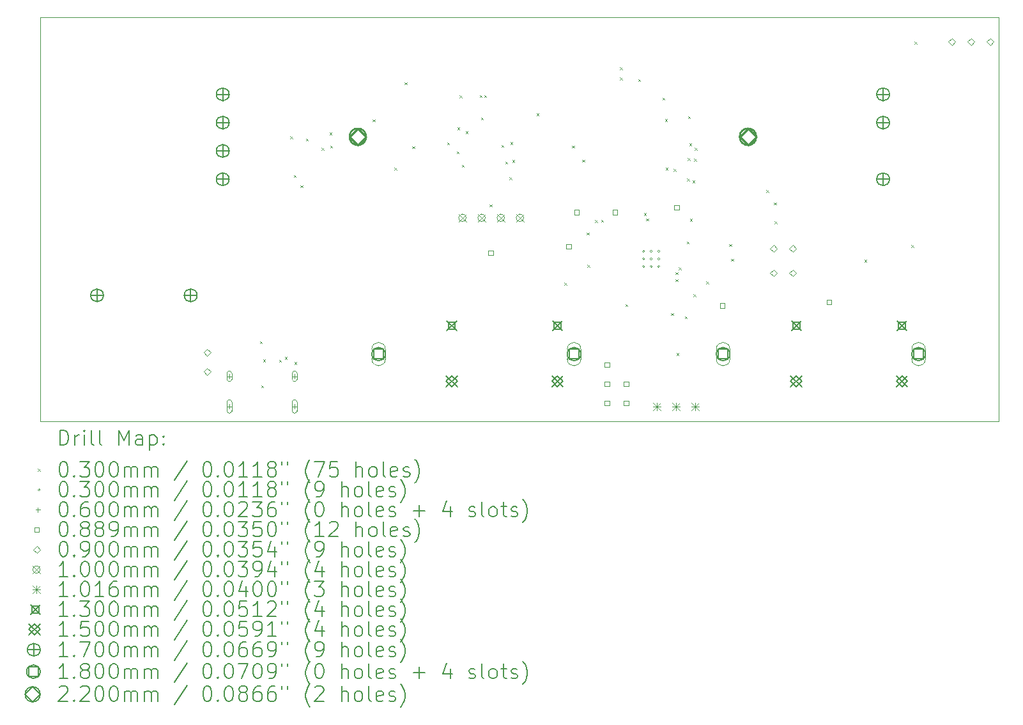
<source format=gbr>
%TF.GenerationSoftware,KiCad,Pcbnew,9.0.3*%
%TF.CreationDate,2026-01-03T08:49:13-08:00*%
%TF.ProjectId,ir-remote,69722d72-656d-46f7-9465-2e6b69636164,rev?*%
%TF.SameCoordinates,Original*%
%TF.FileFunction,Drillmap*%
%TF.FilePolarity,Positive*%
%FSLAX45Y45*%
G04 Gerber Fmt 4.5, Leading zero omitted, Abs format (unit mm)*
G04 Created by KiCad (PCBNEW 9.0.3) date 2026-01-03 08:49:13*
%MOMM*%
%LPD*%
G01*
G04 APERTURE LIST*
%ADD10C,0.050000*%
%ADD11C,0.200000*%
%ADD12C,0.100000*%
%ADD13C,0.101600*%
%ADD14C,0.130000*%
%ADD15C,0.150000*%
%ADD16C,0.170000*%
%ADD17C,0.180000*%
%ADD18C,0.220000*%
G04 APERTURE END LIST*
D10*
X12733000Y0D02*
X33000Y0D01*
X33000Y5348000D02*
X12733000Y5348000D01*
X33000Y0D02*
X33000Y5348000D01*
X12733000Y5348000D02*
X12733000Y0D01*
D11*
D12*
X2943000Y1061000D02*
X2973000Y1031000D01*
X2973000Y1061000D02*
X2943000Y1031000D01*
X2956250Y475500D02*
X2986250Y445500D01*
X2986250Y475500D02*
X2956250Y445500D01*
X2982000Y822000D02*
X3012000Y792000D01*
X3012000Y822000D02*
X2982000Y792000D01*
X3194000Y816000D02*
X3224000Y786000D01*
X3224000Y816000D02*
X3194000Y786000D01*
X3271000Y852000D02*
X3301000Y822000D01*
X3301000Y852000D02*
X3271000Y822000D01*
X3342250Y3776750D02*
X3372250Y3746750D01*
X3372250Y3776750D02*
X3342250Y3746750D01*
X3388000Y3261000D02*
X3418000Y3231000D01*
X3418000Y3261000D02*
X3388000Y3231000D01*
X3400000Y785000D02*
X3430000Y755000D01*
X3430000Y785000D02*
X3400000Y755000D01*
X3480000Y3129000D02*
X3510000Y3099000D01*
X3510000Y3129000D02*
X3480000Y3099000D01*
X3550500Y3746000D02*
X3580500Y3716000D01*
X3580500Y3746000D02*
X3550500Y3716000D01*
X3757000Y3623000D02*
X3787000Y3593000D01*
X3787000Y3623000D02*
X3757000Y3593000D01*
X3863250Y3824750D02*
X3893250Y3794750D01*
X3893250Y3824750D02*
X3863250Y3794750D01*
X3871000Y3651000D02*
X3901000Y3621000D01*
X3901000Y3651000D02*
X3871000Y3621000D01*
X4437000Y3999000D02*
X4467000Y3969000D01*
X4467000Y3999000D02*
X4437000Y3969000D01*
X4723000Y3361000D02*
X4753000Y3331000D01*
X4753000Y3361000D02*
X4723000Y3331000D01*
X4858000Y4490000D02*
X4888000Y4460000D01*
X4888000Y4490000D02*
X4858000Y4460000D01*
X4959123Y3642123D02*
X4989123Y3612123D01*
X4989123Y3642123D02*
X4959123Y3612123D01*
X5420138Y3692862D02*
X5450138Y3662862D01*
X5450138Y3692862D02*
X5420138Y3662862D01*
X5548000Y3576000D02*
X5578000Y3546000D01*
X5578000Y3576000D02*
X5548000Y3546000D01*
X5556000Y3893000D02*
X5586000Y3863000D01*
X5586000Y3893000D02*
X5556000Y3863000D01*
X5585600Y4318750D02*
X5615600Y4288750D01*
X5615600Y4318750D02*
X5585600Y4288750D01*
X5617000Y3398000D02*
X5647000Y3368000D01*
X5647000Y3398000D02*
X5617000Y3368000D01*
X5669000Y3841000D02*
X5699000Y3811000D01*
X5699000Y3841000D02*
X5669000Y3811000D01*
X5852000Y4319750D02*
X5882000Y4289750D01*
X5882000Y4319750D02*
X5852000Y4289750D01*
X5872125Y4023125D02*
X5902125Y3993125D01*
X5902125Y4023125D02*
X5872125Y3993125D01*
X5914000Y4319750D02*
X5944000Y4289750D01*
X5944000Y4319750D02*
X5914000Y4289750D01*
X5986000Y2872000D02*
X6016000Y2842000D01*
X6016000Y2872000D02*
X5986000Y2842000D01*
X6142000Y3661000D02*
X6172000Y3631000D01*
X6172000Y3661000D02*
X6142000Y3631000D01*
X6192000Y3442000D02*
X6222000Y3412000D01*
X6222000Y3442000D02*
X6192000Y3412000D01*
X6247000Y3235000D02*
X6277000Y3205000D01*
X6277000Y3235000D02*
X6247000Y3205000D01*
X6262000Y3699000D02*
X6292000Y3669000D01*
X6292000Y3699000D02*
X6262000Y3669000D01*
X6287000Y3462000D02*
X6317000Y3432000D01*
X6317000Y3462000D02*
X6287000Y3432000D01*
X6607000Y4080000D02*
X6637000Y4050000D01*
X6637000Y4080000D02*
X6607000Y4050000D01*
X6975000Y1834000D02*
X7005000Y1804000D01*
X7005000Y1834000D02*
X6975000Y1804000D01*
X7079000Y3653500D02*
X7109000Y3623500D01*
X7109000Y3653500D02*
X7079000Y3623500D01*
X7214000Y3466000D02*
X7244000Y3436000D01*
X7244000Y3466000D02*
X7214000Y3436000D01*
X7270000Y2499000D02*
X7300000Y2469000D01*
X7300000Y2499000D02*
X7270000Y2469000D01*
X7279000Y2073000D02*
X7309000Y2043000D01*
X7309000Y2073000D02*
X7279000Y2043000D01*
X7380000Y2664000D02*
X7410000Y2634000D01*
X7410000Y2664000D02*
X7380000Y2634000D01*
X7464000Y2670000D02*
X7494000Y2640000D01*
X7494000Y2670000D02*
X7464000Y2640000D01*
X7713000Y4691000D02*
X7743000Y4661000D01*
X7743000Y4691000D02*
X7713000Y4661000D01*
X7713000Y4556000D02*
X7743000Y4526000D01*
X7743000Y4556000D02*
X7713000Y4526000D01*
X7785000Y1554000D02*
X7815000Y1524000D01*
X7815000Y1554000D02*
X7785000Y1524000D01*
X7954000Y4534000D02*
X7984000Y4504000D01*
X7984000Y4534000D02*
X7954000Y4504000D01*
X8028000Y2759000D02*
X8058000Y2729000D01*
X8058000Y2759000D02*
X8028000Y2729000D01*
X8060000Y2689000D02*
X8090000Y2659000D01*
X8090000Y2689000D02*
X8060000Y2659000D01*
X8277000Y4289000D02*
X8307000Y4259000D01*
X8307000Y4289000D02*
X8277000Y4259000D01*
X8308000Y4003000D02*
X8338000Y3973000D01*
X8338000Y4003000D02*
X8308000Y3973000D01*
X8317000Y3358000D02*
X8347000Y3328000D01*
X8347000Y3358000D02*
X8317000Y3328000D01*
X8389000Y1434000D02*
X8419000Y1404000D01*
X8419000Y1434000D02*
X8389000Y1404000D01*
X8424000Y3342000D02*
X8454000Y3312000D01*
X8454000Y3342000D02*
X8424000Y3312000D01*
X8448000Y1881000D02*
X8478000Y1851000D01*
X8478000Y1881000D02*
X8448000Y1851000D01*
X8451000Y1975000D02*
X8481000Y1945000D01*
X8481000Y1975000D02*
X8451000Y1945000D01*
X8462000Y906000D02*
X8492000Y876000D01*
X8492000Y906000D02*
X8462000Y876000D01*
X8492000Y2040000D02*
X8522000Y2010000D01*
X8522000Y2040000D02*
X8492000Y2010000D01*
X8572000Y1390000D02*
X8602000Y1360000D01*
X8602000Y1390000D02*
X8572000Y1360000D01*
X8595000Y2383000D02*
X8625000Y2353000D01*
X8625000Y2383000D02*
X8595000Y2353000D01*
X8602000Y3216000D02*
X8632000Y3186000D01*
X8632000Y3216000D02*
X8602000Y3186000D01*
X8611000Y3486000D02*
X8641000Y3456000D01*
X8641000Y3486000D02*
X8611000Y3456000D01*
X8614000Y4040000D02*
X8644000Y4010000D01*
X8644000Y4040000D02*
X8614000Y4010000D01*
X8630000Y3683500D02*
X8660000Y3653500D01*
X8660000Y3683500D02*
X8630000Y3653500D01*
X8638000Y2685000D02*
X8668000Y2655000D01*
X8668000Y2685000D02*
X8638000Y2655000D01*
X8672125Y3189401D02*
X8702125Y3159401D01*
X8702125Y3189401D02*
X8672125Y3159401D01*
X8686000Y1686000D02*
X8716000Y1656000D01*
X8716000Y1686000D02*
X8686000Y1656000D01*
X8694000Y3477000D02*
X8724000Y3447000D01*
X8724000Y3477000D02*
X8694000Y3447000D01*
X8701000Y3623000D02*
X8731000Y3593000D01*
X8731000Y3623000D02*
X8701000Y3593000D01*
X8855000Y1854000D02*
X8885000Y1824000D01*
X8885000Y1854000D02*
X8855000Y1824000D01*
X9161000Y2348000D02*
X9191000Y2318000D01*
X9191000Y2348000D02*
X9161000Y2318000D01*
X9184000Y2152000D02*
X9214000Y2122000D01*
X9214000Y2152000D02*
X9184000Y2122000D01*
X9651000Y3064000D02*
X9681000Y3034000D01*
X9681000Y3064000D02*
X9651000Y3034000D01*
X9751000Y2900000D02*
X9781000Y2870000D01*
X9781000Y2900000D02*
X9751000Y2870000D01*
X9760000Y2649000D02*
X9790000Y2619000D01*
X9790000Y2649000D02*
X9760000Y2619000D01*
X10952000Y2141000D02*
X10982000Y2111000D01*
X10982000Y2141000D02*
X10952000Y2111000D01*
X11573000Y2336000D02*
X11603000Y2306000D01*
X11603000Y2336000D02*
X11573000Y2306000D01*
X11615000Y5029000D02*
X11645000Y4999000D01*
X11645000Y5029000D02*
X11615000Y4999000D01*
X8041000Y2252250D02*
G75*
G02*
X8011000Y2252250I-15000J0D01*
G01*
X8011000Y2252250D02*
G75*
G02*
X8041000Y2252250I15000J0D01*
G01*
X8041000Y2152250D02*
G75*
G02*
X8011000Y2152250I-15000J0D01*
G01*
X8011000Y2152250D02*
G75*
G02*
X8041000Y2152250I15000J0D01*
G01*
X8041000Y2052250D02*
G75*
G02*
X8011000Y2052250I-15000J0D01*
G01*
X8011000Y2052250D02*
G75*
G02*
X8041000Y2052250I15000J0D01*
G01*
X8141000Y2252250D02*
G75*
G02*
X8111000Y2252250I-15000J0D01*
G01*
X8111000Y2252250D02*
G75*
G02*
X8141000Y2252250I15000J0D01*
G01*
X8141000Y2152250D02*
G75*
G02*
X8111000Y2152250I-15000J0D01*
G01*
X8111000Y2152250D02*
G75*
G02*
X8141000Y2152250I15000J0D01*
G01*
X8141000Y2052250D02*
G75*
G02*
X8111000Y2052250I-15000J0D01*
G01*
X8111000Y2052250D02*
G75*
G02*
X8141000Y2052250I15000J0D01*
G01*
X8241000Y2252250D02*
G75*
G02*
X8211000Y2252250I-15000J0D01*
G01*
X8211000Y2252250D02*
G75*
G02*
X8241000Y2252250I15000J0D01*
G01*
X8241000Y2152250D02*
G75*
G02*
X8211000Y2152250I-15000J0D01*
G01*
X8211000Y2152250D02*
G75*
G02*
X8241000Y2152250I15000J0D01*
G01*
X8241000Y2052250D02*
G75*
G02*
X8211000Y2052250I-15000J0D01*
G01*
X8211000Y2052250D02*
G75*
G02*
X8241000Y2052250I15000J0D01*
G01*
X2537000Y627500D02*
X2537000Y567500D01*
X2507000Y597500D02*
X2567000Y597500D01*
X2507000Y637500D02*
X2507000Y557500D01*
X2567000Y557500D02*
G75*
G02*
X2507000Y557500I-30000J0D01*
G01*
X2567000Y557500D02*
X2567000Y637500D01*
X2567000Y637500D02*
G75*
G03*
X2507000Y637500I-30000J0D01*
G01*
X2537000Y227500D02*
X2537000Y167500D01*
X2507000Y197500D02*
X2567000Y197500D01*
X2507000Y257500D02*
X2507000Y137500D01*
X2567000Y137500D02*
G75*
G02*
X2507000Y137500I-30000J0D01*
G01*
X2567000Y137500D02*
X2567000Y257500D01*
X2567000Y257500D02*
G75*
G03*
X2507000Y257500I-30000J0D01*
G01*
X3401000Y627500D02*
X3401000Y567500D01*
X3371000Y597500D02*
X3431000Y597500D01*
X3371000Y637500D02*
X3371000Y557500D01*
X3431000Y557500D02*
G75*
G02*
X3371000Y557500I-30000J0D01*
G01*
X3431000Y557500D02*
X3431000Y637500D01*
X3431000Y637500D02*
G75*
G03*
X3371000Y637500I-30000J0D01*
G01*
X3401000Y227500D02*
X3401000Y167500D01*
X3371000Y197500D02*
X3431000Y197500D01*
X3371000Y257500D02*
X3371000Y137500D01*
X3431000Y137500D02*
G75*
G02*
X3371000Y137500I-30000J0D01*
G01*
X3431000Y137500D02*
X3431000Y257500D01*
X3431000Y257500D02*
G75*
G03*
X3371000Y257500I-30000J0D01*
G01*
X6030431Y2202569D02*
X6030431Y2265431D01*
X5967569Y2265431D01*
X5967569Y2202569D01*
X6030431Y2202569D01*
X7064431Y2283569D02*
X7064431Y2346431D01*
X7001569Y2346431D01*
X7001569Y2283569D01*
X7064431Y2283569D01*
X7168431Y2738569D02*
X7168431Y2801431D01*
X7105569Y2801431D01*
X7105569Y2738569D01*
X7168431Y2738569D01*
X7571431Y719569D02*
X7571431Y782431D01*
X7508569Y782431D01*
X7508569Y719569D01*
X7571431Y719569D01*
X7571431Y465569D02*
X7571431Y528431D01*
X7508569Y528431D01*
X7508569Y465569D01*
X7571431Y465569D01*
X7571431Y211569D02*
X7571431Y274431D01*
X7508569Y274431D01*
X7508569Y211569D01*
X7571431Y211569D01*
X7676431Y2738569D02*
X7676431Y2801431D01*
X7613569Y2801431D01*
X7613569Y2738569D01*
X7676431Y2738569D01*
X7825431Y465569D02*
X7825431Y528431D01*
X7762569Y528431D01*
X7762569Y465569D01*
X7825431Y465569D01*
X7825431Y211569D02*
X7825431Y274431D01*
X7762569Y274431D01*
X7762569Y211569D01*
X7825431Y211569D01*
X8493431Y2800569D02*
X8493431Y2863431D01*
X8430569Y2863431D01*
X8430569Y2800569D01*
X8493431Y2800569D01*
X9101431Y1502569D02*
X9101431Y1565431D01*
X9038569Y1565431D01*
X9038569Y1502569D01*
X9101431Y1502569D01*
X10516431Y1547569D02*
X10516431Y1610431D01*
X10453569Y1610431D01*
X10453569Y1547569D01*
X10516431Y1547569D01*
X2243000Y867000D02*
X2288000Y912000D01*
X2243000Y957000D01*
X2198000Y912000D01*
X2243000Y867000D01*
X2243000Y613000D02*
X2288000Y658000D01*
X2243000Y703000D01*
X2198000Y658000D01*
X2243000Y613000D01*
X9747000Y2244000D02*
X9792000Y2289000D01*
X9747000Y2334000D01*
X9702000Y2289000D01*
X9747000Y2244000D01*
X9747000Y1919000D02*
X9792000Y1964000D01*
X9747000Y2009000D01*
X9702000Y1964000D01*
X9747000Y1919000D01*
X10001000Y2244000D02*
X10046000Y2289000D01*
X10001000Y2334000D01*
X9956000Y2289000D01*
X10001000Y2244000D01*
X10001000Y1919000D02*
X10046000Y1964000D01*
X10001000Y2009000D01*
X9956000Y1964000D01*
X10001000Y1919000D01*
X12109000Y4983000D02*
X12154000Y5028000D01*
X12109000Y5073000D01*
X12064000Y5028000D01*
X12109000Y4983000D01*
X12363000Y4983000D02*
X12408000Y5028000D01*
X12363000Y5073000D01*
X12318000Y5028000D01*
X12363000Y4983000D01*
X12617000Y4983000D02*
X12662000Y5028000D01*
X12617000Y5073000D01*
X12572000Y5028000D01*
X12617000Y4983000D01*
X5575000Y2745500D02*
X5675000Y2645500D01*
X5675000Y2745500D02*
X5575000Y2645500D01*
X5675000Y2695500D02*
G75*
G02*
X5575000Y2695500I-50000J0D01*
G01*
X5575000Y2695500D02*
G75*
G02*
X5675000Y2695500I50000J0D01*
G01*
X5829000Y2745500D02*
X5929000Y2645500D01*
X5929000Y2745500D02*
X5829000Y2645500D01*
X5929000Y2695500D02*
G75*
G02*
X5829000Y2695500I-50000J0D01*
G01*
X5829000Y2695500D02*
G75*
G02*
X5929000Y2695500I50000J0D01*
G01*
X6083000Y2745500D02*
X6183000Y2645500D01*
X6183000Y2745500D02*
X6083000Y2645500D01*
X6183000Y2695500D02*
G75*
G02*
X6083000Y2695500I-50000J0D01*
G01*
X6083000Y2695500D02*
G75*
G02*
X6183000Y2695500I50000J0D01*
G01*
X6337000Y2745500D02*
X6437000Y2645500D01*
X6437000Y2745500D02*
X6337000Y2645500D01*
X6437000Y2695500D02*
G75*
G02*
X6337000Y2695500I-50000J0D01*
G01*
X6337000Y2695500D02*
G75*
G02*
X6437000Y2695500I50000J0D01*
G01*
D13*
X8151200Y242800D02*
X8252800Y141200D01*
X8252800Y242800D02*
X8151200Y141200D01*
X8202000Y242800D02*
X8202000Y141200D01*
X8151200Y192000D02*
X8252800Y192000D01*
X8405200Y242800D02*
X8506800Y141200D01*
X8506800Y242800D02*
X8405200Y141200D01*
X8456000Y242800D02*
X8456000Y141200D01*
X8405200Y192000D02*
X8506800Y192000D01*
X8659200Y242800D02*
X8760800Y141200D01*
X8760800Y242800D02*
X8659200Y141200D01*
X8710000Y242800D02*
X8710000Y141200D01*
X8659200Y192000D02*
X8760800Y192000D01*
D14*
X5419000Y1331000D02*
X5549000Y1201000D01*
X5549000Y1331000D02*
X5419000Y1201000D01*
X5529962Y1220038D02*
X5529962Y1311962D01*
X5438038Y1311962D01*
X5438038Y1220038D01*
X5529962Y1220038D01*
X6819000Y1331000D02*
X6949000Y1201000D01*
X6949000Y1331000D02*
X6819000Y1201000D01*
X6929962Y1220038D02*
X6929962Y1311962D01*
X6838038Y1311962D01*
X6838038Y1220038D01*
X6929962Y1220038D01*
X9984000Y1331000D02*
X10114000Y1201000D01*
X10114000Y1331000D02*
X9984000Y1201000D01*
X10094962Y1220038D02*
X10094962Y1311962D01*
X10003038Y1311962D01*
X10003038Y1220038D01*
X10094962Y1220038D01*
X11384000Y1331000D02*
X11514000Y1201000D01*
X11514000Y1331000D02*
X11384000Y1201000D01*
X11494962Y1220038D02*
X11494962Y1311962D01*
X11403038Y1311962D01*
X11403038Y1220038D01*
X11494962Y1220038D01*
D15*
X5409000Y606000D02*
X5559000Y456000D01*
X5559000Y606000D02*
X5409000Y456000D01*
X5484000Y456000D02*
X5559000Y531000D01*
X5484000Y606000D01*
X5409000Y531000D01*
X5484000Y456000D01*
X6809000Y606000D02*
X6959000Y456000D01*
X6959000Y606000D02*
X6809000Y456000D01*
X6884000Y456000D02*
X6959000Y531000D01*
X6884000Y606000D01*
X6809000Y531000D01*
X6884000Y456000D01*
X9974000Y606000D02*
X10124000Y456000D01*
X10124000Y606000D02*
X9974000Y456000D01*
X10049000Y456000D02*
X10124000Y531000D01*
X10049000Y606000D01*
X9974000Y531000D01*
X10049000Y456000D01*
X11374000Y606000D02*
X11524000Y456000D01*
X11524000Y606000D02*
X11374000Y456000D01*
X11449000Y456000D02*
X11524000Y531000D01*
X11449000Y606000D01*
X11374000Y531000D01*
X11449000Y456000D01*
D16*
X784000Y1754000D02*
X784000Y1584000D01*
X699000Y1669000D02*
X869000Y1669000D01*
X869000Y1669000D02*
G75*
G02*
X699000Y1669000I-85000J0D01*
G01*
X699000Y1669000D02*
G75*
G02*
X869000Y1669000I85000J0D01*
G01*
X2024000Y1754000D02*
X2024000Y1584000D01*
X1939000Y1669000D02*
X2109000Y1669000D01*
X2109000Y1669000D02*
G75*
G02*
X1939000Y1669000I-85000J0D01*
G01*
X1939000Y1669000D02*
G75*
G02*
X2109000Y1669000I85000J0D01*
G01*
X2449000Y4416500D02*
X2449000Y4246500D01*
X2364000Y4331500D02*
X2534000Y4331500D01*
X2534000Y4331500D02*
G75*
G02*
X2364000Y4331500I-85000J0D01*
G01*
X2364000Y4331500D02*
G75*
G02*
X2534000Y4331500I85000J0D01*
G01*
X2449000Y4041500D02*
X2449000Y3871500D01*
X2364000Y3956500D02*
X2534000Y3956500D01*
X2534000Y3956500D02*
G75*
G02*
X2364000Y3956500I-85000J0D01*
G01*
X2364000Y3956500D02*
G75*
G02*
X2534000Y3956500I85000J0D01*
G01*
X2449000Y3666500D02*
X2449000Y3496500D01*
X2364000Y3581500D02*
X2534000Y3581500D01*
X2534000Y3581500D02*
G75*
G02*
X2364000Y3581500I-85000J0D01*
G01*
X2364000Y3581500D02*
G75*
G02*
X2534000Y3581500I85000J0D01*
G01*
X2449000Y3291500D02*
X2449000Y3121500D01*
X2364000Y3206500D02*
X2534000Y3206500D01*
X2534000Y3206500D02*
G75*
G02*
X2364000Y3206500I-85000J0D01*
G01*
X2364000Y3206500D02*
G75*
G02*
X2534000Y3206500I85000J0D01*
G01*
X11199000Y4416500D02*
X11199000Y4246500D01*
X11114000Y4331500D02*
X11284000Y4331500D01*
X11284000Y4331500D02*
G75*
G02*
X11114000Y4331500I-85000J0D01*
G01*
X11114000Y4331500D02*
G75*
G02*
X11284000Y4331500I85000J0D01*
G01*
X11199000Y4041500D02*
X11199000Y3871500D01*
X11114000Y3956500D02*
X11284000Y3956500D01*
X11284000Y3956500D02*
G75*
G02*
X11114000Y3956500I-85000J0D01*
G01*
X11114000Y3956500D02*
G75*
G02*
X11284000Y3956500I85000J0D01*
G01*
X11199000Y3291500D02*
X11199000Y3121500D01*
X11114000Y3206500D02*
X11284000Y3206500D01*
X11284000Y3206500D02*
G75*
G02*
X11114000Y3206500I-85000J0D01*
G01*
X11114000Y3206500D02*
G75*
G02*
X11284000Y3206500I85000J0D01*
G01*
D17*
X4577640Y827360D02*
X4577640Y954640D01*
X4450360Y954640D01*
X4450360Y827360D01*
X4577640Y827360D01*
X4604000Y891000D02*
G75*
G02*
X4424000Y891000I-90000J0D01*
G01*
X4424000Y891000D02*
G75*
G02*
X4604000Y891000I90000J0D01*
G01*
D12*
X4604000Y826000D02*
X4604000Y956000D01*
X4424000Y956000D02*
G75*
G02*
X4604000Y956000I90000J0D01*
G01*
X4424000Y956000D02*
X4424000Y826000D01*
X4424000Y826000D02*
G75*
G03*
X4604000Y826000I90000J0D01*
G01*
D17*
X7167640Y827360D02*
X7167640Y954640D01*
X7040360Y954640D01*
X7040360Y827360D01*
X7167640Y827360D01*
X7194000Y891000D02*
G75*
G02*
X7014000Y891000I-90000J0D01*
G01*
X7014000Y891000D02*
G75*
G02*
X7194000Y891000I90000J0D01*
G01*
D12*
X7194000Y826000D02*
X7194000Y956000D01*
X7014000Y956000D02*
G75*
G02*
X7194000Y956000I90000J0D01*
G01*
X7014000Y956000D02*
X7014000Y826000D01*
X7014000Y826000D02*
G75*
G03*
X7194000Y826000I90000J0D01*
G01*
D17*
X9142640Y827360D02*
X9142640Y954640D01*
X9015360Y954640D01*
X9015360Y827360D01*
X9142640Y827360D01*
X9169000Y891000D02*
G75*
G02*
X8989000Y891000I-90000J0D01*
G01*
X8989000Y891000D02*
G75*
G02*
X9169000Y891000I90000J0D01*
G01*
D12*
X9169000Y826000D02*
X9169000Y956000D01*
X8989000Y956000D02*
G75*
G02*
X9169000Y956000I90000J0D01*
G01*
X8989000Y956000D02*
X8989000Y826000D01*
X8989000Y826000D02*
G75*
G03*
X9169000Y826000I90000J0D01*
G01*
D17*
X11732640Y827360D02*
X11732640Y954640D01*
X11605360Y954640D01*
X11605360Y827360D01*
X11732640Y827360D01*
X11759000Y891000D02*
G75*
G02*
X11579000Y891000I-90000J0D01*
G01*
X11579000Y891000D02*
G75*
G02*
X11759000Y891000I90000J0D01*
G01*
D12*
X11759000Y826000D02*
X11759000Y956000D01*
X11579000Y956000D02*
G75*
G02*
X11759000Y956000I90000J0D01*
G01*
X11579000Y956000D02*
X11579000Y826000D01*
X11579000Y826000D02*
G75*
G03*
X11759000Y826000I90000J0D01*
G01*
D18*
X4239000Y3659000D02*
X4349000Y3769000D01*
X4239000Y3879000D01*
X4129000Y3769000D01*
X4239000Y3659000D01*
X4349000Y3769000D02*
G75*
G02*
X4129000Y3769000I-110000J0D01*
G01*
X4129000Y3769000D02*
G75*
G02*
X4349000Y3769000I110000J0D01*
G01*
X9409000Y3659000D02*
X9519000Y3769000D01*
X9409000Y3879000D01*
X9299000Y3769000D01*
X9409000Y3659000D01*
X9519000Y3769000D02*
G75*
G02*
X9299000Y3769000I-110000J0D01*
G01*
X9299000Y3769000D02*
G75*
G02*
X9519000Y3769000I110000J0D01*
G01*
D11*
X291277Y-313984D02*
X291277Y-113984D01*
X291277Y-113984D02*
X338896Y-113984D01*
X338896Y-113984D02*
X367467Y-123508D01*
X367467Y-123508D02*
X386515Y-142555D01*
X386515Y-142555D02*
X396039Y-161603D01*
X396039Y-161603D02*
X405562Y-199698D01*
X405562Y-199698D02*
X405562Y-228269D01*
X405562Y-228269D02*
X396039Y-266365D01*
X396039Y-266365D02*
X386515Y-285412D01*
X386515Y-285412D02*
X367467Y-304460D01*
X367467Y-304460D02*
X338896Y-313984D01*
X338896Y-313984D02*
X291277Y-313984D01*
X491277Y-313984D02*
X491277Y-180650D01*
X491277Y-218746D02*
X500801Y-199698D01*
X500801Y-199698D02*
X510324Y-190174D01*
X510324Y-190174D02*
X529372Y-180650D01*
X529372Y-180650D02*
X548420Y-180650D01*
X615086Y-313984D02*
X615086Y-180650D01*
X615086Y-113984D02*
X605563Y-123508D01*
X605563Y-123508D02*
X615086Y-133031D01*
X615086Y-133031D02*
X624610Y-123508D01*
X624610Y-123508D02*
X615086Y-113984D01*
X615086Y-113984D02*
X615086Y-133031D01*
X738896Y-313984D02*
X719848Y-304460D01*
X719848Y-304460D02*
X710324Y-285412D01*
X710324Y-285412D02*
X710324Y-113984D01*
X843658Y-313984D02*
X824610Y-304460D01*
X824610Y-304460D02*
X815086Y-285412D01*
X815086Y-285412D02*
X815086Y-113984D01*
X1072229Y-313984D02*
X1072229Y-113984D01*
X1072229Y-113984D02*
X1138896Y-256841D01*
X1138896Y-256841D02*
X1205563Y-113984D01*
X1205563Y-113984D02*
X1205563Y-313984D01*
X1386515Y-313984D02*
X1386515Y-209222D01*
X1386515Y-209222D02*
X1376991Y-190174D01*
X1376991Y-190174D02*
X1357944Y-180650D01*
X1357944Y-180650D02*
X1319848Y-180650D01*
X1319848Y-180650D02*
X1300801Y-190174D01*
X1386515Y-304460D02*
X1367467Y-313984D01*
X1367467Y-313984D02*
X1319848Y-313984D01*
X1319848Y-313984D02*
X1300801Y-304460D01*
X1300801Y-304460D02*
X1291277Y-285412D01*
X1291277Y-285412D02*
X1291277Y-266365D01*
X1291277Y-266365D02*
X1300801Y-247317D01*
X1300801Y-247317D02*
X1319848Y-237793D01*
X1319848Y-237793D02*
X1367467Y-237793D01*
X1367467Y-237793D02*
X1386515Y-228269D01*
X1481753Y-180650D02*
X1481753Y-380650D01*
X1481753Y-190174D02*
X1500801Y-180650D01*
X1500801Y-180650D02*
X1538896Y-180650D01*
X1538896Y-180650D02*
X1557943Y-190174D01*
X1557943Y-190174D02*
X1567467Y-199698D01*
X1567467Y-199698D02*
X1576991Y-218746D01*
X1576991Y-218746D02*
X1576991Y-275889D01*
X1576991Y-275889D02*
X1567467Y-294936D01*
X1567467Y-294936D02*
X1557943Y-304460D01*
X1557943Y-304460D02*
X1538896Y-313984D01*
X1538896Y-313984D02*
X1500801Y-313984D01*
X1500801Y-313984D02*
X1481753Y-304460D01*
X1662705Y-294936D02*
X1672229Y-304460D01*
X1672229Y-304460D02*
X1662705Y-313984D01*
X1662705Y-313984D02*
X1653182Y-304460D01*
X1653182Y-304460D02*
X1662705Y-294936D01*
X1662705Y-294936D02*
X1662705Y-313984D01*
X1662705Y-190174D02*
X1672229Y-199698D01*
X1672229Y-199698D02*
X1662705Y-209222D01*
X1662705Y-209222D02*
X1653182Y-199698D01*
X1653182Y-199698D02*
X1662705Y-190174D01*
X1662705Y-190174D02*
X1662705Y-209222D01*
D12*
X500Y-627500D02*
X30500Y-657500D01*
X30500Y-627500D02*
X500Y-657500D01*
D11*
X329372Y-533984D02*
X348420Y-533984D01*
X348420Y-533984D02*
X367467Y-543508D01*
X367467Y-543508D02*
X376991Y-553031D01*
X376991Y-553031D02*
X386515Y-572079D01*
X386515Y-572079D02*
X396039Y-610174D01*
X396039Y-610174D02*
X396039Y-657793D01*
X396039Y-657793D02*
X386515Y-695889D01*
X386515Y-695889D02*
X376991Y-714936D01*
X376991Y-714936D02*
X367467Y-724460D01*
X367467Y-724460D02*
X348420Y-733984D01*
X348420Y-733984D02*
X329372Y-733984D01*
X329372Y-733984D02*
X310324Y-724460D01*
X310324Y-724460D02*
X300801Y-714936D01*
X300801Y-714936D02*
X291277Y-695889D01*
X291277Y-695889D02*
X281753Y-657793D01*
X281753Y-657793D02*
X281753Y-610174D01*
X281753Y-610174D02*
X291277Y-572079D01*
X291277Y-572079D02*
X300801Y-553031D01*
X300801Y-553031D02*
X310324Y-543508D01*
X310324Y-543508D02*
X329372Y-533984D01*
X481753Y-714936D02*
X491277Y-724460D01*
X491277Y-724460D02*
X481753Y-733984D01*
X481753Y-733984D02*
X472229Y-724460D01*
X472229Y-724460D02*
X481753Y-714936D01*
X481753Y-714936D02*
X481753Y-733984D01*
X557944Y-533984D02*
X681753Y-533984D01*
X681753Y-533984D02*
X615086Y-610174D01*
X615086Y-610174D02*
X643658Y-610174D01*
X643658Y-610174D02*
X662705Y-619698D01*
X662705Y-619698D02*
X672229Y-629222D01*
X672229Y-629222D02*
X681753Y-648270D01*
X681753Y-648270D02*
X681753Y-695889D01*
X681753Y-695889D02*
X672229Y-714936D01*
X672229Y-714936D02*
X662705Y-724460D01*
X662705Y-724460D02*
X643658Y-733984D01*
X643658Y-733984D02*
X586515Y-733984D01*
X586515Y-733984D02*
X567467Y-724460D01*
X567467Y-724460D02*
X557944Y-714936D01*
X805562Y-533984D02*
X824610Y-533984D01*
X824610Y-533984D02*
X843658Y-543508D01*
X843658Y-543508D02*
X853182Y-553031D01*
X853182Y-553031D02*
X862705Y-572079D01*
X862705Y-572079D02*
X872229Y-610174D01*
X872229Y-610174D02*
X872229Y-657793D01*
X872229Y-657793D02*
X862705Y-695889D01*
X862705Y-695889D02*
X853182Y-714936D01*
X853182Y-714936D02*
X843658Y-724460D01*
X843658Y-724460D02*
X824610Y-733984D01*
X824610Y-733984D02*
X805562Y-733984D01*
X805562Y-733984D02*
X786515Y-724460D01*
X786515Y-724460D02*
X776991Y-714936D01*
X776991Y-714936D02*
X767467Y-695889D01*
X767467Y-695889D02*
X757943Y-657793D01*
X757943Y-657793D02*
X757943Y-610174D01*
X757943Y-610174D02*
X767467Y-572079D01*
X767467Y-572079D02*
X776991Y-553031D01*
X776991Y-553031D02*
X786515Y-543508D01*
X786515Y-543508D02*
X805562Y-533984D01*
X996039Y-533984D02*
X1015086Y-533984D01*
X1015086Y-533984D02*
X1034134Y-543508D01*
X1034134Y-543508D02*
X1043658Y-553031D01*
X1043658Y-553031D02*
X1053182Y-572079D01*
X1053182Y-572079D02*
X1062705Y-610174D01*
X1062705Y-610174D02*
X1062705Y-657793D01*
X1062705Y-657793D02*
X1053182Y-695889D01*
X1053182Y-695889D02*
X1043658Y-714936D01*
X1043658Y-714936D02*
X1034134Y-724460D01*
X1034134Y-724460D02*
X1015086Y-733984D01*
X1015086Y-733984D02*
X996039Y-733984D01*
X996039Y-733984D02*
X976991Y-724460D01*
X976991Y-724460D02*
X967467Y-714936D01*
X967467Y-714936D02*
X957943Y-695889D01*
X957943Y-695889D02*
X948420Y-657793D01*
X948420Y-657793D02*
X948420Y-610174D01*
X948420Y-610174D02*
X957943Y-572079D01*
X957943Y-572079D02*
X967467Y-553031D01*
X967467Y-553031D02*
X976991Y-543508D01*
X976991Y-543508D02*
X996039Y-533984D01*
X1148420Y-733984D02*
X1148420Y-600650D01*
X1148420Y-619698D02*
X1157944Y-610174D01*
X1157944Y-610174D02*
X1176991Y-600650D01*
X1176991Y-600650D02*
X1205563Y-600650D01*
X1205563Y-600650D02*
X1224610Y-610174D01*
X1224610Y-610174D02*
X1234134Y-629222D01*
X1234134Y-629222D02*
X1234134Y-733984D01*
X1234134Y-629222D02*
X1243658Y-610174D01*
X1243658Y-610174D02*
X1262705Y-600650D01*
X1262705Y-600650D02*
X1291277Y-600650D01*
X1291277Y-600650D02*
X1310325Y-610174D01*
X1310325Y-610174D02*
X1319848Y-629222D01*
X1319848Y-629222D02*
X1319848Y-733984D01*
X1415086Y-733984D02*
X1415086Y-600650D01*
X1415086Y-619698D02*
X1424610Y-610174D01*
X1424610Y-610174D02*
X1443658Y-600650D01*
X1443658Y-600650D02*
X1472229Y-600650D01*
X1472229Y-600650D02*
X1491277Y-610174D01*
X1491277Y-610174D02*
X1500801Y-629222D01*
X1500801Y-629222D02*
X1500801Y-733984D01*
X1500801Y-629222D02*
X1510324Y-610174D01*
X1510324Y-610174D02*
X1529372Y-600650D01*
X1529372Y-600650D02*
X1557943Y-600650D01*
X1557943Y-600650D02*
X1576991Y-610174D01*
X1576991Y-610174D02*
X1586515Y-629222D01*
X1586515Y-629222D02*
X1586515Y-733984D01*
X1976991Y-524460D02*
X1805563Y-781603D01*
X2234134Y-533984D02*
X2253182Y-533984D01*
X2253182Y-533984D02*
X2272229Y-543508D01*
X2272229Y-543508D02*
X2281753Y-553031D01*
X2281753Y-553031D02*
X2291277Y-572079D01*
X2291277Y-572079D02*
X2300801Y-610174D01*
X2300801Y-610174D02*
X2300801Y-657793D01*
X2300801Y-657793D02*
X2291277Y-695889D01*
X2291277Y-695889D02*
X2281753Y-714936D01*
X2281753Y-714936D02*
X2272229Y-724460D01*
X2272229Y-724460D02*
X2253182Y-733984D01*
X2253182Y-733984D02*
X2234134Y-733984D01*
X2234134Y-733984D02*
X2215087Y-724460D01*
X2215087Y-724460D02*
X2205563Y-714936D01*
X2205563Y-714936D02*
X2196039Y-695889D01*
X2196039Y-695889D02*
X2186515Y-657793D01*
X2186515Y-657793D02*
X2186515Y-610174D01*
X2186515Y-610174D02*
X2196039Y-572079D01*
X2196039Y-572079D02*
X2205563Y-553031D01*
X2205563Y-553031D02*
X2215087Y-543508D01*
X2215087Y-543508D02*
X2234134Y-533984D01*
X2386515Y-714936D02*
X2396039Y-724460D01*
X2396039Y-724460D02*
X2386515Y-733984D01*
X2386515Y-733984D02*
X2376991Y-724460D01*
X2376991Y-724460D02*
X2386515Y-714936D01*
X2386515Y-714936D02*
X2386515Y-733984D01*
X2519848Y-533984D02*
X2538896Y-533984D01*
X2538896Y-533984D02*
X2557944Y-543508D01*
X2557944Y-543508D02*
X2567468Y-553031D01*
X2567468Y-553031D02*
X2576991Y-572079D01*
X2576991Y-572079D02*
X2586515Y-610174D01*
X2586515Y-610174D02*
X2586515Y-657793D01*
X2586515Y-657793D02*
X2576991Y-695889D01*
X2576991Y-695889D02*
X2567468Y-714936D01*
X2567468Y-714936D02*
X2557944Y-724460D01*
X2557944Y-724460D02*
X2538896Y-733984D01*
X2538896Y-733984D02*
X2519848Y-733984D01*
X2519848Y-733984D02*
X2500801Y-724460D01*
X2500801Y-724460D02*
X2491277Y-714936D01*
X2491277Y-714936D02*
X2481753Y-695889D01*
X2481753Y-695889D02*
X2472229Y-657793D01*
X2472229Y-657793D02*
X2472229Y-610174D01*
X2472229Y-610174D02*
X2481753Y-572079D01*
X2481753Y-572079D02*
X2491277Y-553031D01*
X2491277Y-553031D02*
X2500801Y-543508D01*
X2500801Y-543508D02*
X2519848Y-533984D01*
X2776991Y-733984D02*
X2662706Y-733984D01*
X2719848Y-733984D02*
X2719848Y-533984D01*
X2719848Y-533984D02*
X2700801Y-562555D01*
X2700801Y-562555D02*
X2681753Y-581603D01*
X2681753Y-581603D02*
X2662706Y-591127D01*
X2967467Y-733984D02*
X2853182Y-733984D01*
X2910325Y-733984D02*
X2910325Y-533984D01*
X2910325Y-533984D02*
X2891277Y-562555D01*
X2891277Y-562555D02*
X2872229Y-581603D01*
X2872229Y-581603D02*
X2853182Y-591127D01*
X3081753Y-619698D02*
X3062706Y-610174D01*
X3062706Y-610174D02*
X3053182Y-600650D01*
X3053182Y-600650D02*
X3043658Y-581603D01*
X3043658Y-581603D02*
X3043658Y-572079D01*
X3043658Y-572079D02*
X3053182Y-553031D01*
X3053182Y-553031D02*
X3062706Y-543508D01*
X3062706Y-543508D02*
X3081753Y-533984D01*
X3081753Y-533984D02*
X3119848Y-533984D01*
X3119848Y-533984D02*
X3138896Y-543508D01*
X3138896Y-543508D02*
X3148420Y-553031D01*
X3148420Y-553031D02*
X3157944Y-572079D01*
X3157944Y-572079D02*
X3157944Y-581603D01*
X3157944Y-581603D02*
X3148420Y-600650D01*
X3148420Y-600650D02*
X3138896Y-610174D01*
X3138896Y-610174D02*
X3119848Y-619698D01*
X3119848Y-619698D02*
X3081753Y-619698D01*
X3081753Y-619698D02*
X3062706Y-629222D01*
X3062706Y-629222D02*
X3053182Y-638746D01*
X3053182Y-638746D02*
X3043658Y-657793D01*
X3043658Y-657793D02*
X3043658Y-695889D01*
X3043658Y-695889D02*
X3053182Y-714936D01*
X3053182Y-714936D02*
X3062706Y-724460D01*
X3062706Y-724460D02*
X3081753Y-733984D01*
X3081753Y-733984D02*
X3119848Y-733984D01*
X3119848Y-733984D02*
X3138896Y-724460D01*
X3138896Y-724460D02*
X3148420Y-714936D01*
X3148420Y-714936D02*
X3157944Y-695889D01*
X3157944Y-695889D02*
X3157944Y-657793D01*
X3157944Y-657793D02*
X3148420Y-638746D01*
X3148420Y-638746D02*
X3138896Y-629222D01*
X3138896Y-629222D02*
X3119848Y-619698D01*
X3234134Y-533984D02*
X3234134Y-572079D01*
X3310325Y-533984D02*
X3310325Y-572079D01*
X3605563Y-810174D02*
X3596039Y-800650D01*
X3596039Y-800650D02*
X3576991Y-772079D01*
X3576991Y-772079D02*
X3567468Y-753031D01*
X3567468Y-753031D02*
X3557944Y-724460D01*
X3557944Y-724460D02*
X3548420Y-676841D01*
X3548420Y-676841D02*
X3548420Y-638746D01*
X3548420Y-638746D02*
X3557944Y-591127D01*
X3557944Y-591127D02*
X3567468Y-562555D01*
X3567468Y-562555D02*
X3576991Y-543508D01*
X3576991Y-543508D02*
X3596039Y-514936D01*
X3596039Y-514936D02*
X3605563Y-505412D01*
X3662706Y-533984D02*
X3796039Y-533984D01*
X3796039Y-533984D02*
X3710325Y-733984D01*
X3967468Y-533984D02*
X3872229Y-533984D01*
X3872229Y-533984D02*
X3862706Y-629222D01*
X3862706Y-629222D02*
X3872229Y-619698D01*
X3872229Y-619698D02*
X3891277Y-610174D01*
X3891277Y-610174D02*
X3938896Y-610174D01*
X3938896Y-610174D02*
X3957944Y-619698D01*
X3957944Y-619698D02*
X3967468Y-629222D01*
X3967468Y-629222D02*
X3976991Y-648270D01*
X3976991Y-648270D02*
X3976991Y-695889D01*
X3976991Y-695889D02*
X3967468Y-714936D01*
X3967468Y-714936D02*
X3957944Y-724460D01*
X3957944Y-724460D02*
X3938896Y-733984D01*
X3938896Y-733984D02*
X3891277Y-733984D01*
X3891277Y-733984D02*
X3872229Y-724460D01*
X3872229Y-724460D02*
X3862706Y-714936D01*
X4215087Y-733984D02*
X4215087Y-533984D01*
X4300801Y-733984D02*
X4300801Y-629222D01*
X4300801Y-629222D02*
X4291277Y-610174D01*
X4291277Y-610174D02*
X4272230Y-600650D01*
X4272230Y-600650D02*
X4243658Y-600650D01*
X4243658Y-600650D02*
X4224611Y-610174D01*
X4224611Y-610174D02*
X4215087Y-619698D01*
X4424611Y-733984D02*
X4405563Y-724460D01*
X4405563Y-724460D02*
X4396039Y-714936D01*
X4396039Y-714936D02*
X4386515Y-695889D01*
X4386515Y-695889D02*
X4386515Y-638746D01*
X4386515Y-638746D02*
X4396039Y-619698D01*
X4396039Y-619698D02*
X4405563Y-610174D01*
X4405563Y-610174D02*
X4424611Y-600650D01*
X4424611Y-600650D02*
X4453182Y-600650D01*
X4453182Y-600650D02*
X4472230Y-610174D01*
X4472230Y-610174D02*
X4481753Y-619698D01*
X4481753Y-619698D02*
X4491277Y-638746D01*
X4491277Y-638746D02*
X4491277Y-695889D01*
X4491277Y-695889D02*
X4481753Y-714936D01*
X4481753Y-714936D02*
X4472230Y-724460D01*
X4472230Y-724460D02*
X4453182Y-733984D01*
X4453182Y-733984D02*
X4424611Y-733984D01*
X4605563Y-733984D02*
X4586515Y-724460D01*
X4586515Y-724460D02*
X4576992Y-705412D01*
X4576992Y-705412D02*
X4576992Y-533984D01*
X4757944Y-724460D02*
X4738896Y-733984D01*
X4738896Y-733984D02*
X4700801Y-733984D01*
X4700801Y-733984D02*
X4681753Y-724460D01*
X4681753Y-724460D02*
X4672230Y-705412D01*
X4672230Y-705412D02*
X4672230Y-629222D01*
X4672230Y-629222D02*
X4681753Y-610174D01*
X4681753Y-610174D02*
X4700801Y-600650D01*
X4700801Y-600650D02*
X4738896Y-600650D01*
X4738896Y-600650D02*
X4757944Y-610174D01*
X4757944Y-610174D02*
X4767468Y-629222D01*
X4767468Y-629222D02*
X4767468Y-648270D01*
X4767468Y-648270D02*
X4672230Y-667317D01*
X4843658Y-724460D02*
X4862706Y-733984D01*
X4862706Y-733984D02*
X4900801Y-733984D01*
X4900801Y-733984D02*
X4919849Y-724460D01*
X4919849Y-724460D02*
X4929373Y-705412D01*
X4929373Y-705412D02*
X4929373Y-695889D01*
X4929373Y-695889D02*
X4919849Y-676841D01*
X4919849Y-676841D02*
X4900801Y-667317D01*
X4900801Y-667317D02*
X4872230Y-667317D01*
X4872230Y-667317D02*
X4853182Y-657793D01*
X4853182Y-657793D02*
X4843658Y-638746D01*
X4843658Y-638746D02*
X4843658Y-629222D01*
X4843658Y-629222D02*
X4853182Y-610174D01*
X4853182Y-610174D02*
X4872230Y-600650D01*
X4872230Y-600650D02*
X4900801Y-600650D01*
X4900801Y-600650D02*
X4919849Y-610174D01*
X4996039Y-810174D02*
X5005563Y-800650D01*
X5005563Y-800650D02*
X5024611Y-772079D01*
X5024611Y-772079D02*
X5034134Y-753031D01*
X5034134Y-753031D02*
X5043658Y-724460D01*
X5043658Y-724460D02*
X5053182Y-676841D01*
X5053182Y-676841D02*
X5053182Y-638746D01*
X5053182Y-638746D02*
X5043658Y-591127D01*
X5043658Y-591127D02*
X5034134Y-562555D01*
X5034134Y-562555D02*
X5024611Y-543508D01*
X5024611Y-543508D02*
X5005563Y-514936D01*
X5005563Y-514936D02*
X4996039Y-505412D01*
D12*
X30500Y-906500D02*
G75*
G02*
X500Y-906500I-15000J0D01*
G01*
X500Y-906500D02*
G75*
G02*
X30500Y-906500I15000J0D01*
G01*
D11*
X329372Y-797984D02*
X348420Y-797984D01*
X348420Y-797984D02*
X367467Y-807508D01*
X367467Y-807508D02*
X376991Y-817031D01*
X376991Y-817031D02*
X386515Y-836079D01*
X386515Y-836079D02*
X396039Y-874174D01*
X396039Y-874174D02*
X396039Y-921793D01*
X396039Y-921793D02*
X386515Y-959888D01*
X386515Y-959888D02*
X376991Y-978936D01*
X376991Y-978936D02*
X367467Y-988460D01*
X367467Y-988460D02*
X348420Y-997984D01*
X348420Y-997984D02*
X329372Y-997984D01*
X329372Y-997984D02*
X310324Y-988460D01*
X310324Y-988460D02*
X300801Y-978936D01*
X300801Y-978936D02*
X291277Y-959888D01*
X291277Y-959888D02*
X281753Y-921793D01*
X281753Y-921793D02*
X281753Y-874174D01*
X281753Y-874174D02*
X291277Y-836079D01*
X291277Y-836079D02*
X300801Y-817031D01*
X300801Y-817031D02*
X310324Y-807508D01*
X310324Y-807508D02*
X329372Y-797984D01*
X481753Y-978936D02*
X491277Y-988460D01*
X491277Y-988460D02*
X481753Y-997984D01*
X481753Y-997984D02*
X472229Y-988460D01*
X472229Y-988460D02*
X481753Y-978936D01*
X481753Y-978936D02*
X481753Y-997984D01*
X557944Y-797984D02*
X681753Y-797984D01*
X681753Y-797984D02*
X615086Y-874174D01*
X615086Y-874174D02*
X643658Y-874174D01*
X643658Y-874174D02*
X662705Y-883698D01*
X662705Y-883698D02*
X672229Y-893222D01*
X672229Y-893222D02*
X681753Y-912269D01*
X681753Y-912269D02*
X681753Y-959888D01*
X681753Y-959888D02*
X672229Y-978936D01*
X672229Y-978936D02*
X662705Y-988460D01*
X662705Y-988460D02*
X643658Y-997984D01*
X643658Y-997984D02*
X586515Y-997984D01*
X586515Y-997984D02*
X567467Y-988460D01*
X567467Y-988460D02*
X557944Y-978936D01*
X805562Y-797984D02*
X824610Y-797984D01*
X824610Y-797984D02*
X843658Y-807508D01*
X843658Y-807508D02*
X853182Y-817031D01*
X853182Y-817031D02*
X862705Y-836079D01*
X862705Y-836079D02*
X872229Y-874174D01*
X872229Y-874174D02*
X872229Y-921793D01*
X872229Y-921793D02*
X862705Y-959888D01*
X862705Y-959888D02*
X853182Y-978936D01*
X853182Y-978936D02*
X843658Y-988460D01*
X843658Y-988460D02*
X824610Y-997984D01*
X824610Y-997984D02*
X805562Y-997984D01*
X805562Y-997984D02*
X786515Y-988460D01*
X786515Y-988460D02*
X776991Y-978936D01*
X776991Y-978936D02*
X767467Y-959888D01*
X767467Y-959888D02*
X757943Y-921793D01*
X757943Y-921793D02*
X757943Y-874174D01*
X757943Y-874174D02*
X767467Y-836079D01*
X767467Y-836079D02*
X776991Y-817031D01*
X776991Y-817031D02*
X786515Y-807508D01*
X786515Y-807508D02*
X805562Y-797984D01*
X996039Y-797984D02*
X1015086Y-797984D01*
X1015086Y-797984D02*
X1034134Y-807508D01*
X1034134Y-807508D02*
X1043658Y-817031D01*
X1043658Y-817031D02*
X1053182Y-836079D01*
X1053182Y-836079D02*
X1062705Y-874174D01*
X1062705Y-874174D02*
X1062705Y-921793D01*
X1062705Y-921793D02*
X1053182Y-959888D01*
X1053182Y-959888D02*
X1043658Y-978936D01*
X1043658Y-978936D02*
X1034134Y-988460D01*
X1034134Y-988460D02*
X1015086Y-997984D01*
X1015086Y-997984D02*
X996039Y-997984D01*
X996039Y-997984D02*
X976991Y-988460D01*
X976991Y-988460D02*
X967467Y-978936D01*
X967467Y-978936D02*
X957943Y-959888D01*
X957943Y-959888D02*
X948420Y-921793D01*
X948420Y-921793D02*
X948420Y-874174D01*
X948420Y-874174D02*
X957943Y-836079D01*
X957943Y-836079D02*
X967467Y-817031D01*
X967467Y-817031D02*
X976991Y-807508D01*
X976991Y-807508D02*
X996039Y-797984D01*
X1148420Y-997984D02*
X1148420Y-864650D01*
X1148420Y-883698D02*
X1157944Y-874174D01*
X1157944Y-874174D02*
X1176991Y-864650D01*
X1176991Y-864650D02*
X1205563Y-864650D01*
X1205563Y-864650D02*
X1224610Y-874174D01*
X1224610Y-874174D02*
X1234134Y-893222D01*
X1234134Y-893222D02*
X1234134Y-997984D01*
X1234134Y-893222D02*
X1243658Y-874174D01*
X1243658Y-874174D02*
X1262705Y-864650D01*
X1262705Y-864650D02*
X1291277Y-864650D01*
X1291277Y-864650D02*
X1310325Y-874174D01*
X1310325Y-874174D02*
X1319848Y-893222D01*
X1319848Y-893222D02*
X1319848Y-997984D01*
X1415086Y-997984D02*
X1415086Y-864650D01*
X1415086Y-883698D02*
X1424610Y-874174D01*
X1424610Y-874174D02*
X1443658Y-864650D01*
X1443658Y-864650D02*
X1472229Y-864650D01*
X1472229Y-864650D02*
X1491277Y-874174D01*
X1491277Y-874174D02*
X1500801Y-893222D01*
X1500801Y-893222D02*
X1500801Y-997984D01*
X1500801Y-893222D02*
X1510324Y-874174D01*
X1510324Y-874174D02*
X1529372Y-864650D01*
X1529372Y-864650D02*
X1557943Y-864650D01*
X1557943Y-864650D02*
X1576991Y-874174D01*
X1576991Y-874174D02*
X1586515Y-893222D01*
X1586515Y-893222D02*
X1586515Y-997984D01*
X1976991Y-788460D02*
X1805563Y-1045603D01*
X2234134Y-797984D02*
X2253182Y-797984D01*
X2253182Y-797984D02*
X2272229Y-807508D01*
X2272229Y-807508D02*
X2281753Y-817031D01*
X2281753Y-817031D02*
X2291277Y-836079D01*
X2291277Y-836079D02*
X2300801Y-874174D01*
X2300801Y-874174D02*
X2300801Y-921793D01*
X2300801Y-921793D02*
X2291277Y-959888D01*
X2291277Y-959888D02*
X2281753Y-978936D01*
X2281753Y-978936D02*
X2272229Y-988460D01*
X2272229Y-988460D02*
X2253182Y-997984D01*
X2253182Y-997984D02*
X2234134Y-997984D01*
X2234134Y-997984D02*
X2215087Y-988460D01*
X2215087Y-988460D02*
X2205563Y-978936D01*
X2205563Y-978936D02*
X2196039Y-959888D01*
X2196039Y-959888D02*
X2186515Y-921793D01*
X2186515Y-921793D02*
X2186515Y-874174D01*
X2186515Y-874174D02*
X2196039Y-836079D01*
X2196039Y-836079D02*
X2205563Y-817031D01*
X2205563Y-817031D02*
X2215087Y-807508D01*
X2215087Y-807508D02*
X2234134Y-797984D01*
X2386515Y-978936D02*
X2396039Y-988460D01*
X2396039Y-988460D02*
X2386515Y-997984D01*
X2386515Y-997984D02*
X2376991Y-988460D01*
X2376991Y-988460D02*
X2386515Y-978936D01*
X2386515Y-978936D02*
X2386515Y-997984D01*
X2519848Y-797984D02*
X2538896Y-797984D01*
X2538896Y-797984D02*
X2557944Y-807508D01*
X2557944Y-807508D02*
X2567468Y-817031D01*
X2567468Y-817031D02*
X2576991Y-836079D01*
X2576991Y-836079D02*
X2586515Y-874174D01*
X2586515Y-874174D02*
X2586515Y-921793D01*
X2586515Y-921793D02*
X2576991Y-959888D01*
X2576991Y-959888D02*
X2567468Y-978936D01*
X2567468Y-978936D02*
X2557944Y-988460D01*
X2557944Y-988460D02*
X2538896Y-997984D01*
X2538896Y-997984D02*
X2519848Y-997984D01*
X2519848Y-997984D02*
X2500801Y-988460D01*
X2500801Y-988460D02*
X2491277Y-978936D01*
X2491277Y-978936D02*
X2481753Y-959888D01*
X2481753Y-959888D02*
X2472229Y-921793D01*
X2472229Y-921793D02*
X2472229Y-874174D01*
X2472229Y-874174D02*
X2481753Y-836079D01*
X2481753Y-836079D02*
X2491277Y-817031D01*
X2491277Y-817031D02*
X2500801Y-807508D01*
X2500801Y-807508D02*
X2519848Y-797984D01*
X2776991Y-997984D02*
X2662706Y-997984D01*
X2719848Y-997984D02*
X2719848Y-797984D01*
X2719848Y-797984D02*
X2700801Y-826555D01*
X2700801Y-826555D02*
X2681753Y-845603D01*
X2681753Y-845603D02*
X2662706Y-855127D01*
X2967467Y-997984D02*
X2853182Y-997984D01*
X2910325Y-997984D02*
X2910325Y-797984D01*
X2910325Y-797984D02*
X2891277Y-826555D01*
X2891277Y-826555D02*
X2872229Y-845603D01*
X2872229Y-845603D02*
X2853182Y-855127D01*
X3081753Y-883698D02*
X3062706Y-874174D01*
X3062706Y-874174D02*
X3053182Y-864650D01*
X3053182Y-864650D02*
X3043658Y-845603D01*
X3043658Y-845603D02*
X3043658Y-836079D01*
X3043658Y-836079D02*
X3053182Y-817031D01*
X3053182Y-817031D02*
X3062706Y-807508D01*
X3062706Y-807508D02*
X3081753Y-797984D01*
X3081753Y-797984D02*
X3119848Y-797984D01*
X3119848Y-797984D02*
X3138896Y-807508D01*
X3138896Y-807508D02*
X3148420Y-817031D01*
X3148420Y-817031D02*
X3157944Y-836079D01*
X3157944Y-836079D02*
X3157944Y-845603D01*
X3157944Y-845603D02*
X3148420Y-864650D01*
X3148420Y-864650D02*
X3138896Y-874174D01*
X3138896Y-874174D02*
X3119848Y-883698D01*
X3119848Y-883698D02*
X3081753Y-883698D01*
X3081753Y-883698D02*
X3062706Y-893222D01*
X3062706Y-893222D02*
X3053182Y-902746D01*
X3053182Y-902746D02*
X3043658Y-921793D01*
X3043658Y-921793D02*
X3043658Y-959888D01*
X3043658Y-959888D02*
X3053182Y-978936D01*
X3053182Y-978936D02*
X3062706Y-988460D01*
X3062706Y-988460D02*
X3081753Y-997984D01*
X3081753Y-997984D02*
X3119848Y-997984D01*
X3119848Y-997984D02*
X3138896Y-988460D01*
X3138896Y-988460D02*
X3148420Y-978936D01*
X3148420Y-978936D02*
X3157944Y-959888D01*
X3157944Y-959888D02*
X3157944Y-921793D01*
X3157944Y-921793D02*
X3148420Y-902746D01*
X3148420Y-902746D02*
X3138896Y-893222D01*
X3138896Y-893222D02*
X3119848Y-883698D01*
X3234134Y-797984D02*
X3234134Y-836079D01*
X3310325Y-797984D02*
X3310325Y-836079D01*
X3605563Y-1074174D02*
X3596039Y-1064650D01*
X3596039Y-1064650D02*
X3576991Y-1036079D01*
X3576991Y-1036079D02*
X3567468Y-1017031D01*
X3567468Y-1017031D02*
X3557944Y-988460D01*
X3557944Y-988460D02*
X3548420Y-940841D01*
X3548420Y-940841D02*
X3548420Y-902746D01*
X3548420Y-902746D02*
X3557944Y-855127D01*
X3557944Y-855127D02*
X3567468Y-826555D01*
X3567468Y-826555D02*
X3576991Y-807508D01*
X3576991Y-807508D02*
X3596039Y-778936D01*
X3596039Y-778936D02*
X3605563Y-769412D01*
X3691277Y-997984D02*
X3729372Y-997984D01*
X3729372Y-997984D02*
X3748420Y-988460D01*
X3748420Y-988460D02*
X3757944Y-978936D01*
X3757944Y-978936D02*
X3776991Y-950365D01*
X3776991Y-950365D02*
X3786515Y-912269D01*
X3786515Y-912269D02*
X3786515Y-836079D01*
X3786515Y-836079D02*
X3776991Y-817031D01*
X3776991Y-817031D02*
X3767468Y-807508D01*
X3767468Y-807508D02*
X3748420Y-797984D01*
X3748420Y-797984D02*
X3710325Y-797984D01*
X3710325Y-797984D02*
X3691277Y-807508D01*
X3691277Y-807508D02*
X3681753Y-817031D01*
X3681753Y-817031D02*
X3672229Y-836079D01*
X3672229Y-836079D02*
X3672229Y-883698D01*
X3672229Y-883698D02*
X3681753Y-902746D01*
X3681753Y-902746D02*
X3691277Y-912269D01*
X3691277Y-912269D02*
X3710325Y-921793D01*
X3710325Y-921793D02*
X3748420Y-921793D01*
X3748420Y-921793D02*
X3767468Y-912269D01*
X3767468Y-912269D02*
X3776991Y-902746D01*
X3776991Y-902746D02*
X3786515Y-883698D01*
X4024610Y-997984D02*
X4024610Y-797984D01*
X4110325Y-997984D02*
X4110325Y-893222D01*
X4110325Y-893222D02*
X4100801Y-874174D01*
X4100801Y-874174D02*
X4081753Y-864650D01*
X4081753Y-864650D02*
X4053182Y-864650D01*
X4053182Y-864650D02*
X4034134Y-874174D01*
X4034134Y-874174D02*
X4024610Y-883698D01*
X4234134Y-997984D02*
X4215087Y-988460D01*
X4215087Y-988460D02*
X4205563Y-978936D01*
X4205563Y-978936D02*
X4196039Y-959888D01*
X4196039Y-959888D02*
X4196039Y-902746D01*
X4196039Y-902746D02*
X4205563Y-883698D01*
X4205563Y-883698D02*
X4215087Y-874174D01*
X4215087Y-874174D02*
X4234134Y-864650D01*
X4234134Y-864650D02*
X4262706Y-864650D01*
X4262706Y-864650D02*
X4281753Y-874174D01*
X4281753Y-874174D02*
X4291277Y-883698D01*
X4291277Y-883698D02*
X4300801Y-902746D01*
X4300801Y-902746D02*
X4300801Y-959888D01*
X4300801Y-959888D02*
X4291277Y-978936D01*
X4291277Y-978936D02*
X4281753Y-988460D01*
X4281753Y-988460D02*
X4262706Y-997984D01*
X4262706Y-997984D02*
X4234134Y-997984D01*
X4415087Y-997984D02*
X4396039Y-988460D01*
X4396039Y-988460D02*
X4386515Y-969412D01*
X4386515Y-969412D02*
X4386515Y-797984D01*
X4567468Y-988460D02*
X4548420Y-997984D01*
X4548420Y-997984D02*
X4510325Y-997984D01*
X4510325Y-997984D02*
X4491277Y-988460D01*
X4491277Y-988460D02*
X4481753Y-969412D01*
X4481753Y-969412D02*
X4481753Y-893222D01*
X4481753Y-893222D02*
X4491277Y-874174D01*
X4491277Y-874174D02*
X4510325Y-864650D01*
X4510325Y-864650D02*
X4548420Y-864650D01*
X4548420Y-864650D02*
X4567468Y-874174D01*
X4567468Y-874174D02*
X4576992Y-893222D01*
X4576992Y-893222D02*
X4576992Y-912269D01*
X4576992Y-912269D02*
X4481753Y-931317D01*
X4653182Y-988460D02*
X4672230Y-997984D01*
X4672230Y-997984D02*
X4710325Y-997984D01*
X4710325Y-997984D02*
X4729373Y-988460D01*
X4729373Y-988460D02*
X4738896Y-969412D01*
X4738896Y-969412D02*
X4738896Y-959888D01*
X4738896Y-959888D02*
X4729373Y-940841D01*
X4729373Y-940841D02*
X4710325Y-931317D01*
X4710325Y-931317D02*
X4681753Y-931317D01*
X4681753Y-931317D02*
X4662706Y-921793D01*
X4662706Y-921793D02*
X4653182Y-902746D01*
X4653182Y-902746D02*
X4653182Y-893222D01*
X4653182Y-893222D02*
X4662706Y-874174D01*
X4662706Y-874174D02*
X4681753Y-864650D01*
X4681753Y-864650D02*
X4710325Y-864650D01*
X4710325Y-864650D02*
X4729373Y-874174D01*
X4805563Y-1074174D02*
X4815087Y-1064650D01*
X4815087Y-1064650D02*
X4834134Y-1036079D01*
X4834134Y-1036079D02*
X4843658Y-1017031D01*
X4843658Y-1017031D02*
X4853182Y-988460D01*
X4853182Y-988460D02*
X4862706Y-940841D01*
X4862706Y-940841D02*
X4862706Y-902746D01*
X4862706Y-902746D02*
X4853182Y-855127D01*
X4853182Y-855127D02*
X4843658Y-826555D01*
X4843658Y-826555D02*
X4834134Y-807508D01*
X4834134Y-807508D02*
X4815087Y-778936D01*
X4815087Y-778936D02*
X4805563Y-769412D01*
D12*
X500Y-1140500D02*
X500Y-1200500D01*
X-29500Y-1170500D02*
X30500Y-1170500D01*
D11*
X329372Y-1061984D02*
X348420Y-1061984D01*
X348420Y-1061984D02*
X367467Y-1071508D01*
X367467Y-1071508D02*
X376991Y-1081031D01*
X376991Y-1081031D02*
X386515Y-1100079D01*
X386515Y-1100079D02*
X396039Y-1138174D01*
X396039Y-1138174D02*
X396039Y-1185793D01*
X396039Y-1185793D02*
X386515Y-1223889D01*
X386515Y-1223889D02*
X376991Y-1242936D01*
X376991Y-1242936D02*
X367467Y-1252460D01*
X367467Y-1252460D02*
X348420Y-1261984D01*
X348420Y-1261984D02*
X329372Y-1261984D01*
X329372Y-1261984D02*
X310324Y-1252460D01*
X310324Y-1252460D02*
X300801Y-1242936D01*
X300801Y-1242936D02*
X291277Y-1223889D01*
X291277Y-1223889D02*
X281753Y-1185793D01*
X281753Y-1185793D02*
X281753Y-1138174D01*
X281753Y-1138174D02*
X291277Y-1100079D01*
X291277Y-1100079D02*
X300801Y-1081031D01*
X300801Y-1081031D02*
X310324Y-1071508D01*
X310324Y-1071508D02*
X329372Y-1061984D01*
X481753Y-1242936D02*
X491277Y-1252460D01*
X491277Y-1252460D02*
X481753Y-1261984D01*
X481753Y-1261984D02*
X472229Y-1252460D01*
X472229Y-1252460D02*
X481753Y-1242936D01*
X481753Y-1242936D02*
X481753Y-1261984D01*
X662705Y-1061984D02*
X624610Y-1061984D01*
X624610Y-1061984D02*
X605563Y-1071508D01*
X605563Y-1071508D02*
X596039Y-1081031D01*
X596039Y-1081031D02*
X576991Y-1109603D01*
X576991Y-1109603D02*
X567467Y-1147698D01*
X567467Y-1147698D02*
X567467Y-1223889D01*
X567467Y-1223889D02*
X576991Y-1242936D01*
X576991Y-1242936D02*
X586515Y-1252460D01*
X586515Y-1252460D02*
X605563Y-1261984D01*
X605563Y-1261984D02*
X643658Y-1261984D01*
X643658Y-1261984D02*
X662705Y-1252460D01*
X662705Y-1252460D02*
X672229Y-1242936D01*
X672229Y-1242936D02*
X681753Y-1223889D01*
X681753Y-1223889D02*
X681753Y-1176270D01*
X681753Y-1176270D02*
X672229Y-1157222D01*
X672229Y-1157222D02*
X662705Y-1147698D01*
X662705Y-1147698D02*
X643658Y-1138174D01*
X643658Y-1138174D02*
X605563Y-1138174D01*
X605563Y-1138174D02*
X586515Y-1147698D01*
X586515Y-1147698D02*
X576991Y-1157222D01*
X576991Y-1157222D02*
X567467Y-1176270D01*
X805562Y-1061984D02*
X824610Y-1061984D01*
X824610Y-1061984D02*
X843658Y-1071508D01*
X843658Y-1071508D02*
X853182Y-1081031D01*
X853182Y-1081031D02*
X862705Y-1100079D01*
X862705Y-1100079D02*
X872229Y-1138174D01*
X872229Y-1138174D02*
X872229Y-1185793D01*
X872229Y-1185793D02*
X862705Y-1223889D01*
X862705Y-1223889D02*
X853182Y-1242936D01*
X853182Y-1242936D02*
X843658Y-1252460D01*
X843658Y-1252460D02*
X824610Y-1261984D01*
X824610Y-1261984D02*
X805562Y-1261984D01*
X805562Y-1261984D02*
X786515Y-1252460D01*
X786515Y-1252460D02*
X776991Y-1242936D01*
X776991Y-1242936D02*
X767467Y-1223889D01*
X767467Y-1223889D02*
X757943Y-1185793D01*
X757943Y-1185793D02*
X757943Y-1138174D01*
X757943Y-1138174D02*
X767467Y-1100079D01*
X767467Y-1100079D02*
X776991Y-1081031D01*
X776991Y-1081031D02*
X786515Y-1071508D01*
X786515Y-1071508D02*
X805562Y-1061984D01*
X996039Y-1061984D02*
X1015086Y-1061984D01*
X1015086Y-1061984D02*
X1034134Y-1071508D01*
X1034134Y-1071508D02*
X1043658Y-1081031D01*
X1043658Y-1081031D02*
X1053182Y-1100079D01*
X1053182Y-1100079D02*
X1062705Y-1138174D01*
X1062705Y-1138174D02*
X1062705Y-1185793D01*
X1062705Y-1185793D02*
X1053182Y-1223889D01*
X1053182Y-1223889D02*
X1043658Y-1242936D01*
X1043658Y-1242936D02*
X1034134Y-1252460D01*
X1034134Y-1252460D02*
X1015086Y-1261984D01*
X1015086Y-1261984D02*
X996039Y-1261984D01*
X996039Y-1261984D02*
X976991Y-1252460D01*
X976991Y-1252460D02*
X967467Y-1242936D01*
X967467Y-1242936D02*
X957943Y-1223889D01*
X957943Y-1223889D02*
X948420Y-1185793D01*
X948420Y-1185793D02*
X948420Y-1138174D01*
X948420Y-1138174D02*
X957943Y-1100079D01*
X957943Y-1100079D02*
X967467Y-1081031D01*
X967467Y-1081031D02*
X976991Y-1071508D01*
X976991Y-1071508D02*
X996039Y-1061984D01*
X1148420Y-1261984D02*
X1148420Y-1128650D01*
X1148420Y-1147698D02*
X1157944Y-1138174D01*
X1157944Y-1138174D02*
X1176991Y-1128650D01*
X1176991Y-1128650D02*
X1205563Y-1128650D01*
X1205563Y-1128650D02*
X1224610Y-1138174D01*
X1224610Y-1138174D02*
X1234134Y-1157222D01*
X1234134Y-1157222D02*
X1234134Y-1261984D01*
X1234134Y-1157222D02*
X1243658Y-1138174D01*
X1243658Y-1138174D02*
X1262705Y-1128650D01*
X1262705Y-1128650D02*
X1291277Y-1128650D01*
X1291277Y-1128650D02*
X1310325Y-1138174D01*
X1310325Y-1138174D02*
X1319848Y-1157222D01*
X1319848Y-1157222D02*
X1319848Y-1261984D01*
X1415086Y-1261984D02*
X1415086Y-1128650D01*
X1415086Y-1147698D02*
X1424610Y-1138174D01*
X1424610Y-1138174D02*
X1443658Y-1128650D01*
X1443658Y-1128650D02*
X1472229Y-1128650D01*
X1472229Y-1128650D02*
X1491277Y-1138174D01*
X1491277Y-1138174D02*
X1500801Y-1157222D01*
X1500801Y-1157222D02*
X1500801Y-1261984D01*
X1500801Y-1157222D02*
X1510324Y-1138174D01*
X1510324Y-1138174D02*
X1529372Y-1128650D01*
X1529372Y-1128650D02*
X1557943Y-1128650D01*
X1557943Y-1128650D02*
X1576991Y-1138174D01*
X1576991Y-1138174D02*
X1586515Y-1157222D01*
X1586515Y-1157222D02*
X1586515Y-1261984D01*
X1976991Y-1052460D02*
X1805563Y-1309603D01*
X2234134Y-1061984D02*
X2253182Y-1061984D01*
X2253182Y-1061984D02*
X2272229Y-1071508D01*
X2272229Y-1071508D02*
X2281753Y-1081031D01*
X2281753Y-1081031D02*
X2291277Y-1100079D01*
X2291277Y-1100079D02*
X2300801Y-1138174D01*
X2300801Y-1138174D02*
X2300801Y-1185793D01*
X2300801Y-1185793D02*
X2291277Y-1223889D01*
X2291277Y-1223889D02*
X2281753Y-1242936D01*
X2281753Y-1242936D02*
X2272229Y-1252460D01*
X2272229Y-1252460D02*
X2253182Y-1261984D01*
X2253182Y-1261984D02*
X2234134Y-1261984D01*
X2234134Y-1261984D02*
X2215087Y-1252460D01*
X2215087Y-1252460D02*
X2205563Y-1242936D01*
X2205563Y-1242936D02*
X2196039Y-1223889D01*
X2196039Y-1223889D02*
X2186515Y-1185793D01*
X2186515Y-1185793D02*
X2186515Y-1138174D01*
X2186515Y-1138174D02*
X2196039Y-1100079D01*
X2196039Y-1100079D02*
X2205563Y-1081031D01*
X2205563Y-1081031D02*
X2215087Y-1071508D01*
X2215087Y-1071508D02*
X2234134Y-1061984D01*
X2386515Y-1242936D02*
X2396039Y-1252460D01*
X2396039Y-1252460D02*
X2386515Y-1261984D01*
X2386515Y-1261984D02*
X2376991Y-1252460D01*
X2376991Y-1252460D02*
X2386515Y-1242936D01*
X2386515Y-1242936D02*
X2386515Y-1261984D01*
X2519848Y-1061984D02*
X2538896Y-1061984D01*
X2538896Y-1061984D02*
X2557944Y-1071508D01*
X2557944Y-1071508D02*
X2567468Y-1081031D01*
X2567468Y-1081031D02*
X2576991Y-1100079D01*
X2576991Y-1100079D02*
X2586515Y-1138174D01*
X2586515Y-1138174D02*
X2586515Y-1185793D01*
X2586515Y-1185793D02*
X2576991Y-1223889D01*
X2576991Y-1223889D02*
X2567468Y-1242936D01*
X2567468Y-1242936D02*
X2557944Y-1252460D01*
X2557944Y-1252460D02*
X2538896Y-1261984D01*
X2538896Y-1261984D02*
X2519848Y-1261984D01*
X2519848Y-1261984D02*
X2500801Y-1252460D01*
X2500801Y-1252460D02*
X2491277Y-1242936D01*
X2491277Y-1242936D02*
X2481753Y-1223889D01*
X2481753Y-1223889D02*
X2472229Y-1185793D01*
X2472229Y-1185793D02*
X2472229Y-1138174D01*
X2472229Y-1138174D02*
X2481753Y-1100079D01*
X2481753Y-1100079D02*
X2491277Y-1081031D01*
X2491277Y-1081031D02*
X2500801Y-1071508D01*
X2500801Y-1071508D02*
X2519848Y-1061984D01*
X2662706Y-1081031D02*
X2672229Y-1071508D01*
X2672229Y-1071508D02*
X2691277Y-1061984D01*
X2691277Y-1061984D02*
X2738896Y-1061984D01*
X2738896Y-1061984D02*
X2757944Y-1071508D01*
X2757944Y-1071508D02*
X2767468Y-1081031D01*
X2767468Y-1081031D02*
X2776991Y-1100079D01*
X2776991Y-1100079D02*
X2776991Y-1119127D01*
X2776991Y-1119127D02*
X2767468Y-1147698D01*
X2767468Y-1147698D02*
X2653182Y-1261984D01*
X2653182Y-1261984D02*
X2776991Y-1261984D01*
X2843658Y-1061984D02*
X2967467Y-1061984D01*
X2967467Y-1061984D02*
X2900801Y-1138174D01*
X2900801Y-1138174D02*
X2929372Y-1138174D01*
X2929372Y-1138174D02*
X2948420Y-1147698D01*
X2948420Y-1147698D02*
X2957944Y-1157222D01*
X2957944Y-1157222D02*
X2967467Y-1176270D01*
X2967467Y-1176270D02*
X2967467Y-1223889D01*
X2967467Y-1223889D02*
X2957944Y-1242936D01*
X2957944Y-1242936D02*
X2948420Y-1252460D01*
X2948420Y-1252460D02*
X2929372Y-1261984D01*
X2929372Y-1261984D02*
X2872229Y-1261984D01*
X2872229Y-1261984D02*
X2853182Y-1252460D01*
X2853182Y-1252460D02*
X2843658Y-1242936D01*
X3138896Y-1061984D02*
X3100801Y-1061984D01*
X3100801Y-1061984D02*
X3081753Y-1071508D01*
X3081753Y-1071508D02*
X3072229Y-1081031D01*
X3072229Y-1081031D02*
X3053182Y-1109603D01*
X3053182Y-1109603D02*
X3043658Y-1147698D01*
X3043658Y-1147698D02*
X3043658Y-1223889D01*
X3043658Y-1223889D02*
X3053182Y-1242936D01*
X3053182Y-1242936D02*
X3062706Y-1252460D01*
X3062706Y-1252460D02*
X3081753Y-1261984D01*
X3081753Y-1261984D02*
X3119848Y-1261984D01*
X3119848Y-1261984D02*
X3138896Y-1252460D01*
X3138896Y-1252460D02*
X3148420Y-1242936D01*
X3148420Y-1242936D02*
X3157944Y-1223889D01*
X3157944Y-1223889D02*
X3157944Y-1176270D01*
X3157944Y-1176270D02*
X3148420Y-1157222D01*
X3148420Y-1157222D02*
X3138896Y-1147698D01*
X3138896Y-1147698D02*
X3119848Y-1138174D01*
X3119848Y-1138174D02*
X3081753Y-1138174D01*
X3081753Y-1138174D02*
X3062706Y-1147698D01*
X3062706Y-1147698D02*
X3053182Y-1157222D01*
X3053182Y-1157222D02*
X3043658Y-1176270D01*
X3234134Y-1061984D02*
X3234134Y-1100079D01*
X3310325Y-1061984D02*
X3310325Y-1100079D01*
X3605563Y-1338174D02*
X3596039Y-1328650D01*
X3596039Y-1328650D02*
X3576991Y-1300079D01*
X3576991Y-1300079D02*
X3567468Y-1281031D01*
X3567468Y-1281031D02*
X3557944Y-1252460D01*
X3557944Y-1252460D02*
X3548420Y-1204841D01*
X3548420Y-1204841D02*
X3548420Y-1166746D01*
X3548420Y-1166746D02*
X3557944Y-1119127D01*
X3557944Y-1119127D02*
X3567468Y-1090555D01*
X3567468Y-1090555D02*
X3576991Y-1071508D01*
X3576991Y-1071508D02*
X3596039Y-1042936D01*
X3596039Y-1042936D02*
X3605563Y-1033412D01*
X3719848Y-1061984D02*
X3738896Y-1061984D01*
X3738896Y-1061984D02*
X3757944Y-1071508D01*
X3757944Y-1071508D02*
X3767468Y-1081031D01*
X3767468Y-1081031D02*
X3776991Y-1100079D01*
X3776991Y-1100079D02*
X3786515Y-1138174D01*
X3786515Y-1138174D02*
X3786515Y-1185793D01*
X3786515Y-1185793D02*
X3776991Y-1223889D01*
X3776991Y-1223889D02*
X3767468Y-1242936D01*
X3767468Y-1242936D02*
X3757944Y-1252460D01*
X3757944Y-1252460D02*
X3738896Y-1261984D01*
X3738896Y-1261984D02*
X3719848Y-1261984D01*
X3719848Y-1261984D02*
X3700801Y-1252460D01*
X3700801Y-1252460D02*
X3691277Y-1242936D01*
X3691277Y-1242936D02*
X3681753Y-1223889D01*
X3681753Y-1223889D02*
X3672229Y-1185793D01*
X3672229Y-1185793D02*
X3672229Y-1138174D01*
X3672229Y-1138174D02*
X3681753Y-1100079D01*
X3681753Y-1100079D02*
X3691277Y-1081031D01*
X3691277Y-1081031D02*
X3700801Y-1071508D01*
X3700801Y-1071508D02*
X3719848Y-1061984D01*
X4024610Y-1261984D02*
X4024610Y-1061984D01*
X4110325Y-1261984D02*
X4110325Y-1157222D01*
X4110325Y-1157222D02*
X4100801Y-1138174D01*
X4100801Y-1138174D02*
X4081753Y-1128650D01*
X4081753Y-1128650D02*
X4053182Y-1128650D01*
X4053182Y-1128650D02*
X4034134Y-1138174D01*
X4034134Y-1138174D02*
X4024610Y-1147698D01*
X4234134Y-1261984D02*
X4215087Y-1252460D01*
X4215087Y-1252460D02*
X4205563Y-1242936D01*
X4205563Y-1242936D02*
X4196039Y-1223889D01*
X4196039Y-1223889D02*
X4196039Y-1166746D01*
X4196039Y-1166746D02*
X4205563Y-1147698D01*
X4205563Y-1147698D02*
X4215087Y-1138174D01*
X4215087Y-1138174D02*
X4234134Y-1128650D01*
X4234134Y-1128650D02*
X4262706Y-1128650D01*
X4262706Y-1128650D02*
X4281753Y-1138174D01*
X4281753Y-1138174D02*
X4291277Y-1147698D01*
X4291277Y-1147698D02*
X4300801Y-1166746D01*
X4300801Y-1166746D02*
X4300801Y-1223889D01*
X4300801Y-1223889D02*
X4291277Y-1242936D01*
X4291277Y-1242936D02*
X4281753Y-1252460D01*
X4281753Y-1252460D02*
X4262706Y-1261984D01*
X4262706Y-1261984D02*
X4234134Y-1261984D01*
X4415087Y-1261984D02*
X4396039Y-1252460D01*
X4396039Y-1252460D02*
X4386515Y-1233412D01*
X4386515Y-1233412D02*
X4386515Y-1061984D01*
X4567468Y-1252460D02*
X4548420Y-1261984D01*
X4548420Y-1261984D02*
X4510325Y-1261984D01*
X4510325Y-1261984D02*
X4491277Y-1252460D01*
X4491277Y-1252460D02*
X4481753Y-1233412D01*
X4481753Y-1233412D02*
X4481753Y-1157222D01*
X4481753Y-1157222D02*
X4491277Y-1138174D01*
X4491277Y-1138174D02*
X4510325Y-1128650D01*
X4510325Y-1128650D02*
X4548420Y-1128650D01*
X4548420Y-1128650D02*
X4567468Y-1138174D01*
X4567468Y-1138174D02*
X4576992Y-1157222D01*
X4576992Y-1157222D02*
X4576992Y-1176270D01*
X4576992Y-1176270D02*
X4481753Y-1195317D01*
X4653182Y-1252460D02*
X4672230Y-1261984D01*
X4672230Y-1261984D02*
X4710325Y-1261984D01*
X4710325Y-1261984D02*
X4729373Y-1252460D01*
X4729373Y-1252460D02*
X4738896Y-1233412D01*
X4738896Y-1233412D02*
X4738896Y-1223889D01*
X4738896Y-1223889D02*
X4729373Y-1204841D01*
X4729373Y-1204841D02*
X4710325Y-1195317D01*
X4710325Y-1195317D02*
X4681753Y-1195317D01*
X4681753Y-1195317D02*
X4662706Y-1185793D01*
X4662706Y-1185793D02*
X4653182Y-1166746D01*
X4653182Y-1166746D02*
X4653182Y-1157222D01*
X4653182Y-1157222D02*
X4662706Y-1138174D01*
X4662706Y-1138174D02*
X4681753Y-1128650D01*
X4681753Y-1128650D02*
X4710325Y-1128650D01*
X4710325Y-1128650D02*
X4729373Y-1138174D01*
X4976992Y-1185793D02*
X5129373Y-1185793D01*
X5053182Y-1261984D02*
X5053182Y-1109603D01*
X5462706Y-1128650D02*
X5462706Y-1261984D01*
X5415087Y-1052460D02*
X5367468Y-1195317D01*
X5367468Y-1195317D02*
X5491277Y-1195317D01*
X5710325Y-1252460D02*
X5729373Y-1261984D01*
X5729373Y-1261984D02*
X5767468Y-1261984D01*
X5767468Y-1261984D02*
X5786515Y-1252460D01*
X5786515Y-1252460D02*
X5796039Y-1233412D01*
X5796039Y-1233412D02*
X5796039Y-1223889D01*
X5796039Y-1223889D02*
X5786515Y-1204841D01*
X5786515Y-1204841D02*
X5767468Y-1195317D01*
X5767468Y-1195317D02*
X5738896Y-1195317D01*
X5738896Y-1195317D02*
X5719849Y-1185793D01*
X5719849Y-1185793D02*
X5710325Y-1166746D01*
X5710325Y-1166746D02*
X5710325Y-1157222D01*
X5710325Y-1157222D02*
X5719849Y-1138174D01*
X5719849Y-1138174D02*
X5738896Y-1128650D01*
X5738896Y-1128650D02*
X5767468Y-1128650D01*
X5767468Y-1128650D02*
X5786515Y-1138174D01*
X5910325Y-1261984D02*
X5891277Y-1252460D01*
X5891277Y-1252460D02*
X5881754Y-1233412D01*
X5881754Y-1233412D02*
X5881754Y-1061984D01*
X6015087Y-1261984D02*
X5996039Y-1252460D01*
X5996039Y-1252460D02*
X5986515Y-1242936D01*
X5986515Y-1242936D02*
X5976992Y-1223889D01*
X5976992Y-1223889D02*
X5976992Y-1166746D01*
X5976992Y-1166746D02*
X5986515Y-1147698D01*
X5986515Y-1147698D02*
X5996039Y-1138174D01*
X5996039Y-1138174D02*
X6015087Y-1128650D01*
X6015087Y-1128650D02*
X6043658Y-1128650D01*
X6043658Y-1128650D02*
X6062706Y-1138174D01*
X6062706Y-1138174D02*
X6072230Y-1147698D01*
X6072230Y-1147698D02*
X6081754Y-1166746D01*
X6081754Y-1166746D02*
X6081754Y-1223889D01*
X6081754Y-1223889D02*
X6072230Y-1242936D01*
X6072230Y-1242936D02*
X6062706Y-1252460D01*
X6062706Y-1252460D02*
X6043658Y-1261984D01*
X6043658Y-1261984D02*
X6015087Y-1261984D01*
X6138896Y-1128650D02*
X6215087Y-1128650D01*
X6167468Y-1061984D02*
X6167468Y-1233412D01*
X6167468Y-1233412D02*
X6176992Y-1252460D01*
X6176992Y-1252460D02*
X6196039Y-1261984D01*
X6196039Y-1261984D02*
X6215087Y-1261984D01*
X6272230Y-1252460D02*
X6291277Y-1261984D01*
X6291277Y-1261984D02*
X6329373Y-1261984D01*
X6329373Y-1261984D02*
X6348420Y-1252460D01*
X6348420Y-1252460D02*
X6357944Y-1233412D01*
X6357944Y-1233412D02*
X6357944Y-1223889D01*
X6357944Y-1223889D02*
X6348420Y-1204841D01*
X6348420Y-1204841D02*
X6329373Y-1195317D01*
X6329373Y-1195317D02*
X6300801Y-1195317D01*
X6300801Y-1195317D02*
X6281754Y-1185793D01*
X6281754Y-1185793D02*
X6272230Y-1166746D01*
X6272230Y-1166746D02*
X6272230Y-1157222D01*
X6272230Y-1157222D02*
X6281754Y-1138174D01*
X6281754Y-1138174D02*
X6300801Y-1128650D01*
X6300801Y-1128650D02*
X6329373Y-1128650D01*
X6329373Y-1128650D02*
X6348420Y-1138174D01*
X6424611Y-1338174D02*
X6434135Y-1328650D01*
X6434135Y-1328650D02*
X6453182Y-1300079D01*
X6453182Y-1300079D02*
X6462706Y-1281031D01*
X6462706Y-1281031D02*
X6472230Y-1252460D01*
X6472230Y-1252460D02*
X6481754Y-1204841D01*
X6481754Y-1204841D02*
X6481754Y-1166746D01*
X6481754Y-1166746D02*
X6472230Y-1119127D01*
X6472230Y-1119127D02*
X6462706Y-1090555D01*
X6462706Y-1090555D02*
X6453182Y-1071508D01*
X6453182Y-1071508D02*
X6434135Y-1042936D01*
X6434135Y-1042936D02*
X6424611Y-1033412D01*
D12*
X17481Y-1465931D02*
X17481Y-1403069D01*
X-45381Y-1403069D01*
X-45381Y-1465931D01*
X17481Y-1465931D01*
D11*
X329372Y-1325984D02*
X348420Y-1325984D01*
X348420Y-1325984D02*
X367467Y-1335508D01*
X367467Y-1335508D02*
X376991Y-1345031D01*
X376991Y-1345031D02*
X386515Y-1364079D01*
X386515Y-1364079D02*
X396039Y-1402174D01*
X396039Y-1402174D02*
X396039Y-1449793D01*
X396039Y-1449793D02*
X386515Y-1487888D01*
X386515Y-1487888D02*
X376991Y-1506936D01*
X376991Y-1506936D02*
X367467Y-1516460D01*
X367467Y-1516460D02*
X348420Y-1525984D01*
X348420Y-1525984D02*
X329372Y-1525984D01*
X329372Y-1525984D02*
X310324Y-1516460D01*
X310324Y-1516460D02*
X300801Y-1506936D01*
X300801Y-1506936D02*
X291277Y-1487888D01*
X291277Y-1487888D02*
X281753Y-1449793D01*
X281753Y-1449793D02*
X281753Y-1402174D01*
X281753Y-1402174D02*
X291277Y-1364079D01*
X291277Y-1364079D02*
X300801Y-1345031D01*
X300801Y-1345031D02*
X310324Y-1335508D01*
X310324Y-1335508D02*
X329372Y-1325984D01*
X481753Y-1506936D02*
X491277Y-1516460D01*
X491277Y-1516460D02*
X481753Y-1525984D01*
X481753Y-1525984D02*
X472229Y-1516460D01*
X472229Y-1516460D02*
X481753Y-1506936D01*
X481753Y-1506936D02*
X481753Y-1525984D01*
X605563Y-1411698D02*
X586515Y-1402174D01*
X586515Y-1402174D02*
X576991Y-1392650D01*
X576991Y-1392650D02*
X567467Y-1373603D01*
X567467Y-1373603D02*
X567467Y-1364079D01*
X567467Y-1364079D02*
X576991Y-1345031D01*
X576991Y-1345031D02*
X586515Y-1335508D01*
X586515Y-1335508D02*
X605563Y-1325984D01*
X605563Y-1325984D02*
X643658Y-1325984D01*
X643658Y-1325984D02*
X662705Y-1335508D01*
X662705Y-1335508D02*
X672229Y-1345031D01*
X672229Y-1345031D02*
X681753Y-1364079D01*
X681753Y-1364079D02*
X681753Y-1373603D01*
X681753Y-1373603D02*
X672229Y-1392650D01*
X672229Y-1392650D02*
X662705Y-1402174D01*
X662705Y-1402174D02*
X643658Y-1411698D01*
X643658Y-1411698D02*
X605563Y-1411698D01*
X605563Y-1411698D02*
X586515Y-1421222D01*
X586515Y-1421222D02*
X576991Y-1430746D01*
X576991Y-1430746D02*
X567467Y-1449793D01*
X567467Y-1449793D02*
X567467Y-1487888D01*
X567467Y-1487888D02*
X576991Y-1506936D01*
X576991Y-1506936D02*
X586515Y-1516460D01*
X586515Y-1516460D02*
X605563Y-1525984D01*
X605563Y-1525984D02*
X643658Y-1525984D01*
X643658Y-1525984D02*
X662705Y-1516460D01*
X662705Y-1516460D02*
X672229Y-1506936D01*
X672229Y-1506936D02*
X681753Y-1487888D01*
X681753Y-1487888D02*
X681753Y-1449793D01*
X681753Y-1449793D02*
X672229Y-1430746D01*
X672229Y-1430746D02*
X662705Y-1421222D01*
X662705Y-1421222D02*
X643658Y-1411698D01*
X796039Y-1411698D02*
X776991Y-1402174D01*
X776991Y-1402174D02*
X767467Y-1392650D01*
X767467Y-1392650D02*
X757943Y-1373603D01*
X757943Y-1373603D02*
X757943Y-1364079D01*
X757943Y-1364079D02*
X767467Y-1345031D01*
X767467Y-1345031D02*
X776991Y-1335508D01*
X776991Y-1335508D02*
X796039Y-1325984D01*
X796039Y-1325984D02*
X834134Y-1325984D01*
X834134Y-1325984D02*
X853182Y-1335508D01*
X853182Y-1335508D02*
X862705Y-1345031D01*
X862705Y-1345031D02*
X872229Y-1364079D01*
X872229Y-1364079D02*
X872229Y-1373603D01*
X872229Y-1373603D02*
X862705Y-1392650D01*
X862705Y-1392650D02*
X853182Y-1402174D01*
X853182Y-1402174D02*
X834134Y-1411698D01*
X834134Y-1411698D02*
X796039Y-1411698D01*
X796039Y-1411698D02*
X776991Y-1421222D01*
X776991Y-1421222D02*
X767467Y-1430746D01*
X767467Y-1430746D02*
X757943Y-1449793D01*
X757943Y-1449793D02*
X757943Y-1487888D01*
X757943Y-1487888D02*
X767467Y-1506936D01*
X767467Y-1506936D02*
X776991Y-1516460D01*
X776991Y-1516460D02*
X796039Y-1525984D01*
X796039Y-1525984D02*
X834134Y-1525984D01*
X834134Y-1525984D02*
X853182Y-1516460D01*
X853182Y-1516460D02*
X862705Y-1506936D01*
X862705Y-1506936D02*
X872229Y-1487888D01*
X872229Y-1487888D02*
X872229Y-1449793D01*
X872229Y-1449793D02*
X862705Y-1430746D01*
X862705Y-1430746D02*
X853182Y-1421222D01*
X853182Y-1421222D02*
X834134Y-1411698D01*
X967467Y-1525984D02*
X1005562Y-1525984D01*
X1005562Y-1525984D02*
X1024610Y-1516460D01*
X1024610Y-1516460D02*
X1034134Y-1506936D01*
X1034134Y-1506936D02*
X1053182Y-1478365D01*
X1053182Y-1478365D02*
X1062705Y-1440269D01*
X1062705Y-1440269D02*
X1062705Y-1364079D01*
X1062705Y-1364079D02*
X1053182Y-1345031D01*
X1053182Y-1345031D02*
X1043658Y-1335508D01*
X1043658Y-1335508D02*
X1024610Y-1325984D01*
X1024610Y-1325984D02*
X986515Y-1325984D01*
X986515Y-1325984D02*
X967467Y-1335508D01*
X967467Y-1335508D02*
X957943Y-1345031D01*
X957943Y-1345031D02*
X948420Y-1364079D01*
X948420Y-1364079D02*
X948420Y-1411698D01*
X948420Y-1411698D02*
X957943Y-1430746D01*
X957943Y-1430746D02*
X967467Y-1440269D01*
X967467Y-1440269D02*
X986515Y-1449793D01*
X986515Y-1449793D02*
X1024610Y-1449793D01*
X1024610Y-1449793D02*
X1043658Y-1440269D01*
X1043658Y-1440269D02*
X1053182Y-1430746D01*
X1053182Y-1430746D02*
X1062705Y-1411698D01*
X1148420Y-1525984D02*
X1148420Y-1392650D01*
X1148420Y-1411698D02*
X1157944Y-1402174D01*
X1157944Y-1402174D02*
X1176991Y-1392650D01*
X1176991Y-1392650D02*
X1205563Y-1392650D01*
X1205563Y-1392650D02*
X1224610Y-1402174D01*
X1224610Y-1402174D02*
X1234134Y-1421222D01*
X1234134Y-1421222D02*
X1234134Y-1525984D01*
X1234134Y-1421222D02*
X1243658Y-1402174D01*
X1243658Y-1402174D02*
X1262705Y-1392650D01*
X1262705Y-1392650D02*
X1291277Y-1392650D01*
X1291277Y-1392650D02*
X1310325Y-1402174D01*
X1310325Y-1402174D02*
X1319848Y-1421222D01*
X1319848Y-1421222D02*
X1319848Y-1525984D01*
X1415086Y-1525984D02*
X1415086Y-1392650D01*
X1415086Y-1411698D02*
X1424610Y-1402174D01*
X1424610Y-1402174D02*
X1443658Y-1392650D01*
X1443658Y-1392650D02*
X1472229Y-1392650D01*
X1472229Y-1392650D02*
X1491277Y-1402174D01*
X1491277Y-1402174D02*
X1500801Y-1421222D01*
X1500801Y-1421222D02*
X1500801Y-1525984D01*
X1500801Y-1421222D02*
X1510324Y-1402174D01*
X1510324Y-1402174D02*
X1529372Y-1392650D01*
X1529372Y-1392650D02*
X1557943Y-1392650D01*
X1557943Y-1392650D02*
X1576991Y-1402174D01*
X1576991Y-1402174D02*
X1586515Y-1421222D01*
X1586515Y-1421222D02*
X1586515Y-1525984D01*
X1976991Y-1316460D02*
X1805563Y-1573603D01*
X2234134Y-1325984D02*
X2253182Y-1325984D01*
X2253182Y-1325984D02*
X2272229Y-1335508D01*
X2272229Y-1335508D02*
X2281753Y-1345031D01*
X2281753Y-1345031D02*
X2291277Y-1364079D01*
X2291277Y-1364079D02*
X2300801Y-1402174D01*
X2300801Y-1402174D02*
X2300801Y-1449793D01*
X2300801Y-1449793D02*
X2291277Y-1487888D01*
X2291277Y-1487888D02*
X2281753Y-1506936D01*
X2281753Y-1506936D02*
X2272229Y-1516460D01*
X2272229Y-1516460D02*
X2253182Y-1525984D01*
X2253182Y-1525984D02*
X2234134Y-1525984D01*
X2234134Y-1525984D02*
X2215087Y-1516460D01*
X2215087Y-1516460D02*
X2205563Y-1506936D01*
X2205563Y-1506936D02*
X2196039Y-1487888D01*
X2196039Y-1487888D02*
X2186515Y-1449793D01*
X2186515Y-1449793D02*
X2186515Y-1402174D01*
X2186515Y-1402174D02*
X2196039Y-1364079D01*
X2196039Y-1364079D02*
X2205563Y-1345031D01*
X2205563Y-1345031D02*
X2215087Y-1335508D01*
X2215087Y-1335508D02*
X2234134Y-1325984D01*
X2386515Y-1506936D02*
X2396039Y-1516460D01*
X2396039Y-1516460D02*
X2386515Y-1525984D01*
X2386515Y-1525984D02*
X2376991Y-1516460D01*
X2376991Y-1516460D02*
X2386515Y-1506936D01*
X2386515Y-1506936D02*
X2386515Y-1525984D01*
X2519848Y-1325984D02*
X2538896Y-1325984D01*
X2538896Y-1325984D02*
X2557944Y-1335508D01*
X2557944Y-1335508D02*
X2567468Y-1345031D01*
X2567468Y-1345031D02*
X2576991Y-1364079D01*
X2576991Y-1364079D02*
X2586515Y-1402174D01*
X2586515Y-1402174D02*
X2586515Y-1449793D01*
X2586515Y-1449793D02*
X2576991Y-1487888D01*
X2576991Y-1487888D02*
X2567468Y-1506936D01*
X2567468Y-1506936D02*
X2557944Y-1516460D01*
X2557944Y-1516460D02*
X2538896Y-1525984D01*
X2538896Y-1525984D02*
X2519848Y-1525984D01*
X2519848Y-1525984D02*
X2500801Y-1516460D01*
X2500801Y-1516460D02*
X2491277Y-1506936D01*
X2491277Y-1506936D02*
X2481753Y-1487888D01*
X2481753Y-1487888D02*
X2472229Y-1449793D01*
X2472229Y-1449793D02*
X2472229Y-1402174D01*
X2472229Y-1402174D02*
X2481753Y-1364079D01*
X2481753Y-1364079D02*
X2491277Y-1345031D01*
X2491277Y-1345031D02*
X2500801Y-1335508D01*
X2500801Y-1335508D02*
X2519848Y-1325984D01*
X2653182Y-1325984D02*
X2776991Y-1325984D01*
X2776991Y-1325984D02*
X2710325Y-1402174D01*
X2710325Y-1402174D02*
X2738896Y-1402174D01*
X2738896Y-1402174D02*
X2757944Y-1411698D01*
X2757944Y-1411698D02*
X2767468Y-1421222D01*
X2767468Y-1421222D02*
X2776991Y-1440269D01*
X2776991Y-1440269D02*
X2776991Y-1487888D01*
X2776991Y-1487888D02*
X2767468Y-1506936D01*
X2767468Y-1506936D02*
X2757944Y-1516460D01*
X2757944Y-1516460D02*
X2738896Y-1525984D01*
X2738896Y-1525984D02*
X2681753Y-1525984D01*
X2681753Y-1525984D02*
X2662706Y-1516460D01*
X2662706Y-1516460D02*
X2653182Y-1506936D01*
X2957944Y-1325984D02*
X2862706Y-1325984D01*
X2862706Y-1325984D02*
X2853182Y-1421222D01*
X2853182Y-1421222D02*
X2862706Y-1411698D01*
X2862706Y-1411698D02*
X2881753Y-1402174D01*
X2881753Y-1402174D02*
X2929372Y-1402174D01*
X2929372Y-1402174D02*
X2948420Y-1411698D01*
X2948420Y-1411698D02*
X2957944Y-1421222D01*
X2957944Y-1421222D02*
X2967467Y-1440269D01*
X2967467Y-1440269D02*
X2967467Y-1487888D01*
X2967467Y-1487888D02*
X2957944Y-1506936D01*
X2957944Y-1506936D02*
X2948420Y-1516460D01*
X2948420Y-1516460D02*
X2929372Y-1525984D01*
X2929372Y-1525984D02*
X2881753Y-1525984D01*
X2881753Y-1525984D02*
X2862706Y-1516460D01*
X2862706Y-1516460D02*
X2853182Y-1506936D01*
X3091277Y-1325984D02*
X3110325Y-1325984D01*
X3110325Y-1325984D02*
X3129372Y-1335508D01*
X3129372Y-1335508D02*
X3138896Y-1345031D01*
X3138896Y-1345031D02*
X3148420Y-1364079D01*
X3148420Y-1364079D02*
X3157944Y-1402174D01*
X3157944Y-1402174D02*
X3157944Y-1449793D01*
X3157944Y-1449793D02*
X3148420Y-1487888D01*
X3148420Y-1487888D02*
X3138896Y-1506936D01*
X3138896Y-1506936D02*
X3129372Y-1516460D01*
X3129372Y-1516460D02*
X3110325Y-1525984D01*
X3110325Y-1525984D02*
X3091277Y-1525984D01*
X3091277Y-1525984D02*
X3072229Y-1516460D01*
X3072229Y-1516460D02*
X3062706Y-1506936D01*
X3062706Y-1506936D02*
X3053182Y-1487888D01*
X3053182Y-1487888D02*
X3043658Y-1449793D01*
X3043658Y-1449793D02*
X3043658Y-1402174D01*
X3043658Y-1402174D02*
X3053182Y-1364079D01*
X3053182Y-1364079D02*
X3062706Y-1345031D01*
X3062706Y-1345031D02*
X3072229Y-1335508D01*
X3072229Y-1335508D02*
X3091277Y-1325984D01*
X3234134Y-1325984D02*
X3234134Y-1364079D01*
X3310325Y-1325984D02*
X3310325Y-1364079D01*
X3605563Y-1602174D02*
X3596039Y-1592650D01*
X3596039Y-1592650D02*
X3576991Y-1564079D01*
X3576991Y-1564079D02*
X3567468Y-1545031D01*
X3567468Y-1545031D02*
X3557944Y-1516460D01*
X3557944Y-1516460D02*
X3548420Y-1468841D01*
X3548420Y-1468841D02*
X3548420Y-1430746D01*
X3548420Y-1430746D02*
X3557944Y-1383127D01*
X3557944Y-1383127D02*
X3567468Y-1354555D01*
X3567468Y-1354555D02*
X3576991Y-1335508D01*
X3576991Y-1335508D02*
X3596039Y-1306936D01*
X3596039Y-1306936D02*
X3605563Y-1297412D01*
X3786515Y-1525984D02*
X3672229Y-1525984D01*
X3729372Y-1525984D02*
X3729372Y-1325984D01*
X3729372Y-1325984D02*
X3710325Y-1354555D01*
X3710325Y-1354555D02*
X3691277Y-1373603D01*
X3691277Y-1373603D02*
X3672229Y-1383127D01*
X3862706Y-1345031D02*
X3872229Y-1335508D01*
X3872229Y-1335508D02*
X3891277Y-1325984D01*
X3891277Y-1325984D02*
X3938896Y-1325984D01*
X3938896Y-1325984D02*
X3957944Y-1335508D01*
X3957944Y-1335508D02*
X3967468Y-1345031D01*
X3967468Y-1345031D02*
X3976991Y-1364079D01*
X3976991Y-1364079D02*
X3976991Y-1383127D01*
X3976991Y-1383127D02*
X3967468Y-1411698D01*
X3967468Y-1411698D02*
X3853182Y-1525984D01*
X3853182Y-1525984D02*
X3976991Y-1525984D01*
X4215087Y-1525984D02*
X4215087Y-1325984D01*
X4300801Y-1525984D02*
X4300801Y-1421222D01*
X4300801Y-1421222D02*
X4291277Y-1402174D01*
X4291277Y-1402174D02*
X4272230Y-1392650D01*
X4272230Y-1392650D02*
X4243658Y-1392650D01*
X4243658Y-1392650D02*
X4224611Y-1402174D01*
X4224611Y-1402174D02*
X4215087Y-1411698D01*
X4424611Y-1525984D02*
X4405563Y-1516460D01*
X4405563Y-1516460D02*
X4396039Y-1506936D01*
X4396039Y-1506936D02*
X4386515Y-1487888D01*
X4386515Y-1487888D02*
X4386515Y-1430746D01*
X4386515Y-1430746D02*
X4396039Y-1411698D01*
X4396039Y-1411698D02*
X4405563Y-1402174D01*
X4405563Y-1402174D02*
X4424611Y-1392650D01*
X4424611Y-1392650D02*
X4453182Y-1392650D01*
X4453182Y-1392650D02*
X4472230Y-1402174D01*
X4472230Y-1402174D02*
X4481753Y-1411698D01*
X4481753Y-1411698D02*
X4491277Y-1430746D01*
X4491277Y-1430746D02*
X4491277Y-1487888D01*
X4491277Y-1487888D02*
X4481753Y-1506936D01*
X4481753Y-1506936D02*
X4472230Y-1516460D01*
X4472230Y-1516460D02*
X4453182Y-1525984D01*
X4453182Y-1525984D02*
X4424611Y-1525984D01*
X4605563Y-1525984D02*
X4586515Y-1516460D01*
X4586515Y-1516460D02*
X4576992Y-1497412D01*
X4576992Y-1497412D02*
X4576992Y-1325984D01*
X4757944Y-1516460D02*
X4738896Y-1525984D01*
X4738896Y-1525984D02*
X4700801Y-1525984D01*
X4700801Y-1525984D02*
X4681753Y-1516460D01*
X4681753Y-1516460D02*
X4672230Y-1497412D01*
X4672230Y-1497412D02*
X4672230Y-1421222D01*
X4672230Y-1421222D02*
X4681753Y-1402174D01*
X4681753Y-1402174D02*
X4700801Y-1392650D01*
X4700801Y-1392650D02*
X4738896Y-1392650D01*
X4738896Y-1392650D02*
X4757944Y-1402174D01*
X4757944Y-1402174D02*
X4767468Y-1421222D01*
X4767468Y-1421222D02*
X4767468Y-1440269D01*
X4767468Y-1440269D02*
X4672230Y-1459317D01*
X4843658Y-1516460D02*
X4862706Y-1525984D01*
X4862706Y-1525984D02*
X4900801Y-1525984D01*
X4900801Y-1525984D02*
X4919849Y-1516460D01*
X4919849Y-1516460D02*
X4929373Y-1497412D01*
X4929373Y-1497412D02*
X4929373Y-1487888D01*
X4929373Y-1487888D02*
X4919849Y-1468841D01*
X4919849Y-1468841D02*
X4900801Y-1459317D01*
X4900801Y-1459317D02*
X4872230Y-1459317D01*
X4872230Y-1459317D02*
X4853182Y-1449793D01*
X4853182Y-1449793D02*
X4843658Y-1430746D01*
X4843658Y-1430746D02*
X4843658Y-1421222D01*
X4843658Y-1421222D02*
X4853182Y-1402174D01*
X4853182Y-1402174D02*
X4872230Y-1392650D01*
X4872230Y-1392650D02*
X4900801Y-1392650D01*
X4900801Y-1392650D02*
X4919849Y-1402174D01*
X4996039Y-1602174D02*
X5005563Y-1592650D01*
X5005563Y-1592650D02*
X5024611Y-1564079D01*
X5024611Y-1564079D02*
X5034134Y-1545031D01*
X5034134Y-1545031D02*
X5043658Y-1516460D01*
X5043658Y-1516460D02*
X5053182Y-1468841D01*
X5053182Y-1468841D02*
X5053182Y-1430746D01*
X5053182Y-1430746D02*
X5043658Y-1383127D01*
X5043658Y-1383127D02*
X5034134Y-1354555D01*
X5034134Y-1354555D02*
X5024611Y-1335508D01*
X5024611Y-1335508D02*
X5005563Y-1306936D01*
X5005563Y-1306936D02*
X4996039Y-1297412D01*
D12*
X-14500Y-1743500D02*
X30500Y-1698500D01*
X-14500Y-1653500D01*
X-59500Y-1698500D01*
X-14500Y-1743500D01*
D11*
X329372Y-1589984D02*
X348420Y-1589984D01*
X348420Y-1589984D02*
X367467Y-1599508D01*
X367467Y-1599508D02*
X376991Y-1609031D01*
X376991Y-1609031D02*
X386515Y-1628079D01*
X386515Y-1628079D02*
X396039Y-1666174D01*
X396039Y-1666174D02*
X396039Y-1713793D01*
X396039Y-1713793D02*
X386515Y-1751888D01*
X386515Y-1751888D02*
X376991Y-1770936D01*
X376991Y-1770936D02*
X367467Y-1780460D01*
X367467Y-1780460D02*
X348420Y-1789984D01*
X348420Y-1789984D02*
X329372Y-1789984D01*
X329372Y-1789984D02*
X310324Y-1780460D01*
X310324Y-1780460D02*
X300801Y-1770936D01*
X300801Y-1770936D02*
X291277Y-1751888D01*
X291277Y-1751888D02*
X281753Y-1713793D01*
X281753Y-1713793D02*
X281753Y-1666174D01*
X281753Y-1666174D02*
X291277Y-1628079D01*
X291277Y-1628079D02*
X300801Y-1609031D01*
X300801Y-1609031D02*
X310324Y-1599508D01*
X310324Y-1599508D02*
X329372Y-1589984D01*
X481753Y-1770936D02*
X491277Y-1780460D01*
X491277Y-1780460D02*
X481753Y-1789984D01*
X481753Y-1789984D02*
X472229Y-1780460D01*
X472229Y-1780460D02*
X481753Y-1770936D01*
X481753Y-1770936D02*
X481753Y-1789984D01*
X586515Y-1789984D02*
X624610Y-1789984D01*
X624610Y-1789984D02*
X643658Y-1780460D01*
X643658Y-1780460D02*
X653182Y-1770936D01*
X653182Y-1770936D02*
X672229Y-1742365D01*
X672229Y-1742365D02*
X681753Y-1704269D01*
X681753Y-1704269D02*
X681753Y-1628079D01*
X681753Y-1628079D02*
X672229Y-1609031D01*
X672229Y-1609031D02*
X662705Y-1599508D01*
X662705Y-1599508D02*
X643658Y-1589984D01*
X643658Y-1589984D02*
X605563Y-1589984D01*
X605563Y-1589984D02*
X586515Y-1599508D01*
X586515Y-1599508D02*
X576991Y-1609031D01*
X576991Y-1609031D02*
X567467Y-1628079D01*
X567467Y-1628079D02*
X567467Y-1675698D01*
X567467Y-1675698D02*
X576991Y-1694746D01*
X576991Y-1694746D02*
X586515Y-1704269D01*
X586515Y-1704269D02*
X605563Y-1713793D01*
X605563Y-1713793D02*
X643658Y-1713793D01*
X643658Y-1713793D02*
X662705Y-1704269D01*
X662705Y-1704269D02*
X672229Y-1694746D01*
X672229Y-1694746D02*
X681753Y-1675698D01*
X805562Y-1589984D02*
X824610Y-1589984D01*
X824610Y-1589984D02*
X843658Y-1599508D01*
X843658Y-1599508D02*
X853182Y-1609031D01*
X853182Y-1609031D02*
X862705Y-1628079D01*
X862705Y-1628079D02*
X872229Y-1666174D01*
X872229Y-1666174D02*
X872229Y-1713793D01*
X872229Y-1713793D02*
X862705Y-1751888D01*
X862705Y-1751888D02*
X853182Y-1770936D01*
X853182Y-1770936D02*
X843658Y-1780460D01*
X843658Y-1780460D02*
X824610Y-1789984D01*
X824610Y-1789984D02*
X805562Y-1789984D01*
X805562Y-1789984D02*
X786515Y-1780460D01*
X786515Y-1780460D02*
X776991Y-1770936D01*
X776991Y-1770936D02*
X767467Y-1751888D01*
X767467Y-1751888D02*
X757943Y-1713793D01*
X757943Y-1713793D02*
X757943Y-1666174D01*
X757943Y-1666174D02*
X767467Y-1628079D01*
X767467Y-1628079D02*
X776991Y-1609031D01*
X776991Y-1609031D02*
X786515Y-1599508D01*
X786515Y-1599508D02*
X805562Y-1589984D01*
X996039Y-1589984D02*
X1015086Y-1589984D01*
X1015086Y-1589984D02*
X1034134Y-1599508D01*
X1034134Y-1599508D02*
X1043658Y-1609031D01*
X1043658Y-1609031D02*
X1053182Y-1628079D01*
X1053182Y-1628079D02*
X1062705Y-1666174D01*
X1062705Y-1666174D02*
X1062705Y-1713793D01*
X1062705Y-1713793D02*
X1053182Y-1751888D01*
X1053182Y-1751888D02*
X1043658Y-1770936D01*
X1043658Y-1770936D02*
X1034134Y-1780460D01*
X1034134Y-1780460D02*
X1015086Y-1789984D01*
X1015086Y-1789984D02*
X996039Y-1789984D01*
X996039Y-1789984D02*
X976991Y-1780460D01*
X976991Y-1780460D02*
X967467Y-1770936D01*
X967467Y-1770936D02*
X957943Y-1751888D01*
X957943Y-1751888D02*
X948420Y-1713793D01*
X948420Y-1713793D02*
X948420Y-1666174D01*
X948420Y-1666174D02*
X957943Y-1628079D01*
X957943Y-1628079D02*
X967467Y-1609031D01*
X967467Y-1609031D02*
X976991Y-1599508D01*
X976991Y-1599508D02*
X996039Y-1589984D01*
X1148420Y-1789984D02*
X1148420Y-1656650D01*
X1148420Y-1675698D02*
X1157944Y-1666174D01*
X1157944Y-1666174D02*
X1176991Y-1656650D01*
X1176991Y-1656650D02*
X1205563Y-1656650D01*
X1205563Y-1656650D02*
X1224610Y-1666174D01*
X1224610Y-1666174D02*
X1234134Y-1685222D01*
X1234134Y-1685222D02*
X1234134Y-1789984D01*
X1234134Y-1685222D02*
X1243658Y-1666174D01*
X1243658Y-1666174D02*
X1262705Y-1656650D01*
X1262705Y-1656650D02*
X1291277Y-1656650D01*
X1291277Y-1656650D02*
X1310325Y-1666174D01*
X1310325Y-1666174D02*
X1319848Y-1685222D01*
X1319848Y-1685222D02*
X1319848Y-1789984D01*
X1415086Y-1789984D02*
X1415086Y-1656650D01*
X1415086Y-1675698D02*
X1424610Y-1666174D01*
X1424610Y-1666174D02*
X1443658Y-1656650D01*
X1443658Y-1656650D02*
X1472229Y-1656650D01*
X1472229Y-1656650D02*
X1491277Y-1666174D01*
X1491277Y-1666174D02*
X1500801Y-1685222D01*
X1500801Y-1685222D02*
X1500801Y-1789984D01*
X1500801Y-1685222D02*
X1510324Y-1666174D01*
X1510324Y-1666174D02*
X1529372Y-1656650D01*
X1529372Y-1656650D02*
X1557943Y-1656650D01*
X1557943Y-1656650D02*
X1576991Y-1666174D01*
X1576991Y-1666174D02*
X1586515Y-1685222D01*
X1586515Y-1685222D02*
X1586515Y-1789984D01*
X1976991Y-1580460D02*
X1805563Y-1837603D01*
X2234134Y-1589984D02*
X2253182Y-1589984D01*
X2253182Y-1589984D02*
X2272229Y-1599508D01*
X2272229Y-1599508D02*
X2281753Y-1609031D01*
X2281753Y-1609031D02*
X2291277Y-1628079D01*
X2291277Y-1628079D02*
X2300801Y-1666174D01*
X2300801Y-1666174D02*
X2300801Y-1713793D01*
X2300801Y-1713793D02*
X2291277Y-1751888D01*
X2291277Y-1751888D02*
X2281753Y-1770936D01*
X2281753Y-1770936D02*
X2272229Y-1780460D01*
X2272229Y-1780460D02*
X2253182Y-1789984D01*
X2253182Y-1789984D02*
X2234134Y-1789984D01*
X2234134Y-1789984D02*
X2215087Y-1780460D01*
X2215087Y-1780460D02*
X2205563Y-1770936D01*
X2205563Y-1770936D02*
X2196039Y-1751888D01*
X2196039Y-1751888D02*
X2186515Y-1713793D01*
X2186515Y-1713793D02*
X2186515Y-1666174D01*
X2186515Y-1666174D02*
X2196039Y-1628079D01*
X2196039Y-1628079D02*
X2205563Y-1609031D01*
X2205563Y-1609031D02*
X2215087Y-1599508D01*
X2215087Y-1599508D02*
X2234134Y-1589984D01*
X2386515Y-1770936D02*
X2396039Y-1780460D01*
X2396039Y-1780460D02*
X2386515Y-1789984D01*
X2386515Y-1789984D02*
X2376991Y-1780460D01*
X2376991Y-1780460D02*
X2386515Y-1770936D01*
X2386515Y-1770936D02*
X2386515Y-1789984D01*
X2519848Y-1589984D02*
X2538896Y-1589984D01*
X2538896Y-1589984D02*
X2557944Y-1599508D01*
X2557944Y-1599508D02*
X2567468Y-1609031D01*
X2567468Y-1609031D02*
X2576991Y-1628079D01*
X2576991Y-1628079D02*
X2586515Y-1666174D01*
X2586515Y-1666174D02*
X2586515Y-1713793D01*
X2586515Y-1713793D02*
X2576991Y-1751888D01*
X2576991Y-1751888D02*
X2567468Y-1770936D01*
X2567468Y-1770936D02*
X2557944Y-1780460D01*
X2557944Y-1780460D02*
X2538896Y-1789984D01*
X2538896Y-1789984D02*
X2519848Y-1789984D01*
X2519848Y-1789984D02*
X2500801Y-1780460D01*
X2500801Y-1780460D02*
X2491277Y-1770936D01*
X2491277Y-1770936D02*
X2481753Y-1751888D01*
X2481753Y-1751888D02*
X2472229Y-1713793D01*
X2472229Y-1713793D02*
X2472229Y-1666174D01*
X2472229Y-1666174D02*
X2481753Y-1628079D01*
X2481753Y-1628079D02*
X2491277Y-1609031D01*
X2491277Y-1609031D02*
X2500801Y-1599508D01*
X2500801Y-1599508D02*
X2519848Y-1589984D01*
X2653182Y-1589984D02*
X2776991Y-1589984D01*
X2776991Y-1589984D02*
X2710325Y-1666174D01*
X2710325Y-1666174D02*
X2738896Y-1666174D01*
X2738896Y-1666174D02*
X2757944Y-1675698D01*
X2757944Y-1675698D02*
X2767468Y-1685222D01*
X2767468Y-1685222D02*
X2776991Y-1704269D01*
X2776991Y-1704269D02*
X2776991Y-1751888D01*
X2776991Y-1751888D02*
X2767468Y-1770936D01*
X2767468Y-1770936D02*
X2757944Y-1780460D01*
X2757944Y-1780460D02*
X2738896Y-1789984D01*
X2738896Y-1789984D02*
X2681753Y-1789984D01*
X2681753Y-1789984D02*
X2662706Y-1780460D01*
X2662706Y-1780460D02*
X2653182Y-1770936D01*
X2957944Y-1589984D02*
X2862706Y-1589984D01*
X2862706Y-1589984D02*
X2853182Y-1685222D01*
X2853182Y-1685222D02*
X2862706Y-1675698D01*
X2862706Y-1675698D02*
X2881753Y-1666174D01*
X2881753Y-1666174D02*
X2929372Y-1666174D01*
X2929372Y-1666174D02*
X2948420Y-1675698D01*
X2948420Y-1675698D02*
X2957944Y-1685222D01*
X2957944Y-1685222D02*
X2967467Y-1704269D01*
X2967467Y-1704269D02*
X2967467Y-1751888D01*
X2967467Y-1751888D02*
X2957944Y-1770936D01*
X2957944Y-1770936D02*
X2948420Y-1780460D01*
X2948420Y-1780460D02*
X2929372Y-1789984D01*
X2929372Y-1789984D02*
X2881753Y-1789984D01*
X2881753Y-1789984D02*
X2862706Y-1780460D01*
X2862706Y-1780460D02*
X2853182Y-1770936D01*
X3138896Y-1656650D02*
X3138896Y-1789984D01*
X3091277Y-1580460D02*
X3043658Y-1723317D01*
X3043658Y-1723317D02*
X3167467Y-1723317D01*
X3234134Y-1589984D02*
X3234134Y-1628079D01*
X3310325Y-1589984D02*
X3310325Y-1628079D01*
X3605563Y-1866174D02*
X3596039Y-1856650D01*
X3596039Y-1856650D02*
X3576991Y-1828079D01*
X3576991Y-1828079D02*
X3567468Y-1809031D01*
X3567468Y-1809031D02*
X3557944Y-1780460D01*
X3557944Y-1780460D02*
X3548420Y-1732841D01*
X3548420Y-1732841D02*
X3548420Y-1694746D01*
X3548420Y-1694746D02*
X3557944Y-1647127D01*
X3557944Y-1647127D02*
X3567468Y-1618555D01*
X3567468Y-1618555D02*
X3576991Y-1599508D01*
X3576991Y-1599508D02*
X3596039Y-1570936D01*
X3596039Y-1570936D02*
X3605563Y-1561412D01*
X3691277Y-1789984D02*
X3729372Y-1789984D01*
X3729372Y-1789984D02*
X3748420Y-1780460D01*
X3748420Y-1780460D02*
X3757944Y-1770936D01*
X3757944Y-1770936D02*
X3776991Y-1742365D01*
X3776991Y-1742365D02*
X3786515Y-1704269D01*
X3786515Y-1704269D02*
X3786515Y-1628079D01*
X3786515Y-1628079D02*
X3776991Y-1609031D01*
X3776991Y-1609031D02*
X3767468Y-1599508D01*
X3767468Y-1599508D02*
X3748420Y-1589984D01*
X3748420Y-1589984D02*
X3710325Y-1589984D01*
X3710325Y-1589984D02*
X3691277Y-1599508D01*
X3691277Y-1599508D02*
X3681753Y-1609031D01*
X3681753Y-1609031D02*
X3672229Y-1628079D01*
X3672229Y-1628079D02*
X3672229Y-1675698D01*
X3672229Y-1675698D02*
X3681753Y-1694746D01*
X3681753Y-1694746D02*
X3691277Y-1704269D01*
X3691277Y-1704269D02*
X3710325Y-1713793D01*
X3710325Y-1713793D02*
X3748420Y-1713793D01*
X3748420Y-1713793D02*
X3767468Y-1704269D01*
X3767468Y-1704269D02*
X3776991Y-1694746D01*
X3776991Y-1694746D02*
X3786515Y-1675698D01*
X4024610Y-1789984D02*
X4024610Y-1589984D01*
X4110325Y-1789984D02*
X4110325Y-1685222D01*
X4110325Y-1685222D02*
X4100801Y-1666174D01*
X4100801Y-1666174D02*
X4081753Y-1656650D01*
X4081753Y-1656650D02*
X4053182Y-1656650D01*
X4053182Y-1656650D02*
X4034134Y-1666174D01*
X4034134Y-1666174D02*
X4024610Y-1675698D01*
X4234134Y-1789984D02*
X4215087Y-1780460D01*
X4215087Y-1780460D02*
X4205563Y-1770936D01*
X4205563Y-1770936D02*
X4196039Y-1751888D01*
X4196039Y-1751888D02*
X4196039Y-1694746D01*
X4196039Y-1694746D02*
X4205563Y-1675698D01*
X4205563Y-1675698D02*
X4215087Y-1666174D01*
X4215087Y-1666174D02*
X4234134Y-1656650D01*
X4234134Y-1656650D02*
X4262706Y-1656650D01*
X4262706Y-1656650D02*
X4281753Y-1666174D01*
X4281753Y-1666174D02*
X4291277Y-1675698D01*
X4291277Y-1675698D02*
X4300801Y-1694746D01*
X4300801Y-1694746D02*
X4300801Y-1751888D01*
X4300801Y-1751888D02*
X4291277Y-1770936D01*
X4291277Y-1770936D02*
X4281753Y-1780460D01*
X4281753Y-1780460D02*
X4262706Y-1789984D01*
X4262706Y-1789984D02*
X4234134Y-1789984D01*
X4415087Y-1789984D02*
X4396039Y-1780460D01*
X4396039Y-1780460D02*
X4386515Y-1761412D01*
X4386515Y-1761412D02*
X4386515Y-1589984D01*
X4567468Y-1780460D02*
X4548420Y-1789984D01*
X4548420Y-1789984D02*
X4510325Y-1789984D01*
X4510325Y-1789984D02*
X4491277Y-1780460D01*
X4491277Y-1780460D02*
X4481753Y-1761412D01*
X4481753Y-1761412D02*
X4481753Y-1685222D01*
X4481753Y-1685222D02*
X4491277Y-1666174D01*
X4491277Y-1666174D02*
X4510325Y-1656650D01*
X4510325Y-1656650D02*
X4548420Y-1656650D01*
X4548420Y-1656650D02*
X4567468Y-1666174D01*
X4567468Y-1666174D02*
X4576992Y-1685222D01*
X4576992Y-1685222D02*
X4576992Y-1704269D01*
X4576992Y-1704269D02*
X4481753Y-1723317D01*
X4653182Y-1780460D02*
X4672230Y-1789984D01*
X4672230Y-1789984D02*
X4710325Y-1789984D01*
X4710325Y-1789984D02*
X4729373Y-1780460D01*
X4729373Y-1780460D02*
X4738896Y-1761412D01*
X4738896Y-1761412D02*
X4738896Y-1751888D01*
X4738896Y-1751888D02*
X4729373Y-1732841D01*
X4729373Y-1732841D02*
X4710325Y-1723317D01*
X4710325Y-1723317D02*
X4681753Y-1723317D01*
X4681753Y-1723317D02*
X4662706Y-1713793D01*
X4662706Y-1713793D02*
X4653182Y-1694746D01*
X4653182Y-1694746D02*
X4653182Y-1685222D01*
X4653182Y-1685222D02*
X4662706Y-1666174D01*
X4662706Y-1666174D02*
X4681753Y-1656650D01*
X4681753Y-1656650D02*
X4710325Y-1656650D01*
X4710325Y-1656650D02*
X4729373Y-1666174D01*
X4805563Y-1866174D02*
X4815087Y-1856650D01*
X4815087Y-1856650D02*
X4834134Y-1828079D01*
X4834134Y-1828079D02*
X4843658Y-1809031D01*
X4843658Y-1809031D02*
X4853182Y-1780460D01*
X4853182Y-1780460D02*
X4862706Y-1732841D01*
X4862706Y-1732841D02*
X4862706Y-1694746D01*
X4862706Y-1694746D02*
X4853182Y-1647127D01*
X4853182Y-1647127D02*
X4843658Y-1618555D01*
X4843658Y-1618555D02*
X4834134Y-1599508D01*
X4834134Y-1599508D02*
X4815087Y-1570936D01*
X4815087Y-1570936D02*
X4805563Y-1561412D01*
D12*
X-69500Y-1912500D02*
X30500Y-2012500D01*
X30500Y-1912500D02*
X-69500Y-2012500D01*
X30500Y-1962500D02*
G75*
G02*
X-69500Y-1962500I-50000J0D01*
G01*
X-69500Y-1962500D02*
G75*
G02*
X30500Y-1962500I50000J0D01*
G01*
D11*
X396039Y-2053984D02*
X281753Y-2053984D01*
X338896Y-2053984D02*
X338896Y-1853984D01*
X338896Y-1853984D02*
X319848Y-1882555D01*
X319848Y-1882555D02*
X300801Y-1901603D01*
X300801Y-1901603D02*
X281753Y-1911127D01*
X481753Y-2034936D02*
X491277Y-2044460D01*
X491277Y-2044460D02*
X481753Y-2053984D01*
X481753Y-2053984D02*
X472229Y-2044460D01*
X472229Y-2044460D02*
X481753Y-2034936D01*
X481753Y-2034936D02*
X481753Y-2053984D01*
X615086Y-1853984D02*
X634134Y-1853984D01*
X634134Y-1853984D02*
X653182Y-1863508D01*
X653182Y-1863508D02*
X662705Y-1873031D01*
X662705Y-1873031D02*
X672229Y-1892079D01*
X672229Y-1892079D02*
X681753Y-1930174D01*
X681753Y-1930174D02*
X681753Y-1977793D01*
X681753Y-1977793D02*
X672229Y-2015888D01*
X672229Y-2015888D02*
X662705Y-2034936D01*
X662705Y-2034936D02*
X653182Y-2044460D01*
X653182Y-2044460D02*
X634134Y-2053984D01*
X634134Y-2053984D02*
X615086Y-2053984D01*
X615086Y-2053984D02*
X596039Y-2044460D01*
X596039Y-2044460D02*
X586515Y-2034936D01*
X586515Y-2034936D02*
X576991Y-2015888D01*
X576991Y-2015888D02*
X567467Y-1977793D01*
X567467Y-1977793D02*
X567467Y-1930174D01*
X567467Y-1930174D02*
X576991Y-1892079D01*
X576991Y-1892079D02*
X586515Y-1873031D01*
X586515Y-1873031D02*
X596039Y-1863508D01*
X596039Y-1863508D02*
X615086Y-1853984D01*
X805562Y-1853984D02*
X824610Y-1853984D01*
X824610Y-1853984D02*
X843658Y-1863508D01*
X843658Y-1863508D02*
X853182Y-1873031D01*
X853182Y-1873031D02*
X862705Y-1892079D01*
X862705Y-1892079D02*
X872229Y-1930174D01*
X872229Y-1930174D02*
X872229Y-1977793D01*
X872229Y-1977793D02*
X862705Y-2015888D01*
X862705Y-2015888D02*
X853182Y-2034936D01*
X853182Y-2034936D02*
X843658Y-2044460D01*
X843658Y-2044460D02*
X824610Y-2053984D01*
X824610Y-2053984D02*
X805562Y-2053984D01*
X805562Y-2053984D02*
X786515Y-2044460D01*
X786515Y-2044460D02*
X776991Y-2034936D01*
X776991Y-2034936D02*
X767467Y-2015888D01*
X767467Y-2015888D02*
X757943Y-1977793D01*
X757943Y-1977793D02*
X757943Y-1930174D01*
X757943Y-1930174D02*
X767467Y-1892079D01*
X767467Y-1892079D02*
X776991Y-1873031D01*
X776991Y-1873031D02*
X786515Y-1863508D01*
X786515Y-1863508D02*
X805562Y-1853984D01*
X996039Y-1853984D02*
X1015086Y-1853984D01*
X1015086Y-1853984D02*
X1034134Y-1863508D01*
X1034134Y-1863508D02*
X1043658Y-1873031D01*
X1043658Y-1873031D02*
X1053182Y-1892079D01*
X1053182Y-1892079D02*
X1062705Y-1930174D01*
X1062705Y-1930174D02*
X1062705Y-1977793D01*
X1062705Y-1977793D02*
X1053182Y-2015888D01*
X1053182Y-2015888D02*
X1043658Y-2034936D01*
X1043658Y-2034936D02*
X1034134Y-2044460D01*
X1034134Y-2044460D02*
X1015086Y-2053984D01*
X1015086Y-2053984D02*
X996039Y-2053984D01*
X996039Y-2053984D02*
X976991Y-2044460D01*
X976991Y-2044460D02*
X967467Y-2034936D01*
X967467Y-2034936D02*
X957943Y-2015888D01*
X957943Y-2015888D02*
X948420Y-1977793D01*
X948420Y-1977793D02*
X948420Y-1930174D01*
X948420Y-1930174D02*
X957943Y-1892079D01*
X957943Y-1892079D02*
X967467Y-1873031D01*
X967467Y-1873031D02*
X976991Y-1863508D01*
X976991Y-1863508D02*
X996039Y-1853984D01*
X1148420Y-2053984D02*
X1148420Y-1920650D01*
X1148420Y-1939698D02*
X1157944Y-1930174D01*
X1157944Y-1930174D02*
X1176991Y-1920650D01*
X1176991Y-1920650D02*
X1205563Y-1920650D01*
X1205563Y-1920650D02*
X1224610Y-1930174D01*
X1224610Y-1930174D02*
X1234134Y-1949222D01*
X1234134Y-1949222D02*
X1234134Y-2053984D01*
X1234134Y-1949222D02*
X1243658Y-1930174D01*
X1243658Y-1930174D02*
X1262705Y-1920650D01*
X1262705Y-1920650D02*
X1291277Y-1920650D01*
X1291277Y-1920650D02*
X1310325Y-1930174D01*
X1310325Y-1930174D02*
X1319848Y-1949222D01*
X1319848Y-1949222D02*
X1319848Y-2053984D01*
X1415086Y-2053984D02*
X1415086Y-1920650D01*
X1415086Y-1939698D02*
X1424610Y-1930174D01*
X1424610Y-1930174D02*
X1443658Y-1920650D01*
X1443658Y-1920650D02*
X1472229Y-1920650D01*
X1472229Y-1920650D02*
X1491277Y-1930174D01*
X1491277Y-1930174D02*
X1500801Y-1949222D01*
X1500801Y-1949222D02*
X1500801Y-2053984D01*
X1500801Y-1949222D02*
X1510324Y-1930174D01*
X1510324Y-1930174D02*
X1529372Y-1920650D01*
X1529372Y-1920650D02*
X1557943Y-1920650D01*
X1557943Y-1920650D02*
X1576991Y-1930174D01*
X1576991Y-1930174D02*
X1586515Y-1949222D01*
X1586515Y-1949222D02*
X1586515Y-2053984D01*
X1976991Y-1844460D02*
X1805563Y-2101603D01*
X2234134Y-1853984D02*
X2253182Y-1853984D01*
X2253182Y-1853984D02*
X2272229Y-1863508D01*
X2272229Y-1863508D02*
X2281753Y-1873031D01*
X2281753Y-1873031D02*
X2291277Y-1892079D01*
X2291277Y-1892079D02*
X2300801Y-1930174D01*
X2300801Y-1930174D02*
X2300801Y-1977793D01*
X2300801Y-1977793D02*
X2291277Y-2015888D01*
X2291277Y-2015888D02*
X2281753Y-2034936D01*
X2281753Y-2034936D02*
X2272229Y-2044460D01*
X2272229Y-2044460D02*
X2253182Y-2053984D01*
X2253182Y-2053984D02*
X2234134Y-2053984D01*
X2234134Y-2053984D02*
X2215087Y-2044460D01*
X2215087Y-2044460D02*
X2205563Y-2034936D01*
X2205563Y-2034936D02*
X2196039Y-2015888D01*
X2196039Y-2015888D02*
X2186515Y-1977793D01*
X2186515Y-1977793D02*
X2186515Y-1930174D01*
X2186515Y-1930174D02*
X2196039Y-1892079D01*
X2196039Y-1892079D02*
X2205563Y-1873031D01*
X2205563Y-1873031D02*
X2215087Y-1863508D01*
X2215087Y-1863508D02*
X2234134Y-1853984D01*
X2386515Y-2034936D02*
X2396039Y-2044460D01*
X2396039Y-2044460D02*
X2386515Y-2053984D01*
X2386515Y-2053984D02*
X2376991Y-2044460D01*
X2376991Y-2044460D02*
X2386515Y-2034936D01*
X2386515Y-2034936D02*
X2386515Y-2053984D01*
X2519848Y-1853984D02*
X2538896Y-1853984D01*
X2538896Y-1853984D02*
X2557944Y-1863508D01*
X2557944Y-1863508D02*
X2567468Y-1873031D01*
X2567468Y-1873031D02*
X2576991Y-1892079D01*
X2576991Y-1892079D02*
X2586515Y-1930174D01*
X2586515Y-1930174D02*
X2586515Y-1977793D01*
X2586515Y-1977793D02*
X2576991Y-2015888D01*
X2576991Y-2015888D02*
X2567468Y-2034936D01*
X2567468Y-2034936D02*
X2557944Y-2044460D01*
X2557944Y-2044460D02*
X2538896Y-2053984D01*
X2538896Y-2053984D02*
X2519848Y-2053984D01*
X2519848Y-2053984D02*
X2500801Y-2044460D01*
X2500801Y-2044460D02*
X2491277Y-2034936D01*
X2491277Y-2034936D02*
X2481753Y-2015888D01*
X2481753Y-2015888D02*
X2472229Y-1977793D01*
X2472229Y-1977793D02*
X2472229Y-1930174D01*
X2472229Y-1930174D02*
X2481753Y-1892079D01*
X2481753Y-1892079D02*
X2491277Y-1873031D01*
X2491277Y-1873031D02*
X2500801Y-1863508D01*
X2500801Y-1863508D02*
X2519848Y-1853984D01*
X2653182Y-1853984D02*
X2776991Y-1853984D01*
X2776991Y-1853984D02*
X2710325Y-1930174D01*
X2710325Y-1930174D02*
X2738896Y-1930174D01*
X2738896Y-1930174D02*
X2757944Y-1939698D01*
X2757944Y-1939698D02*
X2767468Y-1949222D01*
X2767468Y-1949222D02*
X2776991Y-1968269D01*
X2776991Y-1968269D02*
X2776991Y-2015888D01*
X2776991Y-2015888D02*
X2767468Y-2034936D01*
X2767468Y-2034936D02*
X2757944Y-2044460D01*
X2757944Y-2044460D02*
X2738896Y-2053984D01*
X2738896Y-2053984D02*
X2681753Y-2053984D01*
X2681753Y-2053984D02*
X2662706Y-2044460D01*
X2662706Y-2044460D02*
X2653182Y-2034936D01*
X2872229Y-2053984D02*
X2910325Y-2053984D01*
X2910325Y-2053984D02*
X2929372Y-2044460D01*
X2929372Y-2044460D02*
X2938896Y-2034936D01*
X2938896Y-2034936D02*
X2957944Y-2006365D01*
X2957944Y-2006365D02*
X2967467Y-1968269D01*
X2967467Y-1968269D02*
X2967467Y-1892079D01*
X2967467Y-1892079D02*
X2957944Y-1873031D01*
X2957944Y-1873031D02*
X2948420Y-1863508D01*
X2948420Y-1863508D02*
X2929372Y-1853984D01*
X2929372Y-1853984D02*
X2891277Y-1853984D01*
X2891277Y-1853984D02*
X2872229Y-1863508D01*
X2872229Y-1863508D02*
X2862706Y-1873031D01*
X2862706Y-1873031D02*
X2853182Y-1892079D01*
X2853182Y-1892079D02*
X2853182Y-1939698D01*
X2853182Y-1939698D02*
X2862706Y-1958746D01*
X2862706Y-1958746D02*
X2872229Y-1968269D01*
X2872229Y-1968269D02*
X2891277Y-1977793D01*
X2891277Y-1977793D02*
X2929372Y-1977793D01*
X2929372Y-1977793D02*
X2948420Y-1968269D01*
X2948420Y-1968269D02*
X2957944Y-1958746D01*
X2957944Y-1958746D02*
X2967467Y-1939698D01*
X3138896Y-1920650D02*
X3138896Y-2053984D01*
X3091277Y-1844460D02*
X3043658Y-1987317D01*
X3043658Y-1987317D02*
X3167467Y-1987317D01*
X3234134Y-1853984D02*
X3234134Y-1892079D01*
X3310325Y-1853984D02*
X3310325Y-1892079D01*
X3605563Y-2130174D02*
X3596039Y-2120650D01*
X3596039Y-2120650D02*
X3576991Y-2092079D01*
X3576991Y-2092079D02*
X3567468Y-2073031D01*
X3567468Y-2073031D02*
X3557944Y-2044460D01*
X3557944Y-2044460D02*
X3548420Y-1996841D01*
X3548420Y-1996841D02*
X3548420Y-1958746D01*
X3548420Y-1958746D02*
X3557944Y-1911127D01*
X3557944Y-1911127D02*
X3567468Y-1882555D01*
X3567468Y-1882555D02*
X3576991Y-1863508D01*
X3576991Y-1863508D02*
X3596039Y-1834936D01*
X3596039Y-1834936D02*
X3605563Y-1825412D01*
X3767468Y-1920650D02*
X3767468Y-2053984D01*
X3719848Y-1844460D02*
X3672229Y-1987317D01*
X3672229Y-1987317D02*
X3796039Y-1987317D01*
X4024610Y-2053984D02*
X4024610Y-1853984D01*
X4110325Y-2053984D02*
X4110325Y-1949222D01*
X4110325Y-1949222D02*
X4100801Y-1930174D01*
X4100801Y-1930174D02*
X4081753Y-1920650D01*
X4081753Y-1920650D02*
X4053182Y-1920650D01*
X4053182Y-1920650D02*
X4034134Y-1930174D01*
X4034134Y-1930174D02*
X4024610Y-1939698D01*
X4234134Y-2053984D02*
X4215087Y-2044460D01*
X4215087Y-2044460D02*
X4205563Y-2034936D01*
X4205563Y-2034936D02*
X4196039Y-2015888D01*
X4196039Y-2015888D02*
X4196039Y-1958746D01*
X4196039Y-1958746D02*
X4205563Y-1939698D01*
X4205563Y-1939698D02*
X4215087Y-1930174D01*
X4215087Y-1930174D02*
X4234134Y-1920650D01*
X4234134Y-1920650D02*
X4262706Y-1920650D01*
X4262706Y-1920650D02*
X4281753Y-1930174D01*
X4281753Y-1930174D02*
X4291277Y-1939698D01*
X4291277Y-1939698D02*
X4300801Y-1958746D01*
X4300801Y-1958746D02*
X4300801Y-2015888D01*
X4300801Y-2015888D02*
X4291277Y-2034936D01*
X4291277Y-2034936D02*
X4281753Y-2044460D01*
X4281753Y-2044460D02*
X4262706Y-2053984D01*
X4262706Y-2053984D02*
X4234134Y-2053984D01*
X4415087Y-2053984D02*
X4396039Y-2044460D01*
X4396039Y-2044460D02*
X4386515Y-2025412D01*
X4386515Y-2025412D02*
X4386515Y-1853984D01*
X4567468Y-2044460D02*
X4548420Y-2053984D01*
X4548420Y-2053984D02*
X4510325Y-2053984D01*
X4510325Y-2053984D02*
X4491277Y-2044460D01*
X4491277Y-2044460D02*
X4481753Y-2025412D01*
X4481753Y-2025412D02*
X4481753Y-1949222D01*
X4481753Y-1949222D02*
X4491277Y-1930174D01*
X4491277Y-1930174D02*
X4510325Y-1920650D01*
X4510325Y-1920650D02*
X4548420Y-1920650D01*
X4548420Y-1920650D02*
X4567468Y-1930174D01*
X4567468Y-1930174D02*
X4576992Y-1949222D01*
X4576992Y-1949222D02*
X4576992Y-1968269D01*
X4576992Y-1968269D02*
X4481753Y-1987317D01*
X4653182Y-2044460D02*
X4672230Y-2053984D01*
X4672230Y-2053984D02*
X4710325Y-2053984D01*
X4710325Y-2053984D02*
X4729373Y-2044460D01*
X4729373Y-2044460D02*
X4738896Y-2025412D01*
X4738896Y-2025412D02*
X4738896Y-2015888D01*
X4738896Y-2015888D02*
X4729373Y-1996841D01*
X4729373Y-1996841D02*
X4710325Y-1987317D01*
X4710325Y-1987317D02*
X4681753Y-1987317D01*
X4681753Y-1987317D02*
X4662706Y-1977793D01*
X4662706Y-1977793D02*
X4653182Y-1958746D01*
X4653182Y-1958746D02*
X4653182Y-1949222D01*
X4653182Y-1949222D02*
X4662706Y-1930174D01*
X4662706Y-1930174D02*
X4681753Y-1920650D01*
X4681753Y-1920650D02*
X4710325Y-1920650D01*
X4710325Y-1920650D02*
X4729373Y-1930174D01*
X4805563Y-2130174D02*
X4815087Y-2120650D01*
X4815087Y-2120650D02*
X4834134Y-2092079D01*
X4834134Y-2092079D02*
X4843658Y-2073031D01*
X4843658Y-2073031D02*
X4853182Y-2044460D01*
X4853182Y-2044460D02*
X4862706Y-1996841D01*
X4862706Y-1996841D02*
X4862706Y-1958746D01*
X4862706Y-1958746D02*
X4853182Y-1911127D01*
X4853182Y-1911127D02*
X4843658Y-1882555D01*
X4843658Y-1882555D02*
X4834134Y-1863508D01*
X4834134Y-1863508D02*
X4815087Y-1834936D01*
X4815087Y-1834936D02*
X4805563Y-1825412D01*
D13*
X-71100Y-2175700D02*
X30500Y-2277300D01*
X30500Y-2175700D02*
X-71100Y-2277300D01*
X-20300Y-2175700D02*
X-20300Y-2277300D01*
X-71100Y-2226500D02*
X30500Y-2226500D01*
D11*
X396039Y-2317984D02*
X281753Y-2317984D01*
X338896Y-2317984D02*
X338896Y-2117984D01*
X338896Y-2117984D02*
X319848Y-2146555D01*
X319848Y-2146555D02*
X300801Y-2165603D01*
X300801Y-2165603D02*
X281753Y-2175127D01*
X481753Y-2298936D02*
X491277Y-2308460D01*
X491277Y-2308460D02*
X481753Y-2317984D01*
X481753Y-2317984D02*
X472229Y-2308460D01*
X472229Y-2308460D02*
X481753Y-2298936D01*
X481753Y-2298936D02*
X481753Y-2317984D01*
X615086Y-2117984D02*
X634134Y-2117984D01*
X634134Y-2117984D02*
X653182Y-2127508D01*
X653182Y-2127508D02*
X662705Y-2137031D01*
X662705Y-2137031D02*
X672229Y-2156079D01*
X672229Y-2156079D02*
X681753Y-2194174D01*
X681753Y-2194174D02*
X681753Y-2241793D01*
X681753Y-2241793D02*
X672229Y-2279889D01*
X672229Y-2279889D02*
X662705Y-2298936D01*
X662705Y-2298936D02*
X653182Y-2308460D01*
X653182Y-2308460D02*
X634134Y-2317984D01*
X634134Y-2317984D02*
X615086Y-2317984D01*
X615086Y-2317984D02*
X596039Y-2308460D01*
X596039Y-2308460D02*
X586515Y-2298936D01*
X586515Y-2298936D02*
X576991Y-2279889D01*
X576991Y-2279889D02*
X567467Y-2241793D01*
X567467Y-2241793D02*
X567467Y-2194174D01*
X567467Y-2194174D02*
X576991Y-2156079D01*
X576991Y-2156079D02*
X586515Y-2137031D01*
X586515Y-2137031D02*
X596039Y-2127508D01*
X596039Y-2127508D02*
X615086Y-2117984D01*
X872229Y-2317984D02*
X757943Y-2317984D01*
X815086Y-2317984D02*
X815086Y-2117984D01*
X815086Y-2117984D02*
X796039Y-2146555D01*
X796039Y-2146555D02*
X776991Y-2165603D01*
X776991Y-2165603D02*
X757943Y-2175127D01*
X1043658Y-2117984D02*
X1005562Y-2117984D01*
X1005562Y-2117984D02*
X986515Y-2127508D01*
X986515Y-2127508D02*
X976991Y-2137031D01*
X976991Y-2137031D02*
X957943Y-2165603D01*
X957943Y-2165603D02*
X948420Y-2203698D01*
X948420Y-2203698D02*
X948420Y-2279889D01*
X948420Y-2279889D02*
X957943Y-2298936D01*
X957943Y-2298936D02*
X967467Y-2308460D01*
X967467Y-2308460D02*
X986515Y-2317984D01*
X986515Y-2317984D02*
X1024610Y-2317984D01*
X1024610Y-2317984D02*
X1043658Y-2308460D01*
X1043658Y-2308460D02*
X1053182Y-2298936D01*
X1053182Y-2298936D02*
X1062705Y-2279889D01*
X1062705Y-2279889D02*
X1062705Y-2232270D01*
X1062705Y-2232270D02*
X1053182Y-2213222D01*
X1053182Y-2213222D02*
X1043658Y-2203698D01*
X1043658Y-2203698D02*
X1024610Y-2194174D01*
X1024610Y-2194174D02*
X986515Y-2194174D01*
X986515Y-2194174D02*
X967467Y-2203698D01*
X967467Y-2203698D02*
X957943Y-2213222D01*
X957943Y-2213222D02*
X948420Y-2232270D01*
X1148420Y-2317984D02*
X1148420Y-2184650D01*
X1148420Y-2203698D02*
X1157944Y-2194174D01*
X1157944Y-2194174D02*
X1176991Y-2184650D01*
X1176991Y-2184650D02*
X1205563Y-2184650D01*
X1205563Y-2184650D02*
X1224610Y-2194174D01*
X1224610Y-2194174D02*
X1234134Y-2213222D01*
X1234134Y-2213222D02*
X1234134Y-2317984D01*
X1234134Y-2213222D02*
X1243658Y-2194174D01*
X1243658Y-2194174D02*
X1262705Y-2184650D01*
X1262705Y-2184650D02*
X1291277Y-2184650D01*
X1291277Y-2184650D02*
X1310325Y-2194174D01*
X1310325Y-2194174D02*
X1319848Y-2213222D01*
X1319848Y-2213222D02*
X1319848Y-2317984D01*
X1415086Y-2317984D02*
X1415086Y-2184650D01*
X1415086Y-2203698D02*
X1424610Y-2194174D01*
X1424610Y-2194174D02*
X1443658Y-2184650D01*
X1443658Y-2184650D02*
X1472229Y-2184650D01*
X1472229Y-2184650D02*
X1491277Y-2194174D01*
X1491277Y-2194174D02*
X1500801Y-2213222D01*
X1500801Y-2213222D02*
X1500801Y-2317984D01*
X1500801Y-2213222D02*
X1510324Y-2194174D01*
X1510324Y-2194174D02*
X1529372Y-2184650D01*
X1529372Y-2184650D02*
X1557943Y-2184650D01*
X1557943Y-2184650D02*
X1576991Y-2194174D01*
X1576991Y-2194174D02*
X1586515Y-2213222D01*
X1586515Y-2213222D02*
X1586515Y-2317984D01*
X1976991Y-2108460D02*
X1805563Y-2365603D01*
X2234134Y-2117984D02*
X2253182Y-2117984D01*
X2253182Y-2117984D02*
X2272229Y-2127508D01*
X2272229Y-2127508D02*
X2281753Y-2137031D01*
X2281753Y-2137031D02*
X2291277Y-2156079D01*
X2291277Y-2156079D02*
X2300801Y-2194174D01*
X2300801Y-2194174D02*
X2300801Y-2241793D01*
X2300801Y-2241793D02*
X2291277Y-2279889D01*
X2291277Y-2279889D02*
X2281753Y-2298936D01*
X2281753Y-2298936D02*
X2272229Y-2308460D01*
X2272229Y-2308460D02*
X2253182Y-2317984D01*
X2253182Y-2317984D02*
X2234134Y-2317984D01*
X2234134Y-2317984D02*
X2215087Y-2308460D01*
X2215087Y-2308460D02*
X2205563Y-2298936D01*
X2205563Y-2298936D02*
X2196039Y-2279889D01*
X2196039Y-2279889D02*
X2186515Y-2241793D01*
X2186515Y-2241793D02*
X2186515Y-2194174D01*
X2186515Y-2194174D02*
X2196039Y-2156079D01*
X2196039Y-2156079D02*
X2205563Y-2137031D01*
X2205563Y-2137031D02*
X2215087Y-2127508D01*
X2215087Y-2127508D02*
X2234134Y-2117984D01*
X2386515Y-2298936D02*
X2396039Y-2308460D01*
X2396039Y-2308460D02*
X2386515Y-2317984D01*
X2386515Y-2317984D02*
X2376991Y-2308460D01*
X2376991Y-2308460D02*
X2386515Y-2298936D01*
X2386515Y-2298936D02*
X2386515Y-2317984D01*
X2519848Y-2117984D02*
X2538896Y-2117984D01*
X2538896Y-2117984D02*
X2557944Y-2127508D01*
X2557944Y-2127508D02*
X2567468Y-2137031D01*
X2567468Y-2137031D02*
X2576991Y-2156079D01*
X2576991Y-2156079D02*
X2586515Y-2194174D01*
X2586515Y-2194174D02*
X2586515Y-2241793D01*
X2586515Y-2241793D02*
X2576991Y-2279889D01*
X2576991Y-2279889D02*
X2567468Y-2298936D01*
X2567468Y-2298936D02*
X2557944Y-2308460D01*
X2557944Y-2308460D02*
X2538896Y-2317984D01*
X2538896Y-2317984D02*
X2519848Y-2317984D01*
X2519848Y-2317984D02*
X2500801Y-2308460D01*
X2500801Y-2308460D02*
X2491277Y-2298936D01*
X2491277Y-2298936D02*
X2481753Y-2279889D01*
X2481753Y-2279889D02*
X2472229Y-2241793D01*
X2472229Y-2241793D02*
X2472229Y-2194174D01*
X2472229Y-2194174D02*
X2481753Y-2156079D01*
X2481753Y-2156079D02*
X2491277Y-2137031D01*
X2491277Y-2137031D02*
X2500801Y-2127508D01*
X2500801Y-2127508D02*
X2519848Y-2117984D01*
X2757944Y-2184650D02*
X2757944Y-2317984D01*
X2710325Y-2108460D02*
X2662706Y-2251317D01*
X2662706Y-2251317D02*
X2786515Y-2251317D01*
X2900801Y-2117984D02*
X2919848Y-2117984D01*
X2919848Y-2117984D02*
X2938896Y-2127508D01*
X2938896Y-2127508D02*
X2948420Y-2137031D01*
X2948420Y-2137031D02*
X2957944Y-2156079D01*
X2957944Y-2156079D02*
X2967467Y-2194174D01*
X2967467Y-2194174D02*
X2967467Y-2241793D01*
X2967467Y-2241793D02*
X2957944Y-2279889D01*
X2957944Y-2279889D02*
X2948420Y-2298936D01*
X2948420Y-2298936D02*
X2938896Y-2308460D01*
X2938896Y-2308460D02*
X2919848Y-2317984D01*
X2919848Y-2317984D02*
X2900801Y-2317984D01*
X2900801Y-2317984D02*
X2881753Y-2308460D01*
X2881753Y-2308460D02*
X2872229Y-2298936D01*
X2872229Y-2298936D02*
X2862706Y-2279889D01*
X2862706Y-2279889D02*
X2853182Y-2241793D01*
X2853182Y-2241793D02*
X2853182Y-2194174D01*
X2853182Y-2194174D02*
X2862706Y-2156079D01*
X2862706Y-2156079D02*
X2872229Y-2137031D01*
X2872229Y-2137031D02*
X2881753Y-2127508D01*
X2881753Y-2127508D02*
X2900801Y-2117984D01*
X3091277Y-2117984D02*
X3110325Y-2117984D01*
X3110325Y-2117984D02*
X3129372Y-2127508D01*
X3129372Y-2127508D02*
X3138896Y-2137031D01*
X3138896Y-2137031D02*
X3148420Y-2156079D01*
X3148420Y-2156079D02*
X3157944Y-2194174D01*
X3157944Y-2194174D02*
X3157944Y-2241793D01*
X3157944Y-2241793D02*
X3148420Y-2279889D01*
X3148420Y-2279889D02*
X3138896Y-2298936D01*
X3138896Y-2298936D02*
X3129372Y-2308460D01*
X3129372Y-2308460D02*
X3110325Y-2317984D01*
X3110325Y-2317984D02*
X3091277Y-2317984D01*
X3091277Y-2317984D02*
X3072229Y-2308460D01*
X3072229Y-2308460D02*
X3062706Y-2298936D01*
X3062706Y-2298936D02*
X3053182Y-2279889D01*
X3053182Y-2279889D02*
X3043658Y-2241793D01*
X3043658Y-2241793D02*
X3043658Y-2194174D01*
X3043658Y-2194174D02*
X3053182Y-2156079D01*
X3053182Y-2156079D02*
X3062706Y-2137031D01*
X3062706Y-2137031D02*
X3072229Y-2127508D01*
X3072229Y-2127508D02*
X3091277Y-2117984D01*
X3234134Y-2117984D02*
X3234134Y-2156079D01*
X3310325Y-2117984D02*
X3310325Y-2156079D01*
X3605563Y-2394174D02*
X3596039Y-2384650D01*
X3596039Y-2384650D02*
X3576991Y-2356079D01*
X3576991Y-2356079D02*
X3567468Y-2337031D01*
X3567468Y-2337031D02*
X3557944Y-2308460D01*
X3557944Y-2308460D02*
X3548420Y-2260841D01*
X3548420Y-2260841D02*
X3548420Y-2222746D01*
X3548420Y-2222746D02*
X3557944Y-2175127D01*
X3557944Y-2175127D02*
X3567468Y-2146555D01*
X3567468Y-2146555D02*
X3576991Y-2127508D01*
X3576991Y-2127508D02*
X3596039Y-2098936D01*
X3596039Y-2098936D02*
X3605563Y-2089412D01*
X3662706Y-2117984D02*
X3786515Y-2117984D01*
X3786515Y-2117984D02*
X3719848Y-2194174D01*
X3719848Y-2194174D02*
X3748420Y-2194174D01*
X3748420Y-2194174D02*
X3767468Y-2203698D01*
X3767468Y-2203698D02*
X3776991Y-2213222D01*
X3776991Y-2213222D02*
X3786515Y-2232270D01*
X3786515Y-2232270D02*
X3786515Y-2279889D01*
X3786515Y-2279889D02*
X3776991Y-2298936D01*
X3776991Y-2298936D02*
X3767468Y-2308460D01*
X3767468Y-2308460D02*
X3748420Y-2317984D01*
X3748420Y-2317984D02*
X3691277Y-2317984D01*
X3691277Y-2317984D02*
X3672229Y-2308460D01*
X3672229Y-2308460D02*
X3662706Y-2298936D01*
X4024610Y-2317984D02*
X4024610Y-2117984D01*
X4110325Y-2317984D02*
X4110325Y-2213222D01*
X4110325Y-2213222D02*
X4100801Y-2194174D01*
X4100801Y-2194174D02*
X4081753Y-2184650D01*
X4081753Y-2184650D02*
X4053182Y-2184650D01*
X4053182Y-2184650D02*
X4034134Y-2194174D01*
X4034134Y-2194174D02*
X4024610Y-2203698D01*
X4234134Y-2317984D02*
X4215087Y-2308460D01*
X4215087Y-2308460D02*
X4205563Y-2298936D01*
X4205563Y-2298936D02*
X4196039Y-2279889D01*
X4196039Y-2279889D02*
X4196039Y-2222746D01*
X4196039Y-2222746D02*
X4205563Y-2203698D01*
X4205563Y-2203698D02*
X4215087Y-2194174D01*
X4215087Y-2194174D02*
X4234134Y-2184650D01*
X4234134Y-2184650D02*
X4262706Y-2184650D01*
X4262706Y-2184650D02*
X4281753Y-2194174D01*
X4281753Y-2194174D02*
X4291277Y-2203698D01*
X4291277Y-2203698D02*
X4300801Y-2222746D01*
X4300801Y-2222746D02*
X4300801Y-2279889D01*
X4300801Y-2279889D02*
X4291277Y-2298936D01*
X4291277Y-2298936D02*
X4281753Y-2308460D01*
X4281753Y-2308460D02*
X4262706Y-2317984D01*
X4262706Y-2317984D02*
X4234134Y-2317984D01*
X4415087Y-2317984D02*
X4396039Y-2308460D01*
X4396039Y-2308460D02*
X4386515Y-2289412D01*
X4386515Y-2289412D02*
X4386515Y-2117984D01*
X4567468Y-2308460D02*
X4548420Y-2317984D01*
X4548420Y-2317984D02*
X4510325Y-2317984D01*
X4510325Y-2317984D02*
X4491277Y-2308460D01*
X4491277Y-2308460D02*
X4481753Y-2289412D01*
X4481753Y-2289412D02*
X4481753Y-2213222D01*
X4481753Y-2213222D02*
X4491277Y-2194174D01*
X4491277Y-2194174D02*
X4510325Y-2184650D01*
X4510325Y-2184650D02*
X4548420Y-2184650D01*
X4548420Y-2184650D02*
X4567468Y-2194174D01*
X4567468Y-2194174D02*
X4576992Y-2213222D01*
X4576992Y-2213222D02*
X4576992Y-2232270D01*
X4576992Y-2232270D02*
X4481753Y-2251317D01*
X4653182Y-2308460D02*
X4672230Y-2317984D01*
X4672230Y-2317984D02*
X4710325Y-2317984D01*
X4710325Y-2317984D02*
X4729373Y-2308460D01*
X4729373Y-2308460D02*
X4738896Y-2289412D01*
X4738896Y-2289412D02*
X4738896Y-2279889D01*
X4738896Y-2279889D02*
X4729373Y-2260841D01*
X4729373Y-2260841D02*
X4710325Y-2251317D01*
X4710325Y-2251317D02*
X4681753Y-2251317D01*
X4681753Y-2251317D02*
X4662706Y-2241793D01*
X4662706Y-2241793D02*
X4653182Y-2222746D01*
X4653182Y-2222746D02*
X4653182Y-2213222D01*
X4653182Y-2213222D02*
X4662706Y-2194174D01*
X4662706Y-2194174D02*
X4681753Y-2184650D01*
X4681753Y-2184650D02*
X4710325Y-2184650D01*
X4710325Y-2184650D02*
X4729373Y-2194174D01*
X4805563Y-2394174D02*
X4815087Y-2384650D01*
X4815087Y-2384650D02*
X4834134Y-2356079D01*
X4834134Y-2356079D02*
X4843658Y-2337031D01*
X4843658Y-2337031D02*
X4853182Y-2308460D01*
X4853182Y-2308460D02*
X4862706Y-2260841D01*
X4862706Y-2260841D02*
X4862706Y-2222746D01*
X4862706Y-2222746D02*
X4853182Y-2175127D01*
X4853182Y-2175127D02*
X4843658Y-2146555D01*
X4843658Y-2146555D02*
X4834134Y-2127508D01*
X4834134Y-2127508D02*
X4815087Y-2098936D01*
X4815087Y-2098936D02*
X4805563Y-2089412D01*
D14*
X-99500Y-2425500D02*
X30500Y-2555500D01*
X30500Y-2425500D02*
X-99500Y-2555500D01*
X11462Y-2536462D02*
X11462Y-2444538D01*
X-80462Y-2444538D01*
X-80462Y-2536462D01*
X11462Y-2536462D01*
D11*
X396039Y-2581984D02*
X281753Y-2581984D01*
X338896Y-2581984D02*
X338896Y-2381984D01*
X338896Y-2381984D02*
X319848Y-2410555D01*
X319848Y-2410555D02*
X300801Y-2429603D01*
X300801Y-2429603D02*
X281753Y-2439127D01*
X481753Y-2562936D02*
X491277Y-2572460D01*
X491277Y-2572460D02*
X481753Y-2581984D01*
X481753Y-2581984D02*
X472229Y-2572460D01*
X472229Y-2572460D02*
X481753Y-2562936D01*
X481753Y-2562936D02*
X481753Y-2581984D01*
X557944Y-2381984D02*
X681753Y-2381984D01*
X681753Y-2381984D02*
X615086Y-2458174D01*
X615086Y-2458174D02*
X643658Y-2458174D01*
X643658Y-2458174D02*
X662705Y-2467698D01*
X662705Y-2467698D02*
X672229Y-2477222D01*
X672229Y-2477222D02*
X681753Y-2496270D01*
X681753Y-2496270D02*
X681753Y-2543889D01*
X681753Y-2543889D02*
X672229Y-2562936D01*
X672229Y-2562936D02*
X662705Y-2572460D01*
X662705Y-2572460D02*
X643658Y-2581984D01*
X643658Y-2581984D02*
X586515Y-2581984D01*
X586515Y-2581984D02*
X567467Y-2572460D01*
X567467Y-2572460D02*
X557944Y-2562936D01*
X805562Y-2381984D02*
X824610Y-2381984D01*
X824610Y-2381984D02*
X843658Y-2391508D01*
X843658Y-2391508D02*
X853182Y-2401031D01*
X853182Y-2401031D02*
X862705Y-2420079D01*
X862705Y-2420079D02*
X872229Y-2458174D01*
X872229Y-2458174D02*
X872229Y-2505793D01*
X872229Y-2505793D02*
X862705Y-2543889D01*
X862705Y-2543889D02*
X853182Y-2562936D01*
X853182Y-2562936D02*
X843658Y-2572460D01*
X843658Y-2572460D02*
X824610Y-2581984D01*
X824610Y-2581984D02*
X805562Y-2581984D01*
X805562Y-2581984D02*
X786515Y-2572460D01*
X786515Y-2572460D02*
X776991Y-2562936D01*
X776991Y-2562936D02*
X767467Y-2543889D01*
X767467Y-2543889D02*
X757943Y-2505793D01*
X757943Y-2505793D02*
X757943Y-2458174D01*
X757943Y-2458174D02*
X767467Y-2420079D01*
X767467Y-2420079D02*
X776991Y-2401031D01*
X776991Y-2401031D02*
X786515Y-2391508D01*
X786515Y-2391508D02*
X805562Y-2381984D01*
X996039Y-2381984D02*
X1015086Y-2381984D01*
X1015086Y-2381984D02*
X1034134Y-2391508D01*
X1034134Y-2391508D02*
X1043658Y-2401031D01*
X1043658Y-2401031D02*
X1053182Y-2420079D01*
X1053182Y-2420079D02*
X1062705Y-2458174D01*
X1062705Y-2458174D02*
X1062705Y-2505793D01*
X1062705Y-2505793D02*
X1053182Y-2543889D01*
X1053182Y-2543889D02*
X1043658Y-2562936D01*
X1043658Y-2562936D02*
X1034134Y-2572460D01*
X1034134Y-2572460D02*
X1015086Y-2581984D01*
X1015086Y-2581984D02*
X996039Y-2581984D01*
X996039Y-2581984D02*
X976991Y-2572460D01*
X976991Y-2572460D02*
X967467Y-2562936D01*
X967467Y-2562936D02*
X957943Y-2543889D01*
X957943Y-2543889D02*
X948420Y-2505793D01*
X948420Y-2505793D02*
X948420Y-2458174D01*
X948420Y-2458174D02*
X957943Y-2420079D01*
X957943Y-2420079D02*
X967467Y-2401031D01*
X967467Y-2401031D02*
X976991Y-2391508D01*
X976991Y-2391508D02*
X996039Y-2381984D01*
X1148420Y-2581984D02*
X1148420Y-2448650D01*
X1148420Y-2467698D02*
X1157944Y-2458174D01*
X1157944Y-2458174D02*
X1176991Y-2448650D01*
X1176991Y-2448650D02*
X1205563Y-2448650D01*
X1205563Y-2448650D02*
X1224610Y-2458174D01*
X1224610Y-2458174D02*
X1234134Y-2477222D01*
X1234134Y-2477222D02*
X1234134Y-2581984D01*
X1234134Y-2477222D02*
X1243658Y-2458174D01*
X1243658Y-2458174D02*
X1262705Y-2448650D01*
X1262705Y-2448650D02*
X1291277Y-2448650D01*
X1291277Y-2448650D02*
X1310325Y-2458174D01*
X1310325Y-2458174D02*
X1319848Y-2477222D01*
X1319848Y-2477222D02*
X1319848Y-2581984D01*
X1415086Y-2581984D02*
X1415086Y-2448650D01*
X1415086Y-2467698D02*
X1424610Y-2458174D01*
X1424610Y-2458174D02*
X1443658Y-2448650D01*
X1443658Y-2448650D02*
X1472229Y-2448650D01*
X1472229Y-2448650D02*
X1491277Y-2458174D01*
X1491277Y-2458174D02*
X1500801Y-2477222D01*
X1500801Y-2477222D02*
X1500801Y-2581984D01*
X1500801Y-2477222D02*
X1510324Y-2458174D01*
X1510324Y-2458174D02*
X1529372Y-2448650D01*
X1529372Y-2448650D02*
X1557943Y-2448650D01*
X1557943Y-2448650D02*
X1576991Y-2458174D01*
X1576991Y-2458174D02*
X1586515Y-2477222D01*
X1586515Y-2477222D02*
X1586515Y-2581984D01*
X1976991Y-2372460D02*
X1805563Y-2629603D01*
X2234134Y-2381984D02*
X2253182Y-2381984D01*
X2253182Y-2381984D02*
X2272229Y-2391508D01*
X2272229Y-2391508D02*
X2281753Y-2401031D01*
X2281753Y-2401031D02*
X2291277Y-2420079D01*
X2291277Y-2420079D02*
X2300801Y-2458174D01*
X2300801Y-2458174D02*
X2300801Y-2505793D01*
X2300801Y-2505793D02*
X2291277Y-2543889D01*
X2291277Y-2543889D02*
X2281753Y-2562936D01*
X2281753Y-2562936D02*
X2272229Y-2572460D01*
X2272229Y-2572460D02*
X2253182Y-2581984D01*
X2253182Y-2581984D02*
X2234134Y-2581984D01*
X2234134Y-2581984D02*
X2215087Y-2572460D01*
X2215087Y-2572460D02*
X2205563Y-2562936D01*
X2205563Y-2562936D02*
X2196039Y-2543889D01*
X2196039Y-2543889D02*
X2186515Y-2505793D01*
X2186515Y-2505793D02*
X2186515Y-2458174D01*
X2186515Y-2458174D02*
X2196039Y-2420079D01*
X2196039Y-2420079D02*
X2205563Y-2401031D01*
X2205563Y-2401031D02*
X2215087Y-2391508D01*
X2215087Y-2391508D02*
X2234134Y-2381984D01*
X2386515Y-2562936D02*
X2396039Y-2572460D01*
X2396039Y-2572460D02*
X2386515Y-2581984D01*
X2386515Y-2581984D02*
X2376991Y-2572460D01*
X2376991Y-2572460D02*
X2386515Y-2562936D01*
X2386515Y-2562936D02*
X2386515Y-2581984D01*
X2519848Y-2381984D02*
X2538896Y-2381984D01*
X2538896Y-2381984D02*
X2557944Y-2391508D01*
X2557944Y-2391508D02*
X2567468Y-2401031D01*
X2567468Y-2401031D02*
X2576991Y-2420079D01*
X2576991Y-2420079D02*
X2586515Y-2458174D01*
X2586515Y-2458174D02*
X2586515Y-2505793D01*
X2586515Y-2505793D02*
X2576991Y-2543889D01*
X2576991Y-2543889D02*
X2567468Y-2562936D01*
X2567468Y-2562936D02*
X2557944Y-2572460D01*
X2557944Y-2572460D02*
X2538896Y-2581984D01*
X2538896Y-2581984D02*
X2519848Y-2581984D01*
X2519848Y-2581984D02*
X2500801Y-2572460D01*
X2500801Y-2572460D02*
X2491277Y-2562936D01*
X2491277Y-2562936D02*
X2481753Y-2543889D01*
X2481753Y-2543889D02*
X2472229Y-2505793D01*
X2472229Y-2505793D02*
X2472229Y-2458174D01*
X2472229Y-2458174D02*
X2481753Y-2420079D01*
X2481753Y-2420079D02*
X2491277Y-2401031D01*
X2491277Y-2401031D02*
X2500801Y-2391508D01*
X2500801Y-2391508D02*
X2519848Y-2381984D01*
X2767468Y-2381984D02*
X2672229Y-2381984D01*
X2672229Y-2381984D02*
X2662706Y-2477222D01*
X2662706Y-2477222D02*
X2672229Y-2467698D01*
X2672229Y-2467698D02*
X2691277Y-2458174D01*
X2691277Y-2458174D02*
X2738896Y-2458174D01*
X2738896Y-2458174D02*
X2757944Y-2467698D01*
X2757944Y-2467698D02*
X2767468Y-2477222D01*
X2767468Y-2477222D02*
X2776991Y-2496270D01*
X2776991Y-2496270D02*
X2776991Y-2543889D01*
X2776991Y-2543889D02*
X2767468Y-2562936D01*
X2767468Y-2562936D02*
X2757944Y-2572460D01*
X2757944Y-2572460D02*
X2738896Y-2581984D01*
X2738896Y-2581984D02*
X2691277Y-2581984D01*
X2691277Y-2581984D02*
X2672229Y-2572460D01*
X2672229Y-2572460D02*
X2662706Y-2562936D01*
X2967467Y-2581984D02*
X2853182Y-2581984D01*
X2910325Y-2581984D02*
X2910325Y-2381984D01*
X2910325Y-2381984D02*
X2891277Y-2410555D01*
X2891277Y-2410555D02*
X2872229Y-2429603D01*
X2872229Y-2429603D02*
X2853182Y-2439127D01*
X3043658Y-2401031D02*
X3053182Y-2391508D01*
X3053182Y-2391508D02*
X3072229Y-2381984D01*
X3072229Y-2381984D02*
X3119848Y-2381984D01*
X3119848Y-2381984D02*
X3138896Y-2391508D01*
X3138896Y-2391508D02*
X3148420Y-2401031D01*
X3148420Y-2401031D02*
X3157944Y-2420079D01*
X3157944Y-2420079D02*
X3157944Y-2439127D01*
X3157944Y-2439127D02*
X3148420Y-2467698D01*
X3148420Y-2467698D02*
X3034134Y-2581984D01*
X3034134Y-2581984D02*
X3157944Y-2581984D01*
X3234134Y-2381984D02*
X3234134Y-2420079D01*
X3310325Y-2381984D02*
X3310325Y-2420079D01*
X3605563Y-2658174D02*
X3596039Y-2648650D01*
X3596039Y-2648650D02*
X3576991Y-2620079D01*
X3576991Y-2620079D02*
X3567468Y-2601031D01*
X3567468Y-2601031D02*
X3557944Y-2572460D01*
X3557944Y-2572460D02*
X3548420Y-2524841D01*
X3548420Y-2524841D02*
X3548420Y-2486746D01*
X3548420Y-2486746D02*
X3557944Y-2439127D01*
X3557944Y-2439127D02*
X3567468Y-2410555D01*
X3567468Y-2410555D02*
X3576991Y-2391508D01*
X3576991Y-2391508D02*
X3596039Y-2362936D01*
X3596039Y-2362936D02*
X3605563Y-2353412D01*
X3767468Y-2448650D02*
X3767468Y-2581984D01*
X3719848Y-2372460D02*
X3672229Y-2515317D01*
X3672229Y-2515317D02*
X3796039Y-2515317D01*
X4024610Y-2581984D02*
X4024610Y-2381984D01*
X4110325Y-2581984D02*
X4110325Y-2477222D01*
X4110325Y-2477222D02*
X4100801Y-2458174D01*
X4100801Y-2458174D02*
X4081753Y-2448650D01*
X4081753Y-2448650D02*
X4053182Y-2448650D01*
X4053182Y-2448650D02*
X4034134Y-2458174D01*
X4034134Y-2458174D02*
X4024610Y-2467698D01*
X4234134Y-2581984D02*
X4215087Y-2572460D01*
X4215087Y-2572460D02*
X4205563Y-2562936D01*
X4205563Y-2562936D02*
X4196039Y-2543889D01*
X4196039Y-2543889D02*
X4196039Y-2486746D01*
X4196039Y-2486746D02*
X4205563Y-2467698D01*
X4205563Y-2467698D02*
X4215087Y-2458174D01*
X4215087Y-2458174D02*
X4234134Y-2448650D01*
X4234134Y-2448650D02*
X4262706Y-2448650D01*
X4262706Y-2448650D02*
X4281753Y-2458174D01*
X4281753Y-2458174D02*
X4291277Y-2467698D01*
X4291277Y-2467698D02*
X4300801Y-2486746D01*
X4300801Y-2486746D02*
X4300801Y-2543889D01*
X4300801Y-2543889D02*
X4291277Y-2562936D01*
X4291277Y-2562936D02*
X4281753Y-2572460D01*
X4281753Y-2572460D02*
X4262706Y-2581984D01*
X4262706Y-2581984D02*
X4234134Y-2581984D01*
X4415087Y-2581984D02*
X4396039Y-2572460D01*
X4396039Y-2572460D02*
X4386515Y-2553412D01*
X4386515Y-2553412D02*
X4386515Y-2381984D01*
X4567468Y-2572460D02*
X4548420Y-2581984D01*
X4548420Y-2581984D02*
X4510325Y-2581984D01*
X4510325Y-2581984D02*
X4491277Y-2572460D01*
X4491277Y-2572460D02*
X4481753Y-2553412D01*
X4481753Y-2553412D02*
X4481753Y-2477222D01*
X4481753Y-2477222D02*
X4491277Y-2458174D01*
X4491277Y-2458174D02*
X4510325Y-2448650D01*
X4510325Y-2448650D02*
X4548420Y-2448650D01*
X4548420Y-2448650D02*
X4567468Y-2458174D01*
X4567468Y-2458174D02*
X4576992Y-2477222D01*
X4576992Y-2477222D02*
X4576992Y-2496270D01*
X4576992Y-2496270D02*
X4481753Y-2515317D01*
X4653182Y-2572460D02*
X4672230Y-2581984D01*
X4672230Y-2581984D02*
X4710325Y-2581984D01*
X4710325Y-2581984D02*
X4729373Y-2572460D01*
X4729373Y-2572460D02*
X4738896Y-2553412D01*
X4738896Y-2553412D02*
X4738896Y-2543889D01*
X4738896Y-2543889D02*
X4729373Y-2524841D01*
X4729373Y-2524841D02*
X4710325Y-2515317D01*
X4710325Y-2515317D02*
X4681753Y-2515317D01*
X4681753Y-2515317D02*
X4662706Y-2505793D01*
X4662706Y-2505793D02*
X4653182Y-2486746D01*
X4653182Y-2486746D02*
X4653182Y-2477222D01*
X4653182Y-2477222D02*
X4662706Y-2458174D01*
X4662706Y-2458174D02*
X4681753Y-2448650D01*
X4681753Y-2448650D02*
X4710325Y-2448650D01*
X4710325Y-2448650D02*
X4729373Y-2458174D01*
X4805563Y-2658174D02*
X4815087Y-2648650D01*
X4815087Y-2648650D02*
X4834134Y-2620079D01*
X4834134Y-2620079D02*
X4843658Y-2601031D01*
X4843658Y-2601031D02*
X4853182Y-2572460D01*
X4853182Y-2572460D02*
X4862706Y-2524841D01*
X4862706Y-2524841D02*
X4862706Y-2486746D01*
X4862706Y-2486746D02*
X4853182Y-2439127D01*
X4853182Y-2439127D02*
X4843658Y-2410555D01*
X4843658Y-2410555D02*
X4834134Y-2391508D01*
X4834134Y-2391508D02*
X4815087Y-2362936D01*
X4815087Y-2362936D02*
X4805563Y-2353412D01*
D15*
X-119500Y-2679500D02*
X30500Y-2829500D01*
X30500Y-2679500D02*
X-119500Y-2829500D01*
X-44500Y-2829500D02*
X30500Y-2754500D01*
X-44500Y-2679500D01*
X-119500Y-2754500D01*
X-44500Y-2829500D01*
D11*
X396039Y-2845984D02*
X281753Y-2845984D01*
X338896Y-2845984D02*
X338896Y-2645984D01*
X338896Y-2645984D02*
X319848Y-2674555D01*
X319848Y-2674555D02*
X300801Y-2693603D01*
X300801Y-2693603D02*
X281753Y-2703127D01*
X481753Y-2826936D02*
X491277Y-2836460D01*
X491277Y-2836460D02*
X481753Y-2845984D01*
X481753Y-2845984D02*
X472229Y-2836460D01*
X472229Y-2836460D02*
X481753Y-2826936D01*
X481753Y-2826936D02*
X481753Y-2845984D01*
X672229Y-2645984D02*
X576991Y-2645984D01*
X576991Y-2645984D02*
X567467Y-2741222D01*
X567467Y-2741222D02*
X576991Y-2731698D01*
X576991Y-2731698D02*
X596039Y-2722174D01*
X596039Y-2722174D02*
X643658Y-2722174D01*
X643658Y-2722174D02*
X662705Y-2731698D01*
X662705Y-2731698D02*
X672229Y-2741222D01*
X672229Y-2741222D02*
X681753Y-2760270D01*
X681753Y-2760270D02*
X681753Y-2807888D01*
X681753Y-2807888D02*
X672229Y-2826936D01*
X672229Y-2826936D02*
X662705Y-2836460D01*
X662705Y-2836460D02*
X643658Y-2845984D01*
X643658Y-2845984D02*
X596039Y-2845984D01*
X596039Y-2845984D02*
X576991Y-2836460D01*
X576991Y-2836460D02*
X567467Y-2826936D01*
X805562Y-2645984D02*
X824610Y-2645984D01*
X824610Y-2645984D02*
X843658Y-2655508D01*
X843658Y-2655508D02*
X853182Y-2665031D01*
X853182Y-2665031D02*
X862705Y-2684079D01*
X862705Y-2684079D02*
X872229Y-2722174D01*
X872229Y-2722174D02*
X872229Y-2769793D01*
X872229Y-2769793D02*
X862705Y-2807888D01*
X862705Y-2807888D02*
X853182Y-2826936D01*
X853182Y-2826936D02*
X843658Y-2836460D01*
X843658Y-2836460D02*
X824610Y-2845984D01*
X824610Y-2845984D02*
X805562Y-2845984D01*
X805562Y-2845984D02*
X786515Y-2836460D01*
X786515Y-2836460D02*
X776991Y-2826936D01*
X776991Y-2826936D02*
X767467Y-2807888D01*
X767467Y-2807888D02*
X757943Y-2769793D01*
X757943Y-2769793D02*
X757943Y-2722174D01*
X757943Y-2722174D02*
X767467Y-2684079D01*
X767467Y-2684079D02*
X776991Y-2665031D01*
X776991Y-2665031D02*
X786515Y-2655508D01*
X786515Y-2655508D02*
X805562Y-2645984D01*
X996039Y-2645984D02*
X1015086Y-2645984D01*
X1015086Y-2645984D02*
X1034134Y-2655508D01*
X1034134Y-2655508D02*
X1043658Y-2665031D01*
X1043658Y-2665031D02*
X1053182Y-2684079D01*
X1053182Y-2684079D02*
X1062705Y-2722174D01*
X1062705Y-2722174D02*
X1062705Y-2769793D01*
X1062705Y-2769793D02*
X1053182Y-2807888D01*
X1053182Y-2807888D02*
X1043658Y-2826936D01*
X1043658Y-2826936D02*
X1034134Y-2836460D01*
X1034134Y-2836460D02*
X1015086Y-2845984D01*
X1015086Y-2845984D02*
X996039Y-2845984D01*
X996039Y-2845984D02*
X976991Y-2836460D01*
X976991Y-2836460D02*
X967467Y-2826936D01*
X967467Y-2826936D02*
X957943Y-2807888D01*
X957943Y-2807888D02*
X948420Y-2769793D01*
X948420Y-2769793D02*
X948420Y-2722174D01*
X948420Y-2722174D02*
X957943Y-2684079D01*
X957943Y-2684079D02*
X967467Y-2665031D01*
X967467Y-2665031D02*
X976991Y-2655508D01*
X976991Y-2655508D02*
X996039Y-2645984D01*
X1148420Y-2845984D02*
X1148420Y-2712650D01*
X1148420Y-2731698D02*
X1157944Y-2722174D01*
X1157944Y-2722174D02*
X1176991Y-2712650D01*
X1176991Y-2712650D02*
X1205563Y-2712650D01*
X1205563Y-2712650D02*
X1224610Y-2722174D01*
X1224610Y-2722174D02*
X1234134Y-2741222D01*
X1234134Y-2741222D02*
X1234134Y-2845984D01*
X1234134Y-2741222D02*
X1243658Y-2722174D01*
X1243658Y-2722174D02*
X1262705Y-2712650D01*
X1262705Y-2712650D02*
X1291277Y-2712650D01*
X1291277Y-2712650D02*
X1310325Y-2722174D01*
X1310325Y-2722174D02*
X1319848Y-2741222D01*
X1319848Y-2741222D02*
X1319848Y-2845984D01*
X1415086Y-2845984D02*
X1415086Y-2712650D01*
X1415086Y-2731698D02*
X1424610Y-2722174D01*
X1424610Y-2722174D02*
X1443658Y-2712650D01*
X1443658Y-2712650D02*
X1472229Y-2712650D01*
X1472229Y-2712650D02*
X1491277Y-2722174D01*
X1491277Y-2722174D02*
X1500801Y-2741222D01*
X1500801Y-2741222D02*
X1500801Y-2845984D01*
X1500801Y-2741222D02*
X1510324Y-2722174D01*
X1510324Y-2722174D02*
X1529372Y-2712650D01*
X1529372Y-2712650D02*
X1557943Y-2712650D01*
X1557943Y-2712650D02*
X1576991Y-2722174D01*
X1576991Y-2722174D02*
X1586515Y-2741222D01*
X1586515Y-2741222D02*
X1586515Y-2845984D01*
X1976991Y-2636460D02*
X1805563Y-2893603D01*
X2234134Y-2645984D02*
X2253182Y-2645984D01*
X2253182Y-2645984D02*
X2272229Y-2655508D01*
X2272229Y-2655508D02*
X2281753Y-2665031D01*
X2281753Y-2665031D02*
X2291277Y-2684079D01*
X2291277Y-2684079D02*
X2300801Y-2722174D01*
X2300801Y-2722174D02*
X2300801Y-2769793D01*
X2300801Y-2769793D02*
X2291277Y-2807888D01*
X2291277Y-2807888D02*
X2281753Y-2826936D01*
X2281753Y-2826936D02*
X2272229Y-2836460D01*
X2272229Y-2836460D02*
X2253182Y-2845984D01*
X2253182Y-2845984D02*
X2234134Y-2845984D01*
X2234134Y-2845984D02*
X2215087Y-2836460D01*
X2215087Y-2836460D02*
X2205563Y-2826936D01*
X2205563Y-2826936D02*
X2196039Y-2807888D01*
X2196039Y-2807888D02*
X2186515Y-2769793D01*
X2186515Y-2769793D02*
X2186515Y-2722174D01*
X2186515Y-2722174D02*
X2196039Y-2684079D01*
X2196039Y-2684079D02*
X2205563Y-2665031D01*
X2205563Y-2665031D02*
X2215087Y-2655508D01*
X2215087Y-2655508D02*
X2234134Y-2645984D01*
X2386515Y-2826936D02*
X2396039Y-2836460D01*
X2396039Y-2836460D02*
X2386515Y-2845984D01*
X2386515Y-2845984D02*
X2376991Y-2836460D01*
X2376991Y-2836460D02*
X2386515Y-2826936D01*
X2386515Y-2826936D02*
X2386515Y-2845984D01*
X2519848Y-2645984D02*
X2538896Y-2645984D01*
X2538896Y-2645984D02*
X2557944Y-2655508D01*
X2557944Y-2655508D02*
X2567468Y-2665031D01*
X2567468Y-2665031D02*
X2576991Y-2684079D01*
X2576991Y-2684079D02*
X2586515Y-2722174D01*
X2586515Y-2722174D02*
X2586515Y-2769793D01*
X2586515Y-2769793D02*
X2576991Y-2807888D01*
X2576991Y-2807888D02*
X2567468Y-2826936D01*
X2567468Y-2826936D02*
X2557944Y-2836460D01*
X2557944Y-2836460D02*
X2538896Y-2845984D01*
X2538896Y-2845984D02*
X2519848Y-2845984D01*
X2519848Y-2845984D02*
X2500801Y-2836460D01*
X2500801Y-2836460D02*
X2491277Y-2826936D01*
X2491277Y-2826936D02*
X2481753Y-2807888D01*
X2481753Y-2807888D02*
X2472229Y-2769793D01*
X2472229Y-2769793D02*
X2472229Y-2722174D01*
X2472229Y-2722174D02*
X2481753Y-2684079D01*
X2481753Y-2684079D02*
X2491277Y-2665031D01*
X2491277Y-2665031D02*
X2500801Y-2655508D01*
X2500801Y-2655508D02*
X2519848Y-2645984D01*
X2767468Y-2645984D02*
X2672229Y-2645984D01*
X2672229Y-2645984D02*
X2662706Y-2741222D01*
X2662706Y-2741222D02*
X2672229Y-2731698D01*
X2672229Y-2731698D02*
X2691277Y-2722174D01*
X2691277Y-2722174D02*
X2738896Y-2722174D01*
X2738896Y-2722174D02*
X2757944Y-2731698D01*
X2757944Y-2731698D02*
X2767468Y-2741222D01*
X2767468Y-2741222D02*
X2776991Y-2760270D01*
X2776991Y-2760270D02*
X2776991Y-2807888D01*
X2776991Y-2807888D02*
X2767468Y-2826936D01*
X2767468Y-2826936D02*
X2757944Y-2836460D01*
X2757944Y-2836460D02*
X2738896Y-2845984D01*
X2738896Y-2845984D02*
X2691277Y-2845984D01*
X2691277Y-2845984D02*
X2672229Y-2836460D01*
X2672229Y-2836460D02*
X2662706Y-2826936D01*
X2872229Y-2845984D02*
X2910325Y-2845984D01*
X2910325Y-2845984D02*
X2929372Y-2836460D01*
X2929372Y-2836460D02*
X2938896Y-2826936D01*
X2938896Y-2826936D02*
X2957944Y-2798365D01*
X2957944Y-2798365D02*
X2967467Y-2760270D01*
X2967467Y-2760270D02*
X2967467Y-2684079D01*
X2967467Y-2684079D02*
X2957944Y-2665031D01*
X2957944Y-2665031D02*
X2948420Y-2655508D01*
X2948420Y-2655508D02*
X2929372Y-2645984D01*
X2929372Y-2645984D02*
X2891277Y-2645984D01*
X2891277Y-2645984D02*
X2872229Y-2655508D01*
X2872229Y-2655508D02*
X2862706Y-2665031D01*
X2862706Y-2665031D02*
X2853182Y-2684079D01*
X2853182Y-2684079D02*
X2853182Y-2731698D01*
X2853182Y-2731698D02*
X2862706Y-2750746D01*
X2862706Y-2750746D02*
X2872229Y-2760270D01*
X2872229Y-2760270D02*
X2891277Y-2769793D01*
X2891277Y-2769793D02*
X2929372Y-2769793D01*
X2929372Y-2769793D02*
X2948420Y-2760270D01*
X2948420Y-2760270D02*
X2957944Y-2750746D01*
X2957944Y-2750746D02*
X2967467Y-2731698D01*
X3157944Y-2845984D02*
X3043658Y-2845984D01*
X3100801Y-2845984D02*
X3100801Y-2645984D01*
X3100801Y-2645984D02*
X3081753Y-2674555D01*
X3081753Y-2674555D02*
X3062706Y-2693603D01*
X3062706Y-2693603D02*
X3043658Y-2703127D01*
X3234134Y-2645984D02*
X3234134Y-2684079D01*
X3310325Y-2645984D02*
X3310325Y-2684079D01*
X3605563Y-2922174D02*
X3596039Y-2912650D01*
X3596039Y-2912650D02*
X3576991Y-2884079D01*
X3576991Y-2884079D02*
X3567468Y-2865031D01*
X3567468Y-2865031D02*
X3557944Y-2836460D01*
X3557944Y-2836460D02*
X3548420Y-2788841D01*
X3548420Y-2788841D02*
X3548420Y-2750746D01*
X3548420Y-2750746D02*
X3557944Y-2703127D01*
X3557944Y-2703127D02*
X3567468Y-2674555D01*
X3567468Y-2674555D02*
X3576991Y-2655508D01*
X3576991Y-2655508D02*
X3596039Y-2626936D01*
X3596039Y-2626936D02*
X3605563Y-2617412D01*
X3767468Y-2712650D02*
X3767468Y-2845984D01*
X3719848Y-2636460D02*
X3672229Y-2779317D01*
X3672229Y-2779317D02*
X3796039Y-2779317D01*
X4024610Y-2845984D02*
X4024610Y-2645984D01*
X4110325Y-2845984D02*
X4110325Y-2741222D01*
X4110325Y-2741222D02*
X4100801Y-2722174D01*
X4100801Y-2722174D02*
X4081753Y-2712650D01*
X4081753Y-2712650D02*
X4053182Y-2712650D01*
X4053182Y-2712650D02*
X4034134Y-2722174D01*
X4034134Y-2722174D02*
X4024610Y-2731698D01*
X4234134Y-2845984D02*
X4215087Y-2836460D01*
X4215087Y-2836460D02*
X4205563Y-2826936D01*
X4205563Y-2826936D02*
X4196039Y-2807888D01*
X4196039Y-2807888D02*
X4196039Y-2750746D01*
X4196039Y-2750746D02*
X4205563Y-2731698D01*
X4205563Y-2731698D02*
X4215087Y-2722174D01*
X4215087Y-2722174D02*
X4234134Y-2712650D01*
X4234134Y-2712650D02*
X4262706Y-2712650D01*
X4262706Y-2712650D02*
X4281753Y-2722174D01*
X4281753Y-2722174D02*
X4291277Y-2731698D01*
X4291277Y-2731698D02*
X4300801Y-2750746D01*
X4300801Y-2750746D02*
X4300801Y-2807888D01*
X4300801Y-2807888D02*
X4291277Y-2826936D01*
X4291277Y-2826936D02*
X4281753Y-2836460D01*
X4281753Y-2836460D02*
X4262706Y-2845984D01*
X4262706Y-2845984D02*
X4234134Y-2845984D01*
X4415087Y-2845984D02*
X4396039Y-2836460D01*
X4396039Y-2836460D02*
X4386515Y-2817412D01*
X4386515Y-2817412D02*
X4386515Y-2645984D01*
X4567468Y-2836460D02*
X4548420Y-2845984D01*
X4548420Y-2845984D02*
X4510325Y-2845984D01*
X4510325Y-2845984D02*
X4491277Y-2836460D01*
X4491277Y-2836460D02*
X4481753Y-2817412D01*
X4481753Y-2817412D02*
X4481753Y-2741222D01*
X4481753Y-2741222D02*
X4491277Y-2722174D01*
X4491277Y-2722174D02*
X4510325Y-2712650D01*
X4510325Y-2712650D02*
X4548420Y-2712650D01*
X4548420Y-2712650D02*
X4567468Y-2722174D01*
X4567468Y-2722174D02*
X4576992Y-2741222D01*
X4576992Y-2741222D02*
X4576992Y-2760270D01*
X4576992Y-2760270D02*
X4481753Y-2779317D01*
X4653182Y-2836460D02*
X4672230Y-2845984D01*
X4672230Y-2845984D02*
X4710325Y-2845984D01*
X4710325Y-2845984D02*
X4729373Y-2836460D01*
X4729373Y-2836460D02*
X4738896Y-2817412D01*
X4738896Y-2817412D02*
X4738896Y-2807888D01*
X4738896Y-2807888D02*
X4729373Y-2788841D01*
X4729373Y-2788841D02*
X4710325Y-2779317D01*
X4710325Y-2779317D02*
X4681753Y-2779317D01*
X4681753Y-2779317D02*
X4662706Y-2769793D01*
X4662706Y-2769793D02*
X4653182Y-2750746D01*
X4653182Y-2750746D02*
X4653182Y-2741222D01*
X4653182Y-2741222D02*
X4662706Y-2722174D01*
X4662706Y-2722174D02*
X4681753Y-2712650D01*
X4681753Y-2712650D02*
X4710325Y-2712650D01*
X4710325Y-2712650D02*
X4729373Y-2722174D01*
X4805563Y-2922174D02*
X4815087Y-2912650D01*
X4815087Y-2912650D02*
X4834134Y-2884079D01*
X4834134Y-2884079D02*
X4843658Y-2865031D01*
X4843658Y-2865031D02*
X4853182Y-2836460D01*
X4853182Y-2836460D02*
X4862706Y-2788841D01*
X4862706Y-2788841D02*
X4862706Y-2750746D01*
X4862706Y-2750746D02*
X4853182Y-2703127D01*
X4853182Y-2703127D02*
X4843658Y-2674555D01*
X4843658Y-2674555D02*
X4834134Y-2655508D01*
X4834134Y-2655508D02*
X4815087Y-2626936D01*
X4815087Y-2626936D02*
X4805563Y-2617412D01*
D16*
X-54500Y-2939500D02*
X-54500Y-3109500D01*
X-139500Y-3024500D02*
X30500Y-3024500D01*
X30500Y-3024500D02*
G75*
G02*
X-139500Y-3024500I-85000J0D01*
G01*
X-139500Y-3024500D02*
G75*
G02*
X30500Y-3024500I85000J0D01*
G01*
D11*
X396039Y-3115984D02*
X281753Y-3115984D01*
X338896Y-3115984D02*
X338896Y-2915984D01*
X338896Y-2915984D02*
X319848Y-2944555D01*
X319848Y-2944555D02*
X300801Y-2963603D01*
X300801Y-2963603D02*
X281753Y-2973127D01*
X481753Y-3096936D02*
X491277Y-3106460D01*
X491277Y-3106460D02*
X481753Y-3115984D01*
X481753Y-3115984D02*
X472229Y-3106460D01*
X472229Y-3106460D02*
X481753Y-3096936D01*
X481753Y-3096936D02*
X481753Y-3115984D01*
X557944Y-2915984D02*
X691277Y-2915984D01*
X691277Y-2915984D02*
X605563Y-3115984D01*
X805562Y-2915984D02*
X824610Y-2915984D01*
X824610Y-2915984D02*
X843658Y-2925508D01*
X843658Y-2925508D02*
X853182Y-2935031D01*
X853182Y-2935031D02*
X862705Y-2954079D01*
X862705Y-2954079D02*
X872229Y-2992174D01*
X872229Y-2992174D02*
X872229Y-3039793D01*
X872229Y-3039793D02*
X862705Y-3077888D01*
X862705Y-3077888D02*
X853182Y-3096936D01*
X853182Y-3096936D02*
X843658Y-3106460D01*
X843658Y-3106460D02*
X824610Y-3115984D01*
X824610Y-3115984D02*
X805562Y-3115984D01*
X805562Y-3115984D02*
X786515Y-3106460D01*
X786515Y-3106460D02*
X776991Y-3096936D01*
X776991Y-3096936D02*
X767467Y-3077888D01*
X767467Y-3077888D02*
X757943Y-3039793D01*
X757943Y-3039793D02*
X757943Y-2992174D01*
X757943Y-2992174D02*
X767467Y-2954079D01*
X767467Y-2954079D02*
X776991Y-2935031D01*
X776991Y-2935031D02*
X786515Y-2925508D01*
X786515Y-2925508D02*
X805562Y-2915984D01*
X996039Y-2915984D02*
X1015086Y-2915984D01*
X1015086Y-2915984D02*
X1034134Y-2925508D01*
X1034134Y-2925508D02*
X1043658Y-2935031D01*
X1043658Y-2935031D02*
X1053182Y-2954079D01*
X1053182Y-2954079D02*
X1062705Y-2992174D01*
X1062705Y-2992174D02*
X1062705Y-3039793D01*
X1062705Y-3039793D02*
X1053182Y-3077888D01*
X1053182Y-3077888D02*
X1043658Y-3096936D01*
X1043658Y-3096936D02*
X1034134Y-3106460D01*
X1034134Y-3106460D02*
X1015086Y-3115984D01*
X1015086Y-3115984D02*
X996039Y-3115984D01*
X996039Y-3115984D02*
X976991Y-3106460D01*
X976991Y-3106460D02*
X967467Y-3096936D01*
X967467Y-3096936D02*
X957943Y-3077888D01*
X957943Y-3077888D02*
X948420Y-3039793D01*
X948420Y-3039793D02*
X948420Y-2992174D01*
X948420Y-2992174D02*
X957943Y-2954079D01*
X957943Y-2954079D02*
X967467Y-2935031D01*
X967467Y-2935031D02*
X976991Y-2925508D01*
X976991Y-2925508D02*
X996039Y-2915984D01*
X1148420Y-3115984D02*
X1148420Y-2982650D01*
X1148420Y-3001698D02*
X1157944Y-2992174D01*
X1157944Y-2992174D02*
X1176991Y-2982650D01*
X1176991Y-2982650D02*
X1205563Y-2982650D01*
X1205563Y-2982650D02*
X1224610Y-2992174D01*
X1224610Y-2992174D02*
X1234134Y-3011222D01*
X1234134Y-3011222D02*
X1234134Y-3115984D01*
X1234134Y-3011222D02*
X1243658Y-2992174D01*
X1243658Y-2992174D02*
X1262705Y-2982650D01*
X1262705Y-2982650D02*
X1291277Y-2982650D01*
X1291277Y-2982650D02*
X1310325Y-2992174D01*
X1310325Y-2992174D02*
X1319848Y-3011222D01*
X1319848Y-3011222D02*
X1319848Y-3115984D01*
X1415086Y-3115984D02*
X1415086Y-2982650D01*
X1415086Y-3001698D02*
X1424610Y-2992174D01*
X1424610Y-2992174D02*
X1443658Y-2982650D01*
X1443658Y-2982650D02*
X1472229Y-2982650D01*
X1472229Y-2982650D02*
X1491277Y-2992174D01*
X1491277Y-2992174D02*
X1500801Y-3011222D01*
X1500801Y-3011222D02*
X1500801Y-3115984D01*
X1500801Y-3011222D02*
X1510324Y-2992174D01*
X1510324Y-2992174D02*
X1529372Y-2982650D01*
X1529372Y-2982650D02*
X1557943Y-2982650D01*
X1557943Y-2982650D02*
X1576991Y-2992174D01*
X1576991Y-2992174D02*
X1586515Y-3011222D01*
X1586515Y-3011222D02*
X1586515Y-3115984D01*
X1976991Y-2906460D02*
X1805563Y-3163603D01*
X2234134Y-2915984D02*
X2253182Y-2915984D01*
X2253182Y-2915984D02*
X2272229Y-2925508D01*
X2272229Y-2925508D02*
X2281753Y-2935031D01*
X2281753Y-2935031D02*
X2291277Y-2954079D01*
X2291277Y-2954079D02*
X2300801Y-2992174D01*
X2300801Y-2992174D02*
X2300801Y-3039793D01*
X2300801Y-3039793D02*
X2291277Y-3077888D01*
X2291277Y-3077888D02*
X2281753Y-3096936D01*
X2281753Y-3096936D02*
X2272229Y-3106460D01*
X2272229Y-3106460D02*
X2253182Y-3115984D01*
X2253182Y-3115984D02*
X2234134Y-3115984D01*
X2234134Y-3115984D02*
X2215087Y-3106460D01*
X2215087Y-3106460D02*
X2205563Y-3096936D01*
X2205563Y-3096936D02*
X2196039Y-3077888D01*
X2196039Y-3077888D02*
X2186515Y-3039793D01*
X2186515Y-3039793D02*
X2186515Y-2992174D01*
X2186515Y-2992174D02*
X2196039Y-2954079D01*
X2196039Y-2954079D02*
X2205563Y-2935031D01*
X2205563Y-2935031D02*
X2215087Y-2925508D01*
X2215087Y-2925508D02*
X2234134Y-2915984D01*
X2386515Y-3096936D02*
X2396039Y-3106460D01*
X2396039Y-3106460D02*
X2386515Y-3115984D01*
X2386515Y-3115984D02*
X2376991Y-3106460D01*
X2376991Y-3106460D02*
X2386515Y-3096936D01*
X2386515Y-3096936D02*
X2386515Y-3115984D01*
X2519848Y-2915984D02*
X2538896Y-2915984D01*
X2538896Y-2915984D02*
X2557944Y-2925508D01*
X2557944Y-2925508D02*
X2567468Y-2935031D01*
X2567468Y-2935031D02*
X2576991Y-2954079D01*
X2576991Y-2954079D02*
X2586515Y-2992174D01*
X2586515Y-2992174D02*
X2586515Y-3039793D01*
X2586515Y-3039793D02*
X2576991Y-3077888D01*
X2576991Y-3077888D02*
X2567468Y-3096936D01*
X2567468Y-3096936D02*
X2557944Y-3106460D01*
X2557944Y-3106460D02*
X2538896Y-3115984D01*
X2538896Y-3115984D02*
X2519848Y-3115984D01*
X2519848Y-3115984D02*
X2500801Y-3106460D01*
X2500801Y-3106460D02*
X2491277Y-3096936D01*
X2491277Y-3096936D02*
X2481753Y-3077888D01*
X2481753Y-3077888D02*
X2472229Y-3039793D01*
X2472229Y-3039793D02*
X2472229Y-2992174D01*
X2472229Y-2992174D02*
X2481753Y-2954079D01*
X2481753Y-2954079D02*
X2491277Y-2935031D01*
X2491277Y-2935031D02*
X2500801Y-2925508D01*
X2500801Y-2925508D02*
X2519848Y-2915984D01*
X2757944Y-2915984D02*
X2719848Y-2915984D01*
X2719848Y-2915984D02*
X2700801Y-2925508D01*
X2700801Y-2925508D02*
X2691277Y-2935031D01*
X2691277Y-2935031D02*
X2672229Y-2963603D01*
X2672229Y-2963603D02*
X2662706Y-3001698D01*
X2662706Y-3001698D02*
X2662706Y-3077888D01*
X2662706Y-3077888D02*
X2672229Y-3096936D01*
X2672229Y-3096936D02*
X2681753Y-3106460D01*
X2681753Y-3106460D02*
X2700801Y-3115984D01*
X2700801Y-3115984D02*
X2738896Y-3115984D01*
X2738896Y-3115984D02*
X2757944Y-3106460D01*
X2757944Y-3106460D02*
X2767468Y-3096936D01*
X2767468Y-3096936D02*
X2776991Y-3077888D01*
X2776991Y-3077888D02*
X2776991Y-3030269D01*
X2776991Y-3030269D02*
X2767468Y-3011222D01*
X2767468Y-3011222D02*
X2757944Y-3001698D01*
X2757944Y-3001698D02*
X2738896Y-2992174D01*
X2738896Y-2992174D02*
X2700801Y-2992174D01*
X2700801Y-2992174D02*
X2681753Y-3001698D01*
X2681753Y-3001698D02*
X2672229Y-3011222D01*
X2672229Y-3011222D02*
X2662706Y-3030269D01*
X2948420Y-2915984D02*
X2910325Y-2915984D01*
X2910325Y-2915984D02*
X2891277Y-2925508D01*
X2891277Y-2925508D02*
X2881753Y-2935031D01*
X2881753Y-2935031D02*
X2862706Y-2963603D01*
X2862706Y-2963603D02*
X2853182Y-3001698D01*
X2853182Y-3001698D02*
X2853182Y-3077888D01*
X2853182Y-3077888D02*
X2862706Y-3096936D01*
X2862706Y-3096936D02*
X2872229Y-3106460D01*
X2872229Y-3106460D02*
X2891277Y-3115984D01*
X2891277Y-3115984D02*
X2929372Y-3115984D01*
X2929372Y-3115984D02*
X2948420Y-3106460D01*
X2948420Y-3106460D02*
X2957944Y-3096936D01*
X2957944Y-3096936D02*
X2967467Y-3077888D01*
X2967467Y-3077888D02*
X2967467Y-3030269D01*
X2967467Y-3030269D02*
X2957944Y-3011222D01*
X2957944Y-3011222D02*
X2948420Y-3001698D01*
X2948420Y-3001698D02*
X2929372Y-2992174D01*
X2929372Y-2992174D02*
X2891277Y-2992174D01*
X2891277Y-2992174D02*
X2872229Y-3001698D01*
X2872229Y-3001698D02*
X2862706Y-3011222D01*
X2862706Y-3011222D02*
X2853182Y-3030269D01*
X3062706Y-3115984D02*
X3100801Y-3115984D01*
X3100801Y-3115984D02*
X3119848Y-3106460D01*
X3119848Y-3106460D02*
X3129372Y-3096936D01*
X3129372Y-3096936D02*
X3148420Y-3068365D01*
X3148420Y-3068365D02*
X3157944Y-3030269D01*
X3157944Y-3030269D02*
X3157944Y-2954079D01*
X3157944Y-2954079D02*
X3148420Y-2935031D01*
X3148420Y-2935031D02*
X3138896Y-2925508D01*
X3138896Y-2925508D02*
X3119848Y-2915984D01*
X3119848Y-2915984D02*
X3081753Y-2915984D01*
X3081753Y-2915984D02*
X3062706Y-2925508D01*
X3062706Y-2925508D02*
X3053182Y-2935031D01*
X3053182Y-2935031D02*
X3043658Y-2954079D01*
X3043658Y-2954079D02*
X3043658Y-3001698D01*
X3043658Y-3001698D02*
X3053182Y-3020746D01*
X3053182Y-3020746D02*
X3062706Y-3030269D01*
X3062706Y-3030269D02*
X3081753Y-3039793D01*
X3081753Y-3039793D02*
X3119848Y-3039793D01*
X3119848Y-3039793D02*
X3138896Y-3030269D01*
X3138896Y-3030269D02*
X3148420Y-3020746D01*
X3148420Y-3020746D02*
X3157944Y-3001698D01*
X3234134Y-2915984D02*
X3234134Y-2954079D01*
X3310325Y-2915984D02*
X3310325Y-2954079D01*
X3605563Y-3192174D02*
X3596039Y-3182650D01*
X3596039Y-3182650D02*
X3576991Y-3154079D01*
X3576991Y-3154079D02*
X3567468Y-3135031D01*
X3567468Y-3135031D02*
X3557944Y-3106460D01*
X3557944Y-3106460D02*
X3548420Y-3058841D01*
X3548420Y-3058841D02*
X3548420Y-3020746D01*
X3548420Y-3020746D02*
X3557944Y-2973127D01*
X3557944Y-2973127D02*
X3567468Y-2944555D01*
X3567468Y-2944555D02*
X3576991Y-2925508D01*
X3576991Y-2925508D02*
X3596039Y-2896936D01*
X3596039Y-2896936D02*
X3605563Y-2887412D01*
X3691277Y-3115984D02*
X3729372Y-3115984D01*
X3729372Y-3115984D02*
X3748420Y-3106460D01*
X3748420Y-3106460D02*
X3757944Y-3096936D01*
X3757944Y-3096936D02*
X3776991Y-3068365D01*
X3776991Y-3068365D02*
X3786515Y-3030269D01*
X3786515Y-3030269D02*
X3786515Y-2954079D01*
X3786515Y-2954079D02*
X3776991Y-2935031D01*
X3776991Y-2935031D02*
X3767468Y-2925508D01*
X3767468Y-2925508D02*
X3748420Y-2915984D01*
X3748420Y-2915984D02*
X3710325Y-2915984D01*
X3710325Y-2915984D02*
X3691277Y-2925508D01*
X3691277Y-2925508D02*
X3681753Y-2935031D01*
X3681753Y-2935031D02*
X3672229Y-2954079D01*
X3672229Y-2954079D02*
X3672229Y-3001698D01*
X3672229Y-3001698D02*
X3681753Y-3020746D01*
X3681753Y-3020746D02*
X3691277Y-3030269D01*
X3691277Y-3030269D02*
X3710325Y-3039793D01*
X3710325Y-3039793D02*
X3748420Y-3039793D01*
X3748420Y-3039793D02*
X3767468Y-3030269D01*
X3767468Y-3030269D02*
X3776991Y-3020746D01*
X3776991Y-3020746D02*
X3786515Y-3001698D01*
X4024610Y-3115984D02*
X4024610Y-2915984D01*
X4110325Y-3115984D02*
X4110325Y-3011222D01*
X4110325Y-3011222D02*
X4100801Y-2992174D01*
X4100801Y-2992174D02*
X4081753Y-2982650D01*
X4081753Y-2982650D02*
X4053182Y-2982650D01*
X4053182Y-2982650D02*
X4034134Y-2992174D01*
X4034134Y-2992174D02*
X4024610Y-3001698D01*
X4234134Y-3115984D02*
X4215087Y-3106460D01*
X4215087Y-3106460D02*
X4205563Y-3096936D01*
X4205563Y-3096936D02*
X4196039Y-3077888D01*
X4196039Y-3077888D02*
X4196039Y-3020746D01*
X4196039Y-3020746D02*
X4205563Y-3001698D01*
X4205563Y-3001698D02*
X4215087Y-2992174D01*
X4215087Y-2992174D02*
X4234134Y-2982650D01*
X4234134Y-2982650D02*
X4262706Y-2982650D01*
X4262706Y-2982650D02*
X4281753Y-2992174D01*
X4281753Y-2992174D02*
X4291277Y-3001698D01*
X4291277Y-3001698D02*
X4300801Y-3020746D01*
X4300801Y-3020746D02*
X4300801Y-3077888D01*
X4300801Y-3077888D02*
X4291277Y-3096936D01*
X4291277Y-3096936D02*
X4281753Y-3106460D01*
X4281753Y-3106460D02*
X4262706Y-3115984D01*
X4262706Y-3115984D02*
X4234134Y-3115984D01*
X4415087Y-3115984D02*
X4396039Y-3106460D01*
X4396039Y-3106460D02*
X4386515Y-3087412D01*
X4386515Y-3087412D02*
X4386515Y-2915984D01*
X4567468Y-3106460D02*
X4548420Y-3115984D01*
X4548420Y-3115984D02*
X4510325Y-3115984D01*
X4510325Y-3115984D02*
X4491277Y-3106460D01*
X4491277Y-3106460D02*
X4481753Y-3087412D01*
X4481753Y-3087412D02*
X4481753Y-3011222D01*
X4481753Y-3011222D02*
X4491277Y-2992174D01*
X4491277Y-2992174D02*
X4510325Y-2982650D01*
X4510325Y-2982650D02*
X4548420Y-2982650D01*
X4548420Y-2982650D02*
X4567468Y-2992174D01*
X4567468Y-2992174D02*
X4576992Y-3011222D01*
X4576992Y-3011222D02*
X4576992Y-3030269D01*
X4576992Y-3030269D02*
X4481753Y-3049317D01*
X4653182Y-3106460D02*
X4672230Y-3115984D01*
X4672230Y-3115984D02*
X4710325Y-3115984D01*
X4710325Y-3115984D02*
X4729373Y-3106460D01*
X4729373Y-3106460D02*
X4738896Y-3087412D01*
X4738896Y-3087412D02*
X4738896Y-3077888D01*
X4738896Y-3077888D02*
X4729373Y-3058841D01*
X4729373Y-3058841D02*
X4710325Y-3049317D01*
X4710325Y-3049317D02*
X4681753Y-3049317D01*
X4681753Y-3049317D02*
X4662706Y-3039793D01*
X4662706Y-3039793D02*
X4653182Y-3020746D01*
X4653182Y-3020746D02*
X4653182Y-3011222D01*
X4653182Y-3011222D02*
X4662706Y-2992174D01*
X4662706Y-2992174D02*
X4681753Y-2982650D01*
X4681753Y-2982650D02*
X4710325Y-2982650D01*
X4710325Y-2982650D02*
X4729373Y-2992174D01*
X4805563Y-3192174D02*
X4815087Y-3182650D01*
X4815087Y-3182650D02*
X4834134Y-3154079D01*
X4834134Y-3154079D02*
X4843658Y-3135031D01*
X4843658Y-3135031D02*
X4853182Y-3106460D01*
X4853182Y-3106460D02*
X4862706Y-3058841D01*
X4862706Y-3058841D02*
X4862706Y-3020746D01*
X4862706Y-3020746D02*
X4853182Y-2973127D01*
X4853182Y-2973127D02*
X4843658Y-2944555D01*
X4843658Y-2944555D02*
X4834134Y-2925508D01*
X4834134Y-2925508D02*
X4815087Y-2896936D01*
X4815087Y-2896936D02*
X4805563Y-2887412D01*
D17*
X4140Y-3378140D02*
X4140Y-3250860D01*
X-123140Y-3250860D01*
X-123140Y-3378140D01*
X4140Y-3378140D01*
X30500Y-3314500D02*
G75*
G02*
X-149500Y-3314500I-90000J0D01*
G01*
X-149500Y-3314500D02*
G75*
G02*
X30500Y-3314500I90000J0D01*
G01*
D11*
X396039Y-3405984D02*
X281753Y-3405984D01*
X338896Y-3405984D02*
X338896Y-3205984D01*
X338896Y-3205984D02*
X319848Y-3234555D01*
X319848Y-3234555D02*
X300801Y-3253603D01*
X300801Y-3253603D02*
X281753Y-3263127D01*
X481753Y-3386936D02*
X491277Y-3396460D01*
X491277Y-3396460D02*
X481753Y-3405984D01*
X481753Y-3405984D02*
X472229Y-3396460D01*
X472229Y-3396460D02*
X481753Y-3386936D01*
X481753Y-3386936D02*
X481753Y-3405984D01*
X605563Y-3291698D02*
X586515Y-3282174D01*
X586515Y-3282174D02*
X576991Y-3272650D01*
X576991Y-3272650D02*
X567467Y-3253603D01*
X567467Y-3253603D02*
X567467Y-3244079D01*
X567467Y-3244079D02*
X576991Y-3225031D01*
X576991Y-3225031D02*
X586515Y-3215508D01*
X586515Y-3215508D02*
X605563Y-3205984D01*
X605563Y-3205984D02*
X643658Y-3205984D01*
X643658Y-3205984D02*
X662705Y-3215508D01*
X662705Y-3215508D02*
X672229Y-3225031D01*
X672229Y-3225031D02*
X681753Y-3244079D01*
X681753Y-3244079D02*
X681753Y-3253603D01*
X681753Y-3253603D02*
X672229Y-3272650D01*
X672229Y-3272650D02*
X662705Y-3282174D01*
X662705Y-3282174D02*
X643658Y-3291698D01*
X643658Y-3291698D02*
X605563Y-3291698D01*
X605563Y-3291698D02*
X586515Y-3301222D01*
X586515Y-3301222D02*
X576991Y-3310746D01*
X576991Y-3310746D02*
X567467Y-3329793D01*
X567467Y-3329793D02*
X567467Y-3367888D01*
X567467Y-3367888D02*
X576991Y-3386936D01*
X576991Y-3386936D02*
X586515Y-3396460D01*
X586515Y-3396460D02*
X605563Y-3405984D01*
X605563Y-3405984D02*
X643658Y-3405984D01*
X643658Y-3405984D02*
X662705Y-3396460D01*
X662705Y-3396460D02*
X672229Y-3386936D01*
X672229Y-3386936D02*
X681753Y-3367888D01*
X681753Y-3367888D02*
X681753Y-3329793D01*
X681753Y-3329793D02*
X672229Y-3310746D01*
X672229Y-3310746D02*
X662705Y-3301222D01*
X662705Y-3301222D02*
X643658Y-3291698D01*
X805562Y-3205984D02*
X824610Y-3205984D01*
X824610Y-3205984D02*
X843658Y-3215508D01*
X843658Y-3215508D02*
X853182Y-3225031D01*
X853182Y-3225031D02*
X862705Y-3244079D01*
X862705Y-3244079D02*
X872229Y-3282174D01*
X872229Y-3282174D02*
X872229Y-3329793D01*
X872229Y-3329793D02*
X862705Y-3367888D01*
X862705Y-3367888D02*
X853182Y-3386936D01*
X853182Y-3386936D02*
X843658Y-3396460D01*
X843658Y-3396460D02*
X824610Y-3405984D01*
X824610Y-3405984D02*
X805562Y-3405984D01*
X805562Y-3405984D02*
X786515Y-3396460D01*
X786515Y-3396460D02*
X776991Y-3386936D01*
X776991Y-3386936D02*
X767467Y-3367888D01*
X767467Y-3367888D02*
X757943Y-3329793D01*
X757943Y-3329793D02*
X757943Y-3282174D01*
X757943Y-3282174D02*
X767467Y-3244079D01*
X767467Y-3244079D02*
X776991Y-3225031D01*
X776991Y-3225031D02*
X786515Y-3215508D01*
X786515Y-3215508D02*
X805562Y-3205984D01*
X996039Y-3205984D02*
X1015086Y-3205984D01*
X1015086Y-3205984D02*
X1034134Y-3215508D01*
X1034134Y-3215508D02*
X1043658Y-3225031D01*
X1043658Y-3225031D02*
X1053182Y-3244079D01*
X1053182Y-3244079D02*
X1062705Y-3282174D01*
X1062705Y-3282174D02*
X1062705Y-3329793D01*
X1062705Y-3329793D02*
X1053182Y-3367888D01*
X1053182Y-3367888D02*
X1043658Y-3386936D01*
X1043658Y-3386936D02*
X1034134Y-3396460D01*
X1034134Y-3396460D02*
X1015086Y-3405984D01*
X1015086Y-3405984D02*
X996039Y-3405984D01*
X996039Y-3405984D02*
X976991Y-3396460D01*
X976991Y-3396460D02*
X967467Y-3386936D01*
X967467Y-3386936D02*
X957943Y-3367888D01*
X957943Y-3367888D02*
X948420Y-3329793D01*
X948420Y-3329793D02*
X948420Y-3282174D01*
X948420Y-3282174D02*
X957943Y-3244079D01*
X957943Y-3244079D02*
X967467Y-3225031D01*
X967467Y-3225031D02*
X976991Y-3215508D01*
X976991Y-3215508D02*
X996039Y-3205984D01*
X1148420Y-3405984D02*
X1148420Y-3272650D01*
X1148420Y-3291698D02*
X1157944Y-3282174D01*
X1157944Y-3282174D02*
X1176991Y-3272650D01*
X1176991Y-3272650D02*
X1205563Y-3272650D01*
X1205563Y-3272650D02*
X1224610Y-3282174D01*
X1224610Y-3282174D02*
X1234134Y-3301222D01*
X1234134Y-3301222D02*
X1234134Y-3405984D01*
X1234134Y-3301222D02*
X1243658Y-3282174D01*
X1243658Y-3282174D02*
X1262705Y-3272650D01*
X1262705Y-3272650D02*
X1291277Y-3272650D01*
X1291277Y-3272650D02*
X1310325Y-3282174D01*
X1310325Y-3282174D02*
X1319848Y-3301222D01*
X1319848Y-3301222D02*
X1319848Y-3405984D01*
X1415086Y-3405984D02*
X1415086Y-3272650D01*
X1415086Y-3291698D02*
X1424610Y-3282174D01*
X1424610Y-3282174D02*
X1443658Y-3272650D01*
X1443658Y-3272650D02*
X1472229Y-3272650D01*
X1472229Y-3272650D02*
X1491277Y-3282174D01*
X1491277Y-3282174D02*
X1500801Y-3301222D01*
X1500801Y-3301222D02*
X1500801Y-3405984D01*
X1500801Y-3301222D02*
X1510324Y-3282174D01*
X1510324Y-3282174D02*
X1529372Y-3272650D01*
X1529372Y-3272650D02*
X1557943Y-3272650D01*
X1557943Y-3272650D02*
X1576991Y-3282174D01*
X1576991Y-3282174D02*
X1586515Y-3301222D01*
X1586515Y-3301222D02*
X1586515Y-3405984D01*
X1976991Y-3196460D02*
X1805563Y-3453603D01*
X2234134Y-3205984D02*
X2253182Y-3205984D01*
X2253182Y-3205984D02*
X2272229Y-3215508D01*
X2272229Y-3215508D02*
X2281753Y-3225031D01*
X2281753Y-3225031D02*
X2291277Y-3244079D01*
X2291277Y-3244079D02*
X2300801Y-3282174D01*
X2300801Y-3282174D02*
X2300801Y-3329793D01*
X2300801Y-3329793D02*
X2291277Y-3367888D01*
X2291277Y-3367888D02*
X2281753Y-3386936D01*
X2281753Y-3386936D02*
X2272229Y-3396460D01*
X2272229Y-3396460D02*
X2253182Y-3405984D01*
X2253182Y-3405984D02*
X2234134Y-3405984D01*
X2234134Y-3405984D02*
X2215087Y-3396460D01*
X2215087Y-3396460D02*
X2205563Y-3386936D01*
X2205563Y-3386936D02*
X2196039Y-3367888D01*
X2196039Y-3367888D02*
X2186515Y-3329793D01*
X2186515Y-3329793D02*
X2186515Y-3282174D01*
X2186515Y-3282174D02*
X2196039Y-3244079D01*
X2196039Y-3244079D02*
X2205563Y-3225031D01*
X2205563Y-3225031D02*
X2215087Y-3215508D01*
X2215087Y-3215508D02*
X2234134Y-3205984D01*
X2386515Y-3386936D02*
X2396039Y-3396460D01*
X2396039Y-3396460D02*
X2386515Y-3405984D01*
X2386515Y-3405984D02*
X2376991Y-3396460D01*
X2376991Y-3396460D02*
X2386515Y-3386936D01*
X2386515Y-3386936D02*
X2386515Y-3405984D01*
X2519848Y-3205984D02*
X2538896Y-3205984D01*
X2538896Y-3205984D02*
X2557944Y-3215508D01*
X2557944Y-3215508D02*
X2567468Y-3225031D01*
X2567468Y-3225031D02*
X2576991Y-3244079D01*
X2576991Y-3244079D02*
X2586515Y-3282174D01*
X2586515Y-3282174D02*
X2586515Y-3329793D01*
X2586515Y-3329793D02*
X2576991Y-3367888D01*
X2576991Y-3367888D02*
X2567468Y-3386936D01*
X2567468Y-3386936D02*
X2557944Y-3396460D01*
X2557944Y-3396460D02*
X2538896Y-3405984D01*
X2538896Y-3405984D02*
X2519848Y-3405984D01*
X2519848Y-3405984D02*
X2500801Y-3396460D01*
X2500801Y-3396460D02*
X2491277Y-3386936D01*
X2491277Y-3386936D02*
X2481753Y-3367888D01*
X2481753Y-3367888D02*
X2472229Y-3329793D01*
X2472229Y-3329793D02*
X2472229Y-3282174D01*
X2472229Y-3282174D02*
X2481753Y-3244079D01*
X2481753Y-3244079D02*
X2491277Y-3225031D01*
X2491277Y-3225031D02*
X2500801Y-3215508D01*
X2500801Y-3215508D02*
X2519848Y-3205984D01*
X2653182Y-3205984D02*
X2786515Y-3205984D01*
X2786515Y-3205984D02*
X2700801Y-3405984D01*
X2900801Y-3205984D02*
X2919848Y-3205984D01*
X2919848Y-3205984D02*
X2938896Y-3215508D01*
X2938896Y-3215508D02*
X2948420Y-3225031D01*
X2948420Y-3225031D02*
X2957944Y-3244079D01*
X2957944Y-3244079D02*
X2967467Y-3282174D01*
X2967467Y-3282174D02*
X2967467Y-3329793D01*
X2967467Y-3329793D02*
X2957944Y-3367888D01*
X2957944Y-3367888D02*
X2948420Y-3386936D01*
X2948420Y-3386936D02*
X2938896Y-3396460D01*
X2938896Y-3396460D02*
X2919848Y-3405984D01*
X2919848Y-3405984D02*
X2900801Y-3405984D01*
X2900801Y-3405984D02*
X2881753Y-3396460D01*
X2881753Y-3396460D02*
X2872229Y-3386936D01*
X2872229Y-3386936D02*
X2862706Y-3367888D01*
X2862706Y-3367888D02*
X2853182Y-3329793D01*
X2853182Y-3329793D02*
X2853182Y-3282174D01*
X2853182Y-3282174D02*
X2862706Y-3244079D01*
X2862706Y-3244079D02*
X2872229Y-3225031D01*
X2872229Y-3225031D02*
X2881753Y-3215508D01*
X2881753Y-3215508D02*
X2900801Y-3205984D01*
X3062706Y-3405984D02*
X3100801Y-3405984D01*
X3100801Y-3405984D02*
X3119848Y-3396460D01*
X3119848Y-3396460D02*
X3129372Y-3386936D01*
X3129372Y-3386936D02*
X3148420Y-3358365D01*
X3148420Y-3358365D02*
X3157944Y-3320269D01*
X3157944Y-3320269D02*
X3157944Y-3244079D01*
X3157944Y-3244079D02*
X3148420Y-3225031D01*
X3148420Y-3225031D02*
X3138896Y-3215508D01*
X3138896Y-3215508D02*
X3119848Y-3205984D01*
X3119848Y-3205984D02*
X3081753Y-3205984D01*
X3081753Y-3205984D02*
X3062706Y-3215508D01*
X3062706Y-3215508D02*
X3053182Y-3225031D01*
X3053182Y-3225031D02*
X3043658Y-3244079D01*
X3043658Y-3244079D02*
X3043658Y-3291698D01*
X3043658Y-3291698D02*
X3053182Y-3310746D01*
X3053182Y-3310746D02*
X3062706Y-3320269D01*
X3062706Y-3320269D02*
X3081753Y-3329793D01*
X3081753Y-3329793D02*
X3119848Y-3329793D01*
X3119848Y-3329793D02*
X3138896Y-3320269D01*
X3138896Y-3320269D02*
X3148420Y-3310746D01*
X3148420Y-3310746D02*
X3157944Y-3291698D01*
X3234134Y-3205984D02*
X3234134Y-3244079D01*
X3310325Y-3205984D02*
X3310325Y-3244079D01*
X3605563Y-3482174D02*
X3596039Y-3472650D01*
X3596039Y-3472650D02*
X3576991Y-3444079D01*
X3576991Y-3444079D02*
X3567468Y-3425031D01*
X3567468Y-3425031D02*
X3557944Y-3396460D01*
X3557944Y-3396460D02*
X3548420Y-3348841D01*
X3548420Y-3348841D02*
X3548420Y-3310746D01*
X3548420Y-3310746D02*
X3557944Y-3263127D01*
X3557944Y-3263127D02*
X3567468Y-3234555D01*
X3567468Y-3234555D02*
X3576991Y-3215508D01*
X3576991Y-3215508D02*
X3596039Y-3186936D01*
X3596039Y-3186936D02*
X3605563Y-3177412D01*
X3719848Y-3205984D02*
X3738896Y-3205984D01*
X3738896Y-3205984D02*
X3757944Y-3215508D01*
X3757944Y-3215508D02*
X3767468Y-3225031D01*
X3767468Y-3225031D02*
X3776991Y-3244079D01*
X3776991Y-3244079D02*
X3786515Y-3282174D01*
X3786515Y-3282174D02*
X3786515Y-3329793D01*
X3786515Y-3329793D02*
X3776991Y-3367888D01*
X3776991Y-3367888D02*
X3767468Y-3386936D01*
X3767468Y-3386936D02*
X3757944Y-3396460D01*
X3757944Y-3396460D02*
X3738896Y-3405984D01*
X3738896Y-3405984D02*
X3719848Y-3405984D01*
X3719848Y-3405984D02*
X3700801Y-3396460D01*
X3700801Y-3396460D02*
X3691277Y-3386936D01*
X3691277Y-3386936D02*
X3681753Y-3367888D01*
X3681753Y-3367888D02*
X3672229Y-3329793D01*
X3672229Y-3329793D02*
X3672229Y-3282174D01*
X3672229Y-3282174D02*
X3681753Y-3244079D01*
X3681753Y-3244079D02*
X3691277Y-3225031D01*
X3691277Y-3225031D02*
X3700801Y-3215508D01*
X3700801Y-3215508D02*
X3719848Y-3205984D01*
X4024610Y-3405984D02*
X4024610Y-3205984D01*
X4110325Y-3405984D02*
X4110325Y-3301222D01*
X4110325Y-3301222D02*
X4100801Y-3282174D01*
X4100801Y-3282174D02*
X4081753Y-3272650D01*
X4081753Y-3272650D02*
X4053182Y-3272650D01*
X4053182Y-3272650D02*
X4034134Y-3282174D01*
X4034134Y-3282174D02*
X4024610Y-3291698D01*
X4234134Y-3405984D02*
X4215087Y-3396460D01*
X4215087Y-3396460D02*
X4205563Y-3386936D01*
X4205563Y-3386936D02*
X4196039Y-3367888D01*
X4196039Y-3367888D02*
X4196039Y-3310746D01*
X4196039Y-3310746D02*
X4205563Y-3291698D01*
X4205563Y-3291698D02*
X4215087Y-3282174D01*
X4215087Y-3282174D02*
X4234134Y-3272650D01*
X4234134Y-3272650D02*
X4262706Y-3272650D01*
X4262706Y-3272650D02*
X4281753Y-3282174D01*
X4281753Y-3282174D02*
X4291277Y-3291698D01*
X4291277Y-3291698D02*
X4300801Y-3310746D01*
X4300801Y-3310746D02*
X4300801Y-3367888D01*
X4300801Y-3367888D02*
X4291277Y-3386936D01*
X4291277Y-3386936D02*
X4281753Y-3396460D01*
X4281753Y-3396460D02*
X4262706Y-3405984D01*
X4262706Y-3405984D02*
X4234134Y-3405984D01*
X4415087Y-3405984D02*
X4396039Y-3396460D01*
X4396039Y-3396460D02*
X4386515Y-3377412D01*
X4386515Y-3377412D02*
X4386515Y-3205984D01*
X4567468Y-3396460D02*
X4548420Y-3405984D01*
X4548420Y-3405984D02*
X4510325Y-3405984D01*
X4510325Y-3405984D02*
X4491277Y-3396460D01*
X4491277Y-3396460D02*
X4481753Y-3377412D01*
X4481753Y-3377412D02*
X4481753Y-3301222D01*
X4481753Y-3301222D02*
X4491277Y-3282174D01*
X4491277Y-3282174D02*
X4510325Y-3272650D01*
X4510325Y-3272650D02*
X4548420Y-3272650D01*
X4548420Y-3272650D02*
X4567468Y-3282174D01*
X4567468Y-3282174D02*
X4576992Y-3301222D01*
X4576992Y-3301222D02*
X4576992Y-3320269D01*
X4576992Y-3320269D02*
X4481753Y-3339317D01*
X4653182Y-3396460D02*
X4672230Y-3405984D01*
X4672230Y-3405984D02*
X4710325Y-3405984D01*
X4710325Y-3405984D02*
X4729373Y-3396460D01*
X4729373Y-3396460D02*
X4738896Y-3377412D01*
X4738896Y-3377412D02*
X4738896Y-3367888D01*
X4738896Y-3367888D02*
X4729373Y-3348841D01*
X4729373Y-3348841D02*
X4710325Y-3339317D01*
X4710325Y-3339317D02*
X4681753Y-3339317D01*
X4681753Y-3339317D02*
X4662706Y-3329793D01*
X4662706Y-3329793D02*
X4653182Y-3310746D01*
X4653182Y-3310746D02*
X4653182Y-3301222D01*
X4653182Y-3301222D02*
X4662706Y-3282174D01*
X4662706Y-3282174D02*
X4681753Y-3272650D01*
X4681753Y-3272650D02*
X4710325Y-3272650D01*
X4710325Y-3272650D02*
X4729373Y-3282174D01*
X4976992Y-3329793D02*
X5129373Y-3329793D01*
X5053182Y-3405984D02*
X5053182Y-3253603D01*
X5462706Y-3272650D02*
X5462706Y-3405984D01*
X5415087Y-3196460D02*
X5367468Y-3339317D01*
X5367468Y-3339317D02*
X5491277Y-3339317D01*
X5710325Y-3396460D02*
X5729373Y-3405984D01*
X5729373Y-3405984D02*
X5767468Y-3405984D01*
X5767468Y-3405984D02*
X5786515Y-3396460D01*
X5786515Y-3396460D02*
X5796039Y-3377412D01*
X5796039Y-3377412D02*
X5796039Y-3367888D01*
X5796039Y-3367888D02*
X5786515Y-3348841D01*
X5786515Y-3348841D02*
X5767468Y-3339317D01*
X5767468Y-3339317D02*
X5738896Y-3339317D01*
X5738896Y-3339317D02*
X5719849Y-3329793D01*
X5719849Y-3329793D02*
X5710325Y-3310746D01*
X5710325Y-3310746D02*
X5710325Y-3301222D01*
X5710325Y-3301222D02*
X5719849Y-3282174D01*
X5719849Y-3282174D02*
X5738896Y-3272650D01*
X5738896Y-3272650D02*
X5767468Y-3272650D01*
X5767468Y-3272650D02*
X5786515Y-3282174D01*
X5910325Y-3405984D02*
X5891277Y-3396460D01*
X5891277Y-3396460D02*
X5881754Y-3377412D01*
X5881754Y-3377412D02*
X5881754Y-3205984D01*
X6015087Y-3405984D02*
X5996039Y-3396460D01*
X5996039Y-3396460D02*
X5986515Y-3386936D01*
X5986515Y-3386936D02*
X5976992Y-3367888D01*
X5976992Y-3367888D02*
X5976992Y-3310746D01*
X5976992Y-3310746D02*
X5986515Y-3291698D01*
X5986515Y-3291698D02*
X5996039Y-3282174D01*
X5996039Y-3282174D02*
X6015087Y-3272650D01*
X6015087Y-3272650D02*
X6043658Y-3272650D01*
X6043658Y-3272650D02*
X6062706Y-3282174D01*
X6062706Y-3282174D02*
X6072230Y-3291698D01*
X6072230Y-3291698D02*
X6081754Y-3310746D01*
X6081754Y-3310746D02*
X6081754Y-3367888D01*
X6081754Y-3367888D02*
X6072230Y-3386936D01*
X6072230Y-3386936D02*
X6062706Y-3396460D01*
X6062706Y-3396460D02*
X6043658Y-3405984D01*
X6043658Y-3405984D02*
X6015087Y-3405984D01*
X6138896Y-3272650D02*
X6215087Y-3272650D01*
X6167468Y-3205984D02*
X6167468Y-3377412D01*
X6167468Y-3377412D02*
X6176992Y-3396460D01*
X6176992Y-3396460D02*
X6196039Y-3405984D01*
X6196039Y-3405984D02*
X6215087Y-3405984D01*
X6272230Y-3396460D02*
X6291277Y-3405984D01*
X6291277Y-3405984D02*
X6329373Y-3405984D01*
X6329373Y-3405984D02*
X6348420Y-3396460D01*
X6348420Y-3396460D02*
X6357944Y-3377412D01*
X6357944Y-3377412D02*
X6357944Y-3367888D01*
X6357944Y-3367888D02*
X6348420Y-3348841D01*
X6348420Y-3348841D02*
X6329373Y-3339317D01*
X6329373Y-3339317D02*
X6300801Y-3339317D01*
X6300801Y-3339317D02*
X6281754Y-3329793D01*
X6281754Y-3329793D02*
X6272230Y-3310746D01*
X6272230Y-3310746D02*
X6272230Y-3301222D01*
X6272230Y-3301222D02*
X6281754Y-3282174D01*
X6281754Y-3282174D02*
X6300801Y-3272650D01*
X6300801Y-3272650D02*
X6329373Y-3272650D01*
X6329373Y-3272650D02*
X6348420Y-3282174D01*
X6424611Y-3482174D02*
X6434135Y-3472650D01*
X6434135Y-3472650D02*
X6453182Y-3444079D01*
X6453182Y-3444079D02*
X6462706Y-3425031D01*
X6462706Y-3425031D02*
X6472230Y-3396460D01*
X6472230Y-3396460D02*
X6481754Y-3348841D01*
X6481754Y-3348841D02*
X6481754Y-3310746D01*
X6481754Y-3310746D02*
X6472230Y-3263127D01*
X6472230Y-3263127D02*
X6462706Y-3234555D01*
X6462706Y-3234555D02*
X6453182Y-3215508D01*
X6453182Y-3215508D02*
X6434135Y-3186936D01*
X6434135Y-3186936D02*
X6424611Y-3177412D01*
X-69500Y-3714500D02*
X30500Y-3614500D01*
X-69500Y-3514500D01*
X-169500Y-3614500D01*
X-69500Y-3714500D01*
X30500Y-3614500D02*
G75*
G02*
X-169500Y-3614500I-100000J0D01*
G01*
X-169500Y-3614500D02*
G75*
G02*
X30500Y-3614500I100000J0D01*
G01*
X281753Y-3525031D02*
X291277Y-3515508D01*
X291277Y-3515508D02*
X310324Y-3505984D01*
X310324Y-3505984D02*
X357943Y-3505984D01*
X357943Y-3505984D02*
X376991Y-3515508D01*
X376991Y-3515508D02*
X386515Y-3525031D01*
X386515Y-3525031D02*
X396039Y-3544079D01*
X396039Y-3544079D02*
X396039Y-3563127D01*
X396039Y-3563127D02*
X386515Y-3591698D01*
X386515Y-3591698D02*
X272229Y-3705984D01*
X272229Y-3705984D02*
X396039Y-3705984D01*
X481753Y-3686936D02*
X491277Y-3696460D01*
X491277Y-3696460D02*
X481753Y-3705984D01*
X481753Y-3705984D02*
X472229Y-3696460D01*
X472229Y-3696460D02*
X481753Y-3686936D01*
X481753Y-3686936D02*
X481753Y-3705984D01*
X567467Y-3525031D02*
X576991Y-3515508D01*
X576991Y-3515508D02*
X596039Y-3505984D01*
X596039Y-3505984D02*
X643658Y-3505984D01*
X643658Y-3505984D02*
X662705Y-3515508D01*
X662705Y-3515508D02*
X672229Y-3525031D01*
X672229Y-3525031D02*
X681753Y-3544079D01*
X681753Y-3544079D02*
X681753Y-3563127D01*
X681753Y-3563127D02*
X672229Y-3591698D01*
X672229Y-3591698D02*
X557944Y-3705984D01*
X557944Y-3705984D02*
X681753Y-3705984D01*
X805562Y-3505984D02*
X824610Y-3505984D01*
X824610Y-3505984D02*
X843658Y-3515508D01*
X843658Y-3515508D02*
X853182Y-3525031D01*
X853182Y-3525031D02*
X862705Y-3544079D01*
X862705Y-3544079D02*
X872229Y-3582174D01*
X872229Y-3582174D02*
X872229Y-3629793D01*
X872229Y-3629793D02*
X862705Y-3667888D01*
X862705Y-3667888D02*
X853182Y-3686936D01*
X853182Y-3686936D02*
X843658Y-3696460D01*
X843658Y-3696460D02*
X824610Y-3705984D01*
X824610Y-3705984D02*
X805562Y-3705984D01*
X805562Y-3705984D02*
X786515Y-3696460D01*
X786515Y-3696460D02*
X776991Y-3686936D01*
X776991Y-3686936D02*
X767467Y-3667888D01*
X767467Y-3667888D02*
X757943Y-3629793D01*
X757943Y-3629793D02*
X757943Y-3582174D01*
X757943Y-3582174D02*
X767467Y-3544079D01*
X767467Y-3544079D02*
X776991Y-3525031D01*
X776991Y-3525031D02*
X786515Y-3515508D01*
X786515Y-3515508D02*
X805562Y-3505984D01*
X996039Y-3505984D02*
X1015086Y-3505984D01*
X1015086Y-3505984D02*
X1034134Y-3515508D01*
X1034134Y-3515508D02*
X1043658Y-3525031D01*
X1043658Y-3525031D02*
X1053182Y-3544079D01*
X1053182Y-3544079D02*
X1062705Y-3582174D01*
X1062705Y-3582174D02*
X1062705Y-3629793D01*
X1062705Y-3629793D02*
X1053182Y-3667888D01*
X1053182Y-3667888D02*
X1043658Y-3686936D01*
X1043658Y-3686936D02*
X1034134Y-3696460D01*
X1034134Y-3696460D02*
X1015086Y-3705984D01*
X1015086Y-3705984D02*
X996039Y-3705984D01*
X996039Y-3705984D02*
X976991Y-3696460D01*
X976991Y-3696460D02*
X967467Y-3686936D01*
X967467Y-3686936D02*
X957943Y-3667888D01*
X957943Y-3667888D02*
X948420Y-3629793D01*
X948420Y-3629793D02*
X948420Y-3582174D01*
X948420Y-3582174D02*
X957943Y-3544079D01*
X957943Y-3544079D02*
X967467Y-3525031D01*
X967467Y-3525031D02*
X976991Y-3515508D01*
X976991Y-3515508D02*
X996039Y-3505984D01*
X1148420Y-3705984D02*
X1148420Y-3572650D01*
X1148420Y-3591698D02*
X1157944Y-3582174D01*
X1157944Y-3582174D02*
X1176991Y-3572650D01*
X1176991Y-3572650D02*
X1205563Y-3572650D01*
X1205563Y-3572650D02*
X1224610Y-3582174D01*
X1224610Y-3582174D02*
X1234134Y-3601222D01*
X1234134Y-3601222D02*
X1234134Y-3705984D01*
X1234134Y-3601222D02*
X1243658Y-3582174D01*
X1243658Y-3582174D02*
X1262705Y-3572650D01*
X1262705Y-3572650D02*
X1291277Y-3572650D01*
X1291277Y-3572650D02*
X1310325Y-3582174D01*
X1310325Y-3582174D02*
X1319848Y-3601222D01*
X1319848Y-3601222D02*
X1319848Y-3705984D01*
X1415086Y-3705984D02*
X1415086Y-3572650D01*
X1415086Y-3591698D02*
X1424610Y-3582174D01*
X1424610Y-3582174D02*
X1443658Y-3572650D01*
X1443658Y-3572650D02*
X1472229Y-3572650D01*
X1472229Y-3572650D02*
X1491277Y-3582174D01*
X1491277Y-3582174D02*
X1500801Y-3601222D01*
X1500801Y-3601222D02*
X1500801Y-3705984D01*
X1500801Y-3601222D02*
X1510324Y-3582174D01*
X1510324Y-3582174D02*
X1529372Y-3572650D01*
X1529372Y-3572650D02*
X1557943Y-3572650D01*
X1557943Y-3572650D02*
X1576991Y-3582174D01*
X1576991Y-3582174D02*
X1586515Y-3601222D01*
X1586515Y-3601222D02*
X1586515Y-3705984D01*
X1976991Y-3496460D02*
X1805563Y-3753603D01*
X2234134Y-3505984D02*
X2253182Y-3505984D01*
X2253182Y-3505984D02*
X2272229Y-3515508D01*
X2272229Y-3515508D02*
X2281753Y-3525031D01*
X2281753Y-3525031D02*
X2291277Y-3544079D01*
X2291277Y-3544079D02*
X2300801Y-3582174D01*
X2300801Y-3582174D02*
X2300801Y-3629793D01*
X2300801Y-3629793D02*
X2291277Y-3667888D01*
X2291277Y-3667888D02*
X2281753Y-3686936D01*
X2281753Y-3686936D02*
X2272229Y-3696460D01*
X2272229Y-3696460D02*
X2253182Y-3705984D01*
X2253182Y-3705984D02*
X2234134Y-3705984D01*
X2234134Y-3705984D02*
X2215087Y-3696460D01*
X2215087Y-3696460D02*
X2205563Y-3686936D01*
X2205563Y-3686936D02*
X2196039Y-3667888D01*
X2196039Y-3667888D02*
X2186515Y-3629793D01*
X2186515Y-3629793D02*
X2186515Y-3582174D01*
X2186515Y-3582174D02*
X2196039Y-3544079D01*
X2196039Y-3544079D02*
X2205563Y-3525031D01*
X2205563Y-3525031D02*
X2215087Y-3515508D01*
X2215087Y-3515508D02*
X2234134Y-3505984D01*
X2386515Y-3686936D02*
X2396039Y-3696460D01*
X2396039Y-3696460D02*
X2386515Y-3705984D01*
X2386515Y-3705984D02*
X2376991Y-3696460D01*
X2376991Y-3696460D02*
X2386515Y-3686936D01*
X2386515Y-3686936D02*
X2386515Y-3705984D01*
X2519848Y-3505984D02*
X2538896Y-3505984D01*
X2538896Y-3505984D02*
X2557944Y-3515508D01*
X2557944Y-3515508D02*
X2567468Y-3525031D01*
X2567468Y-3525031D02*
X2576991Y-3544079D01*
X2576991Y-3544079D02*
X2586515Y-3582174D01*
X2586515Y-3582174D02*
X2586515Y-3629793D01*
X2586515Y-3629793D02*
X2576991Y-3667888D01*
X2576991Y-3667888D02*
X2567468Y-3686936D01*
X2567468Y-3686936D02*
X2557944Y-3696460D01*
X2557944Y-3696460D02*
X2538896Y-3705984D01*
X2538896Y-3705984D02*
X2519848Y-3705984D01*
X2519848Y-3705984D02*
X2500801Y-3696460D01*
X2500801Y-3696460D02*
X2491277Y-3686936D01*
X2491277Y-3686936D02*
X2481753Y-3667888D01*
X2481753Y-3667888D02*
X2472229Y-3629793D01*
X2472229Y-3629793D02*
X2472229Y-3582174D01*
X2472229Y-3582174D02*
X2481753Y-3544079D01*
X2481753Y-3544079D02*
X2491277Y-3525031D01*
X2491277Y-3525031D02*
X2500801Y-3515508D01*
X2500801Y-3515508D02*
X2519848Y-3505984D01*
X2700801Y-3591698D02*
X2681753Y-3582174D01*
X2681753Y-3582174D02*
X2672229Y-3572650D01*
X2672229Y-3572650D02*
X2662706Y-3553603D01*
X2662706Y-3553603D02*
X2662706Y-3544079D01*
X2662706Y-3544079D02*
X2672229Y-3525031D01*
X2672229Y-3525031D02*
X2681753Y-3515508D01*
X2681753Y-3515508D02*
X2700801Y-3505984D01*
X2700801Y-3505984D02*
X2738896Y-3505984D01*
X2738896Y-3505984D02*
X2757944Y-3515508D01*
X2757944Y-3515508D02*
X2767468Y-3525031D01*
X2767468Y-3525031D02*
X2776991Y-3544079D01*
X2776991Y-3544079D02*
X2776991Y-3553603D01*
X2776991Y-3553603D02*
X2767468Y-3572650D01*
X2767468Y-3572650D02*
X2757944Y-3582174D01*
X2757944Y-3582174D02*
X2738896Y-3591698D01*
X2738896Y-3591698D02*
X2700801Y-3591698D01*
X2700801Y-3591698D02*
X2681753Y-3601222D01*
X2681753Y-3601222D02*
X2672229Y-3610746D01*
X2672229Y-3610746D02*
X2662706Y-3629793D01*
X2662706Y-3629793D02*
X2662706Y-3667888D01*
X2662706Y-3667888D02*
X2672229Y-3686936D01*
X2672229Y-3686936D02*
X2681753Y-3696460D01*
X2681753Y-3696460D02*
X2700801Y-3705984D01*
X2700801Y-3705984D02*
X2738896Y-3705984D01*
X2738896Y-3705984D02*
X2757944Y-3696460D01*
X2757944Y-3696460D02*
X2767468Y-3686936D01*
X2767468Y-3686936D02*
X2776991Y-3667888D01*
X2776991Y-3667888D02*
X2776991Y-3629793D01*
X2776991Y-3629793D02*
X2767468Y-3610746D01*
X2767468Y-3610746D02*
X2757944Y-3601222D01*
X2757944Y-3601222D02*
X2738896Y-3591698D01*
X2948420Y-3505984D02*
X2910325Y-3505984D01*
X2910325Y-3505984D02*
X2891277Y-3515508D01*
X2891277Y-3515508D02*
X2881753Y-3525031D01*
X2881753Y-3525031D02*
X2862706Y-3553603D01*
X2862706Y-3553603D02*
X2853182Y-3591698D01*
X2853182Y-3591698D02*
X2853182Y-3667888D01*
X2853182Y-3667888D02*
X2862706Y-3686936D01*
X2862706Y-3686936D02*
X2872229Y-3696460D01*
X2872229Y-3696460D02*
X2891277Y-3705984D01*
X2891277Y-3705984D02*
X2929372Y-3705984D01*
X2929372Y-3705984D02*
X2948420Y-3696460D01*
X2948420Y-3696460D02*
X2957944Y-3686936D01*
X2957944Y-3686936D02*
X2967467Y-3667888D01*
X2967467Y-3667888D02*
X2967467Y-3620269D01*
X2967467Y-3620269D02*
X2957944Y-3601222D01*
X2957944Y-3601222D02*
X2948420Y-3591698D01*
X2948420Y-3591698D02*
X2929372Y-3582174D01*
X2929372Y-3582174D02*
X2891277Y-3582174D01*
X2891277Y-3582174D02*
X2872229Y-3591698D01*
X2872229Y-3591698D02*
X2862706Y-3601222D01*
X2862706Y-3601222D02*
X2853182Y-3620269D01*
X3138896Y-3505984D02*
X3100801Y-3505984D01*
X3100801Y-3505984D02*
X3081753Y-3515508D01*
X3081753Y-3515508D02*
X3072229Y-3525031D01*
X3072229Y-3525031D02*
X3053182Y-3553603D01*
X3053182Y-3553603D02*
X3043658Y-3591698D01*
X3043658Y-3591698D02*
X3043658Y-3667888D01*
X3043658Y-3667888D02*
X3053182Y-3686936D01*
X3053182Y-3686936D02*
X3062706Y-3696460D01*
X3062706Y-3696460D02*
X3081753Y-3705984D01*
X3081753Y-3705984D02*
X3119848Y-3705984D01*
X3119848Y-3705984D02*
X3138896Y-3696460D01*
X3138896Y-3696460D02*
X3148420Y-3686936D01*
X3148420Y-3686936D02*
X3157944Y-3667888D01*
X3157944Y-3667888D02*
X3157944Y-3620269D01*
X3157944Y-3620269D02*
X3148420Y-3601222D01*
X3148420Y-3601222D02*
X3138896Y-3591698D01*
X3138896Y-3591698D02*
X3119848Y-3582174D01*
X3119848Y-3582174D02*
X3081753Y-3582174D01*
X3081753Y-3582174D02*
X3062706Y-3591698D01*
X3062706Y-3591698D02*
X3053182Y-3601222D01*
X3053182Y-3601222D02*
X3043658Y-3620269D01*
X3234134Y-3505984D02*
X3234134Y-3544079D01*
X3310325Y-3505984D02*
X3310325Y-3544079D01*
X3605563Y-3782174D02*
X3596039Y-3772650D01*
X3596039Y-3772650D02*
X3576991Y-3744079D01*
X3576991Y-3744079D02*
X3567468Y-3725031D01*
X3567468Y-3725031D02*
X3557944Y-3696460D01*
X3557944Y-3696460D02*
X3548420Y-3648841D01*
X3548420Y-3648841D02*
X3548420Y-3610746D01*
X3548420Y-3610746D02*
X3557944Y-3563127D01*
X3557944Y-3563127D02*
X3567468Y-3534555D01*
X3567468Y-3534555D02*
X3576991Y-3515508D01*
X3576991Y-3515508D02*
X3596039Y-3486936D01*
X3596039Y-3486936D02*
X3605563Y-3477412D01*
X3672229Y-3525031D02*
X3681753Y-3515508D01*
X3681753Y-3515508D02*
X3700801Y-3505984D01*
X3700801Y-3505984D02*
X3748420Y-3505984D01*
X3748420Y-3505984D02*
X3767468Y-3515508D01*
X3767468Y-3515508D02*
X3776991Y-3525031D01*
X3776991Y-3525031D02*
X3786515Y-3544079D01*
X3786515Y-3544079D02*
X3786515Y-3563127D01*
X3786515Y-3563127D02*
X3776991Y-3591698D01*
X3776991Y-3591698D02*
X3662706Y-3705984D01*
X3662706Y-3705984D02*
X3786515Y-3705984D01*
X4024610Y-3705984D02*
X4024610Y-3505984D01*
X4110325Y-3705984D02*
X4110325Y-3601222D01*
X4110325Y-3601222D02*
X4100801Y-3582174D01*
X4100801Y-3582174D02*
X4081753Y-3572650D01*
X4081753Y-3572650D02*
X4053182Y-3572650D01*
X4053182Y-3572650D02*
X4034134Y-3582174D01*
X4034134Y-3582174D02*
X4024610Y-3591698D01*
X4234134Y-3705984D02*
X4215087Y-3696460D01*
X4215087Y-3696460D02*
X4205563Y-3686936D01*
X4205563Y-3686936D02*
X4196039Y-3667888D01*
X4196039Y-3667888D02*
X4196039Y-3610746D01*
X4196039Y-3610746D02*
X4205563Y-3591698D01*
X4205563Y-3591698D02*
X4215087Y-3582174D01*
X4215087Y-3582174D02*
X4234134Y-3572650D01*
X4234134Y-3572650D02*
X4262706Y-3572650D01*
X4262706Y-3572650D02*
X4281753Y-3582174D01*
X4281753Y-3582174D02*
X4291277Y-3591698D01*
X4291277Y-3591698D02*
X4300801Y-3610746D01*
X4300801Y-3610746D02*
X4300801Y-3667888D01*
X4300801Y-3667888D02*
X4291277Y-3686936D01*
X4291277Y-3686936D02*
X4281753Y-3696460D01*
X4281753Y-3696460D02*
X4262706Y-3705984D01*
X4262706Y-3705984D02*
X4234134Y-3705984D01*
X4415087Y-3705984D02*
X4396039Y-3696460D01*
X4396039Y-3696460D02*
X4386515Y-3677412D01*
X4386515Y-3677412D02*
X4386515Y-3505984D01*
X4567468Y-3696460D02*
X4548420Y-3705984D01*
X4548420Y-3705984D02*
X4510325Y-3705984D01*
X4510325Y-3705984D02*
X4491277Y-3696460D01*
X4491277Y-3696460D02*
X4481753Y-3677412D01*
X4481753Y-3677412D02*
X4481753Y-3601222D01*
X4481753Y-3601222D02*
X4491277Y-3582174D01*
X4491277Y-3582174D02*
X4510325Y-3572650D01*
X4510325Y-3572650D02*
X4548420Y-3572650D01*
X4548420Y-3572650D02*
X4567468Y-3582174D01*
X4567468Y-3582174D02*
X4576992Y-3601222D01*
X4576992Y-3601222D02*
X4576992Y-3620269D01*
X4576992Y-3620269D02*
X4481753Y-3639317D01*
X4653182Y-3696460D02*
X4672230Y-3705984D01*
X4672230Y-3705984D02*
X4710325Y-3705984D01*
X4710325Y-3705984D02*
X4729373Y-3696460D01*
X4729373Y-3696460D02*
X4738896Y-3677412D01*
X4738896Y-3677412D02*
X4738896Y-3667888D01*
X4738896Y-3667888D02*
X4729373Y-3648841D01*
X4729373Y-3648841D02*
X4710325Y-3639317D01*
X4710325Y-3639317D02*
X4681753Y-3639317D01*
X4681753Y-3639317D02*
X4662706Y-3629793D01*
X4662706Y-3629793D02*
X4653182Y-3610746D01*
X4653182Y-3610746D02*
X4653182Y-3601222D01*
X4653182Y-3601222D02*
X4662706Y-3582174D01*
X4662706Y-3582174D02*
X4681753Y-3572650D01*
X4681753Y-3572650D02*
X4710325Y-3572650D01*
X4710325Y-3572650D02*
X4729373Y-3582174D01*
X4805563Y-3782174D02*
X4815087Y-3772650D01*
X4815087Y-3772650D02*
X4834134Y-3744079D01*
X4834134Y-3744079D02*
X4843658Y-3725031D01*
X4843658Y-3725031D02*
X4853182Y-3696460D01*
X4853182Y-3696460D02*
X4862706Y-3648841D01*
X4862706Y-3648841D02*
X4862706Y-3610746D01*
X4862706Y-3610746D02*
X4853182Y-3563127D01*
X4853182Y-3563127D02*
X4843658Y-3534555D01*
X4843658Y-3534555D02*
X4834134Y-3515508D01*
X4834134Y-3515508D02*
X4815087Y-3486936D01*
X4815087Y-3486936D02*
X4805563Y-3477412D01*
M02*

</source>
